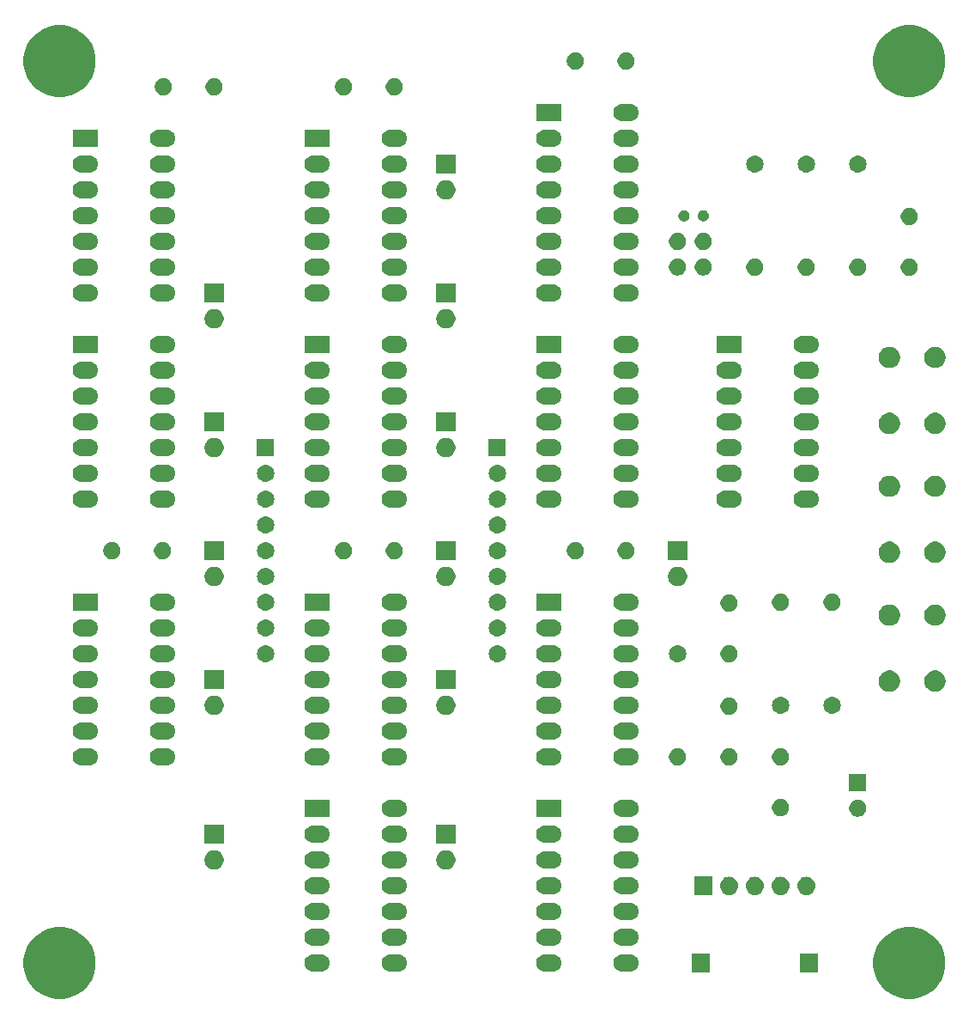
<source format=gbs>
%TF.GenerationSoftware,KiCad,Pcbnew,5.1.4-5.1.4*%
%TF.CreationDate,2019-08-18T00:14:31+10:00*%
%TF.ProjectId,ttlclock,74746c63-6c6f-4636-9b2e-6b696361645f,rev?*%
%TF.SameCoordinates,Original*%
%TF.FileFunction,Soldermask,Bot*%
%TF.FilePolarity,Negative*%
%FSLAX46Y46*%
G04 Gerber Fmt 4.6, Leading zero omitted, Abs format (unit mm)*
G04 Created by KiCad (PCBNEW 5.1.4-5.1.4) date 2019-08-18 00:14:31*
%MOMM*%
%LPD*%
G04 APERTURE LIST*
%ADD10C,0.100000*%
G04 APERTURE END LIST*
D10*
G36*
X168675787Y-133745462D02*
G01*
X168762339Y-133781313D01*
X169322029Y-134013144D01*
X169903631Y-134401758D01*
X170398242Y-134896369D01*
X170786856Y-135477971D01*
X170786856Y-135477972D01*
X171054538Y-136124213D01*
X171191000Y-136810256D01*
X171191000Y-137509744D01*
X171054538Y-138195787D01*
X171054537Y-138195789D01*
X170786856Y-138842029D01*
X170398242Y-139423631D01*
X169903631Y-139918242D01*
X169322029Y-140306856D01*
X168865068Y-140496135D01*
X168675787Y-140574538D01*
X167989744Y-140711000D01*
X167290256Y-140711000D01*
X166604213Y-140574538D01*
X166414932Y-140496135D01*
X165957971Y-140306856D01*
X165376369Y-139918242D01*
X164881758Y-139423631D01*
X164493144Y-138842029D01*
X164225463Y-138195789D01*
X164225462Y-138195787D01*
X164089000Y-137509744D01*
X164089000Y-136810256D01*
X164225462Y-136124213D01*
X164493144Y-135477972D01*
X164493144Y-135477971D01*
X164881758Y-134896369D01*
X165376369Y-134401758D01*
X165957971Y-134013144D01*
X166517661Y-133781313D01*
X166604213Y-133745462D01*
X167290256Y-133609000D01*
X167989744Y-133609000D01*
X168675787Y-133745462D01*
X168675787Y-133745462D01*
G37*
G36*
X84855787Y-133745462D02*
G01*
X84942339Y-133781313D01*
X85502029Y-134013144D01*
X86083631Y-134401758D01*
X86578242Y-134896369D01*
X86966856Y-135477971D01*
X86966856Y-135477972D01*
X87234538Y-136124213D01*
X87371000Y-136810256D01*
X87371000Y-137509744D01*
X87234538Y-138195787D01*
X87234537Y-138195789D01*
X86966856Y-138842029D01*
X86578242Y-139423631D01*
X86083631Y-139918242D01*
X85502029Y-140306856D01*
X85045068Y-140496135D01*
X84855787Y-140574538D01*
X84169744Y-140711000D01*
X83470256Y-140711000D01*
X82784213Y-140574538D01*
X82594932Y-140496135D01*
X82137971Y-140306856D01*
X81556369Y-139918242D01*
X81061758Y-139423631D01*
X80673144Y-138842029D01*
X80405463Y-138195789D01*
X80405462Y-138195787D01*
X80269000Y-137509744D01*
X80269000Y-136810256D01*
X80405462Y-136124213D01*
X80673144Y-135477972D01*
X80673144Y-135477971D01*
X81061758Y-134896369D01*
X81556369Y-134401758D01*
X82137971Y-134013144D01*
X82697661Y-133781313D01*
X82784213Y-133745462D01*
X83470256Y-133609000D01*
X84169744Y-133609000D01*
X84855787Y-133745462D01*
X84855787Y-133745462D01*
G37*
G36*
X147967000Y-138061000D02*
G01*
X146165000Y-138061000D01*
X146165000Y-136259000D01*
X147967000Y-136259000D01*
X147967000Y-138061000D01*
X147967000Y-138061000D01*
G37*
G36*
X158635000Y-138061000D02*
G01*
X156833000Y-138061000D01*
X156833000Y-136259000D01*
X158635000Y-136259000D01*
X158635000Y-138061000D01*
X158635000Y-138061000D01*
G37*
G36*
X132646823Y-136321313D02*
G01*
X132807242Y-136369976D01*
X132939906Y-136440886D01*
X132955078Y-136448996D01*
X133084659Y-136555341D01*
X133191004Y-136684922D01*
X133191005Y-136684924D01*
X133270024Y-136832758D01*
X133318687Y-136993177D01*
X133335117Y-137160000D01*
X133318687Y-137326823D01*
X133270024Y-137487242D01*
X133257996Y-137509744D01*
X133191004Y-137635078D01*
X133084659Y-137764659D01*
X132955078Y-137871004D01*
X132955076Y-137871005D01*
X132807242Y-137950024D01*
X132646823Y-137998687D01*
X132521804Y-138011000D01*
X131638196Y-138011000D01*
X131513177Y-137998687D01*
X131352758Y-137950024D01*
X131204924Y-137871005D01*
X131204922Y-137871004D01*
X131075341Y-137764659D01*
X130968996Y-137635078D01*
X130902004Y-137509744D01*
X130889976Y-137487242D01*
X130841313Y-137326823D01*
X130824883Y-137160000D01*
X130841313Y-136993177D01*
X130889976Y-136832758D01*
X130968995Y-136684924D01*
X130968996Y-136684922D01*
X131075341Y-136555341D01*
X131204922Y-136448996D01*
X131220094Y-136440886D01*
X131352758Y-136369976D01*
X131513177Y-136321313D01*
X131638196Y-136309000D01*
X132521804Y-136309000D01*
X132646823Y-136321313D01*
X132646823Y-136321313D01*
G37*
G36*
X117406823Y-136321313D02*
G01*
X117567242Y-136369976D01*
X117699906Y-136440886D01*
X117715078Y-136448996D01*
X117844659Y-136555341D01*
X117951004Y-136684922D01*
X117951005Y-136684924D01*
X118030024Y-136832758D01*
X118078687Y-136993177D01*
X118095117Y-137160000D01*
X118078687Y-137326823D01*
X118030024Y-137487242D01*
X118017996Y-137509744D01*
X117951004Y-137635078D01*
X117844659Y-137764659D01*
X117715078Y-137871004D01*
X117715076Y-137871005D01*
X117567242Y-137950024D01*
X117406823Y-137998687D01*
X117281804Y-138011000D01*
X116398196Y-138011000D01*
X116273177Y-137998687D01*
X116112758Y-137950024D01*
X115964924Y-137871005D01*
X115964922Y-137871004D01*
X115835341Y-137764659D01*
X115728996Y-137635078D01*
X115662004Y-137509744D01*
X115649976Y-137487242D01*
X115601313Y-137326823D01*
X115584883Y-137160000D01*
X115601313Y-136993177D01*
X115649976Y-136832758D01*
X115728995Y-136684924D01*
X115728996Y-136684922D01*
X115835341Y-136555341D01*
X115964922Y-136448996D01*
X115980094Y-136440886D01*
X116112758Y-136369976D01*
X116273177Y-136321313D01*
X116398196Y-136309000D01*
X117281804Y-136309000D01*
X117406823Y-136321313D01*
X117406823Y-136321313D01*
G37*
G36*
X109786823Y-136321313D02*
G01*
X109947242Y-136369976D01*
X110079906Y-136440886D01*
X110095078Y-136448996D01*
X110224659Y-136555341D01*
X110331004Y-136684922D01*
X110331005Y-136684924D01*
X110410024Y-136832758D01*
X110458687Y-136993177D01*
X110475117Y-137160000D01*
X110458687Y-137326823D01*
X110410024Y-137487242D01*
X110397996Y-137509744D01*
X110331004Y-137635078D01*
X110224659Y-137764659D01*
X110095078Y-137871004D01*
X110095076Y-137871005D01*
X109947242Y-137950024D01*
X109786823Y-137998687D01*
X109661804Y-138011000D01*
X108778196Y-138011000D01*
X108653177Y-137998687D01*
X108492758Y-137950024D01*
X108344924Y-137871005D01*
X108344922Y-137871004D01*
X108215341Y-137764659D01*
X108108996Y-137635078D01*
X108042004Y-137509744D01*
X108029976Y-137487242D01*
X107981313Y-137326823D01*
X107964883Y-137160000D01*
X107981313Y-136993177D01*
X108029976Y-136832758D01*
X108108995Y-136684924D01*
X108108996Y-136684922D01*
X108215341Y-136555341D01*
X108344922Y-136448996D01*
X108360094Y-136440886D01*
X108492758Y-136369976D01*
X108653177Y-136321313D01*
X108778196Y-136309000D01*
X109661804Y-136309000D01*
X109786823Y-136321313D01*
X109786823Y-136321313D01*
G37*
G36*
X140266823Y-136321313D02*
G01*
X140427242Y-136369976D01*
X140559906Y-136440886D01*
X140575078Y-136448996D01*
X140704659Y-136555341D01*
X140811004Y-136684922D01*
X140811005Y-136684924D01*
X140890024Y-136832758D01*
X140938687Y-136993177D01*
X140955117Y-137160000D01*
X140938687Y-137326823D01*
X140890024Y-137487242D01*
X140877996Y-137509744D01*
X140811004Y-137635078D01*
X140704659Y-137764659D01*
X140575078Y-137871004D01*
X140575076Y-137871005D01*
X140427242Y-137950024D01*
X140266823Y-137998687D01*
X140141804Y-138011000D01*
X139258196Y-138011000D01*
X139133177Y-137998687D01*
X138972758Y-137950024D01*
X138824924Y-137871005D01*
X138824922Y-137871004D01*
X138695341Y-137764659D01*
X138588996Y-137635078D01*
X138522004Y-137509744D01*
X138509976Y-137487242D01*
X138461313Y-137326823D01*
X138444883Y-137160000D01*
X138461313Y-136993177D01*
X138509976Y-136832758D01*
X138588995Y-136684924D01*
X138588996Y-136684922D01*
X138695341Y-136555341D01*
X138824922Y-136448996D01*
X138840094Y-136440886D01*
X138972758Y-136369976D01*
X139133177Y-136321313D01*
X139258196Y-136309000D01*
X140141804Y-136309000D01*
X140266823Y-136321313D01*
X140266823Y-136321313D01*
G37*
G36*
X132646823Y-133781313D02*
G01*
X132807242Y-133829976D01*
X132939906Y-133900886D01*
X132955078Y-133908996D01*
X133084659Y-134015341D01*
X133191004Y-134144922D01*
X133191005Y-134144924D01*
X133270024Y-134292758D01*
X133318687Y-134453177D01*
X133335117Y-134620000D01*
X133318687Y-134786823D01*
X133270024Y-134947242D01*
X133199114Y-135079906D01*
X133191004Y-135095078D01*
X133084659Y-135224659D01*
X132955078Y-135331004D01*
X132955076Y-135331005D01*
X132807242Y-135410024D01*
X132646823Y-135458687D01*
X132521804Y-135471000D01*
X131638196Y-135471000D01*
X131513177Y-135458687D01*
X131352758Y-135410024D01*
X131204924Y-135331005D01*
X131204922Y-135331004D01*
X131075341Y-135224659D01*
X130968996Y-135095078D01*
X130960886Y-135079906D01*
X130889976Y-134947242D01*
X130841313Y-134786823D01*
X130824883Y-134620000D01*
X130841313Y-134453177D01*
X130889976Y-134292758D01*
X130968995Y-134144924D01*
X130968996Y-134144922D01*
X131075341Y-134015341D01*
X131204922Y-133908996D01*
X131220094Y-133900886D01*
X131352758Y-133829976D01*
X131513177Y-133781313D01*
X131638196Y-133769000D01*
X132521804Y-133769000D01*
X132646823Y-133781313D01*
X132646823Y-133781313D01*
G37*
G36*
X109786823Y-133781313D02*
G01*
X109947242Y-133829976D01*
X110079906Y-133900886D01*
X110095078Y-133908996D01*
X110224659Y-134015341D01*
X110331004Y-134144922D01*
X110331005Y-134144924D01*
X110410024Y-134292758D01*
X110458687Y-134453177D01*
X110475117Y-134620000D01*
X110458687Y-134786823D01*
X110410024Y-134947242D01*
X110339114Y-135079906D01*
X110331004Y-135095078D01*
X110224659Y-135224659D01*
X110095078Y-135331004D01*
X110095076Y-135331005D01*
X109947242Y-135410024D01*
X109786823Y-135458687D01*
X109661804Y-135471000D01*
X108778196Y-135471000D01*
X108653177Y-135458687D01*
X108492758Y-135410024D01*
X108344924Y-135331005D01*
X108344922Y-135331004D01*
X108215341Y-135224659D01*
X108108996Y-135095078D01*
X108100886Y-135079906D01*
X108029976Y-134947242D01*
X107981313Y-134786823D01*
X107964883Y-134620000D01*
X107981313Y-134453177D01*
X108029976Y-134292758D01*
X108108995Y-134144924D01*
X108108996Y-134144922D01*
X108215341Y-134015341D01*
X108344922Y-133908996D01*
X108360094Y-133900886D01*
X108492758Y-133829976D01*
X108653177Y-133781313D01*
X108778196Y-133769000D01*
X109661804Y-133769000D01*
X109786823Y-133781313D01*
X109786823Y-133781313D01*
G37*
G36*
X140266823Y-133781313D02*
G01*
X140427242Y-133829976D01*
X140559906Y-133900886D01*
X140575078Y-133908996D01*
X140704659Y-134015341D01*
X140811004Y-134144922D01*
X140811005Y-134144924D01*
X140890024Y-134292758D01*
X140938687Y-134453177D01*
X140955117Y-134620000D01*
X140938687Y-134786823D01*
X140890024Y-134947242D01*
X140819114Y-135079906D01*
X140811004Y-135095078D01*
X140704659Y-135224659D01*
X140575078Y-135331004D01*
X140575076Y-135331005D01*
X140427242Y-135410024D01*
X140266823Y-135458687D01*
X140141804Y-135471000D01*
X139258196Y-135471000D01*
X139133177Y-135458687D01*
X138972758Y-135410024D01*
X138824924Y-135331005D01*
X138824922Y-135331004D01*
X138695341Y-135224659D01*
X138588996Y-135095078D01*
X138580886Y-135079906D01*
X138509976Y-134947242D01*
X138461313Y-134786823D01*
X138444883Y-134620000D01*
X138461313Y-134453177D01*
X138509976Y-134292758D01*
X138588995Y-134144924D01*
X138588996Y-134144922D01*
X138695341Y-134015341D01*
X138824922Y-133908996D01*
X138840094Y-133900886D01*
X138972758Y-133829976D01*
X139133177Y-133781313D01*
X139258196Y-133769000D01*
X140141804Y-133769000D01*
X140266823Y-133781313D01*
X140266823Y-133781313D01*
G37*
G36*
X117406823Y-133781313D02*
G01*
X117567242Y-133829976D01*
X117699906Y-133900886D01*
X117715078Y-133908996D01*
X117844659Y-134015341D01*
X117951004Y-134144922D01*
X117951005Y-134144924D01*
X118030024Y-134292758D01*
X118078687Y-134453177D01*
X118095117Y-134620000D01*
X118078687Y-134786823D01*
X118030024Y-134947242D01*
X117959114Y-135079906D01*
X117951004Y-135095078D01*
X117844659Y-135224659D01*
X117715078Y-135331004D01*
X117715076Y-135331005D01*
X117567242Y-135410024D01*
X117406823Y-135458687D01*
X117281804Y-135471000D01*
X116398196Y-135471000D01*
X116273177Y-135458687D01*
X116112758Y-135410024D01*
X115964924Y-135331005D01*
X115964922Y-135331004D01*
X115835341Y-135224659D01*
X115728996Y-135095078D01*
X115720886Y-135079906D01*
X115649976Y-134947242D01*
X115601313Y-134786823D01*
X115584883Y-134620000D01*
X115601313Y-134453177D01*
X115649976Y-134292758D01*
X115728995Y-134144924D01*
X115728996Y-134144922D01*
X115835341Y-134015341D01*
X115964922Y-133908996D01*
X115980094Y-133900886D01*
X116112758Y-133829976D01*
X116273177Y-133781313D01*
X116398196Y-133769000D01*
X117281804Y-133769000D01*
X117406823Y-133781313D01*
X117406823Y-133781313D01*
G37*
G36*
X132646823Y-131241313D02*
G01*
X132807242Y-131289976D01*
X132939906Y-131360886D01*
X132955078Y-131368996D01*
X133084659Y-131475341D01*
X133191004Y-131604922D01*
X133191005Y-131604924D01*
X133270024Y-131752758D01*
X133318687Y-131913177D01*
X133335117Y-132080000D01*
X133318687Y-132246823D01*
X133270024Y-132407242D01*
X133199114Y-132539906D01*
X133191004Y-132555078D01*
X133084659Y-132684659D01*
X132955078Y-132791004D01*
X132955076Y-132791005D01*
X132807242Y-132870024D01*
X132646823Y-132918687D01*
X132521804Y-132931000D01*
X131638196Y-132931000D01*
X131513177Y-132918687D01*
X131352758Y-132870024D01*
X131204924Y-132791005D01*
X131204922Y-132791004D01*
X131075341Y-132684659D01*
X130968996Y-132555078D01*
X130960886Y-132539906D01*
X130889976Y-132407242D01*
X130841313Y-132246823D01*
X130824883Y-132080000D01*
X130841313Y-131913177D01*
X130889976Y-131752758D01*
X130968995Y-131604924D01*
X130968996Y-131604922D01*
X131075341Y-131475341D01*
X131204922Y-131368996D01*
X131220094Y-131360886D01*
X131352758Y-131289976D01*
X131513177Y-131241313D01*
X131638196Y-131229000D01*
X132521804Y-131229000D01*
X132646823Y-131241313D01*
X132646823Y-131241313D01*
G37*
G36*
X117406823Y-131241313D02*
G01*
X117567242Y-131289976D01*
X117699906Y-131360886D01*
X117715078Y-131368996D01*
X117844659Y-131475341D01*
X117951004Y-131604922D01*
X117951005Y-131604924D01*
X118030024Y-131752758D01*
X118078687Y-131913177D01*
X118095117Y-132080000D01*
X118078687Y-132246823D01*
X118030024Y-132407242D01*
X117959114Y-132539906D01*
X117951004Y-132555078D01*
X117844659Y-132684659D01*
X117715078Y-132791004D01*
X117715076Y-132791005D01*
X117567242Y-132870024D01*
X117406823Y-132918687D01*
X117281804Y-132931000D01*
X116398196Y-132931000D01*
X116273177Y-132918687D01*
X116112758Y-132870024D01*
X115964924Y-132791005D01*
X115964922Y-132791004D01*
X115835341Y-132684659D01*
X115728996Y-132555078D01*
X115720886Y-132539906D01*
X115649976Y-132407242D01*
X115601313Y-132246823D01*
X115584883Y-132080000D01*
X115601313Y-131913177D01*
X115649976Y-131752758D01*
X115728995Y-131604924D01*
X115728996Y-131604922D01*
X115835341Y-131475341D01*
X115964922Y-131368996D01*
X115980094Y-131360886D01*
X116112758Y-131289976D01*
X116273177Y-131241313D01*
X116398196Y-131229000D01*
X117281804Y-131229000D01*
X117406823Y-131241313D01*
X117406823Y-131241313D01*
G37*
G36*
X140266823Y-131241313D02*
G01*
X140427242Y-131289976D01*
X140559906Y-131360886D01*
X140575078Y-131368996D01*
X140704659Y-131475341D01*
X140811004Y-131604922D01*
X140811005Y-131604924D01*
X140890024Y-131752758D01*
X140938687Y-131913177D01*
X140955117Y-132080000D01*
X140938687Y-132246823D01*
X140890024Y-132407242D01*
X140819114Y-132539906D01*
X140811004Y-132555078D01*
X140704659Y-132684659D01*
X140575078Y-132791004D01*
X140575076Y-132791005D01*
X140427242Y-132870024D01*
X140266823Y-132918687D01*
X140141804Y-132931000D01*
X139258196Y-132931000D01*
X139133177Y-132918687D01*
X138972758Y-132870024D01*
X138824924Y-132791005D01*
X138824922Y-132791004D01*
X138695341Y-132684659D01*
X138588996Y-132555078D01*
X138580886Y-132539906D01*
X138509976Y-132407242D01*
X138461313Y-132246823D01*
X138444883Y-132080000D01*
X138461313Y-131913177D01*
X138509976Y-131752758D01*
X138588995Y-131604924D01*
X138588996Y-131604922D01*
X138695341Y-131475341D01*
X138824922Y-131368996D01*
X138840094Y-131360886D01*
X138972758Y-131289976D01*
X139133177Y-131241313D01*
X139258196Y-131229000D01*
X140141804Y-131229000D01*
X140266823Y-131241313D01*
X140266823Y-131241313D01*
G37*
G36*
X109786823Y-131241313D02*
G01*
X109947242Y-131289976D01*
X110079906Y-131360886D01*
X110095078Y-131368996D01*
X110224659Y-131475341D01*
X110331004Y-131604922D01*
X110331005Y-131604924D01*
X110410024Y-131752758D01*
X110458687Y-131913177D01*
X110475117Y-132080000D01*
X110458687Y-132246823D01*
X110410024Y-132407242D01*
X110339114Y-132539906D01*
X110331004Y-132555078D01*
X110224659Y-132684659D01*
X110095078Y-132791004D01*
X110095076Y-132791005D01*
X109947242Y-132870024D01*
X109786823Y-132918687D01*
X109661804Y-132931000D01*
X108778196Y-132931000D01*
X108653177Y-132918687D01*
X108492758Y-132870024D01*
X108344924Y-132791005D01*
X108344922Y-132791004D01*
X108215341Y-132684659D01*
X108108996Y-132555078D01*
X108100886Y-132539906D01*
X108029976Y-132407242D01*
X107981313Y-132246823D01*
X107964883Y-132080000D01*
X107981313Y-131913177D01*
X108029976Y-131752758D01*
X108108995Y-131604924D01*
X108108996Y-131604922D01*
X108215341Y-131475341D01*
X108344922Y-131368996D01*
X108360094Y-131360886D01*
X108492758Y-131289976D01*
X108653177Y-131241313D01*
X108778196Y-131229000D01*
X109661804Y-131229000D01*
X109786823Y-131241313D01*
X109786823Y-131241313D01*
G37*
G36*
X157590443Y-128645519D02*
G01*
X157656627Y-128652037D01*
X157826466Y-128703557D01*
X157982991Y-128787222D01*
X158018729Y-128816552D01*
X158120186Y-128899814D01*
X158203448Y-129001271D01*
X158232778Y-129037009D01*
X158316443Y-129193534D01*
X158367963Y-129363373D01*
X158385359Y-129540000D01*
X158367963Y-129716627D01*
X158316443Y-129886466D01*
X158232778Y-130042991D01*
X158203448Y-130078729D01*
X158120186Y-130180186D01*
X158018729Y-130263448D01*
X157982991Y-130292778D01*
X157826466Y-130376443D01*
X157656627Y-130427963D01*
X157590443Y-130434481D01*
X157524260Y-130441000D01*
X157435740Y-130441000D01*
X157369557Y-130434481D01*
X157303373Y-130427963D01*
X157133534Y-130376443D01*
X156977009Y-130292778D01*
X156941271Y-130263448D01*
X156839814Y-130180186D01*
X156756552Y-130078729D01*
X156727222Y-130042991D01*
X156643557Y-129886466D01*
X156592037Y-129716627D01*
X156574641Y-129540000D01*
X156592037Y-129363373D01*
X156643557Y-129193534D01*
X156727222Y-129037009D01*
X156756552Y-129001271D01*
X156839814Y-128899814D01*
X156941271Y-128816552D01*
X156977009Y-128787222D01*
X157133534Y-128703557D01*
X157303373Y-128652037D01*
X157369557Y-128645519D01*
X157435740Y-128639000D01*
X157524260Y-128639000D01*
X157590443Y-128645519D01*
X157590443Y-128645519D01*
G37*
G36*
X152510443Y-128645519D02*
G01*
X152576627Y-128652037D01*
X152746466Y-128703557D01*
X152902991Y-128787222D01*
X152938729Y-128816552D01*
X153040186Y-128899814D01*
X153123448Y-129001271D01*
X153152778Y-129037009D01*
X153236443Y-129193534D01*
X153287963Y-129363373D01*
X153305359Y-129540000D01*
X153287963Y-129716627D01*
X153236443Y-129886466D01*
X153152778Y-130042991D01*
X153123448Y-130078729D01*
X153040186Y-130180186D01*
X152938729Y-130263448D01*
X152902991Y-130292778D01*
X152746466Y-130376443D01*
X152576627Y-130427963D01*
X152510443Y-130434481D01*
X152444260Y-130441000D01*
X152355740Y-130441000D01*
X152289557Y-130434481D01*
X152223373Y-130427963D01*
X152053534Y-130376443D01*
X151897009Y-130292778D01*
X151861271Y-130263448D01*
X151759814Y-130180186D01*
X151676552Y-130078729D01*
X151647222Y-130042991D01*
X151563557Y-129886466D01*
X151512037Y-129716627D01*
X151494641Y-129540000D01*
X151512037Y-129363373D01*
X151563557Y-129193534D01*
X151647222Y-129037009D01*
X151676552Y-129001271D01*
X151759814Y-128899814D01*
X151861271Y-128816552D01*
X151897009Y-128787222D01*
X152053534Y-128703557D01*
X152223373Y-128652037D01*
X152289557Y-128645519D01*
X152355740Y-128639000D01*
X152444260Y-128639000D01*
X152510443Y-128645519D01*
X152510443Y-128645519D01*
G37*
G36*
X149970443Y-128645519D02*
G01*
X150036627Y-128652037D01*
X150206466Y-128703557D01*
X150362991Y-128787222D01*
X150398729Y-128816552D01*
X150500186Y-128899814D01*
X150583448Y-129001271D01*
X150612778Y-129037009D01*
X150696443Y-129193534D01*
X150747963Y-129363373D01*
X150765359Y-129540000D01*
X150747963Y-129716627D01*
X150696443Y-129886466D01*
X150612778Y-130042991D01*
X150583448Y-130078729D01*
X150500186Y-130180186D01*
X150398729Y-130263448D01*
X150362991Y-130292778D01*
X150206466Y-130376443D01*
X150036627Y-130427963D01*
X149970443Y-130434481D01*
X149904260Y-130441000D01*
X149815740Y-130441000D01*
X149749557Y-130434481D01*
X149683373Y-130427963D01*
X149513534Y-130376443D01*
X149357009Y-130292778D01*
X149321271Y-130263448D01*
X149219814Y-130180186D01*
X149136552Y-130078729D01*
X149107222Y-130042991D01*
X149023557Y-129886466D01*
X148972037Y-129716627D01*
X148954641Y-129540000D01*
X148972037Y-129363373D01*
X149023557Y-129193534D01*
X149107222Y-129037009D01*
X149136552Y-129001271D01*
X149219814Y-128899814D01*
X149321271Y-128816552D01*
X149357009Y-128787222D01*
X149513534Y-128703557D01*
X149683373Y-128652037D01*
X149749557Y-128645519D01*
X149815740Y-128639000D01*
X149904260Y-128639000D01*
X149970443Y-128645519D01*
X149970443Y-128645519D01*
G37*
G36*
X148221000Y-130441000D02*
G01*
X146419000Y-130441000D01*
X146419000Y-128639000D01*
X148221000Y-128639000D01*
X148221000Y-130441000D01*
X148221000Y-130441000D01*
G37*
G36*
X155050443Y-128645519D02*
G01*
X155116627Y-128652037D01*
X155286466Y-128703557D01*
X155442991Y-128787222D01*
X155478729Y-128816552D01*
X155580186Y-128899814D01*
X155663448Y-129001271D01*
X155692778Y-129037009D01*
X155776443Y-129193534D01*
X155827963Y-129363373D01*
X155845359Y-129540000D01*
X155827963Y-129716627D01*
X155776443Y-129886466D01*
X155692778Y-130042991D01*
X155663448Y-130078729D01*
X155580186Y-130180186D01*
X155478729Y-130263448D01*
X155442991Y-130292778D01*
X155286466Y-130376443D01*
X155116627Y-130427963D01*
X155050443Y-130434481D01*
X154984260Y-130441000D01*
X154895740Y-130441000D01*
X154829557Y-130434481D01*
X154763373Y-130427963D01*
X154593534Y-130376443D01*
X154437009Y-130292778D01*
X154401271Y-130263448D01*
X154299814Y-130180186D01*
X154216552Y-130078729D01*
X154187222Y-130042991D01*
X154103557Y-129886466D01*
X154052037Y-129716627D01*
X154034641Y-129540000D01*
X154052037Y-129363373D01*
X154103557Y-129193534D01*
X154187222Y-129037009D01*
X154216552Y-129001271D01*
X154299814Y-128899814D01*
X154401271Y-128816552D01*
X154437009Y-128787222D01*
X154593534Y-128703557D01*
X154763373Y-128652037D01*
X154829557Y-128645519D01*
X154895740Y-128639000D01*
X154984260Y-128639000D01*
X155050443Y-128645519D01*
X155050443Y-128645519D01*
G37*
G36*
X140266823Y-128701313D02*
G01*
X140427242Y-128749976D01*
X140496922Y-128787221D01*
X140575078Y-128828996D01*
X140704659Y-128935341D01*
X140811004Y-129064922D01*
X140811005Y-129064924D01*
X140890024Y-129212758D01*
X140938687Y-129373177D01*
X140955117Y-129540000D01*
X140938687Y-129706823D01*
X140890024Y-129867242D01*
X140879747Y-129886468D01*
X140811004Y-130015078D01*
X140704659Y-130144659D01*
X140575078Y-130251004D01*
X140575076Y-130251005D01*
X140427242Y-130330024D01*
X140266823Y-130378687D01*
X140141804Y-130391000D01*
X139258196Y-130391000D01*
X139133177Y-130378687D01*
X138972758Y-130330024D01*
X138824924Y-130251005D01*
X138824922Y-130251004D01*
X138695341Y-130144659D01*
X138588996Y-130015078D01*
X138520253Y-129886468D01*
X138509976Y-129867242D01*
X138461313Y-129706823D01*
X138444883Y-129540000D01*
X138461313Y-129373177D01*
X138509976Y-129212758D01*
X138588995Y-129064924D01*
X138588996Y-129064922D01*
X138695341Y-128935341D01*
X138824922Y-128828996D01*
X138903078Y-128787221D01*
X138972758Y-128749976D01*
X139133177Y-128701313D01*
X139258196Y-128689000D01*
X140141804Y-128689000D01*
X140266823Y-128701313D01*
X140266823Y-128701313D01*
G37*
G36*
X117406823Y-128701313D02*
G01*
X117567242Y-128749976D01*
X117636922Y-128787221D01*
X117715078Y-128828996D01*
X117844659Y-128935341D01*
X117951004Y-129064922D01*
X117951005Y-129064924D01*
X118030024Y-129212758D01*
X118078687Y-129373177D01*
X118095117Y-129540000D01*
X118078687Y-129706823D01*
X118030024Y-129867242D01*
X118019747Y-129886468D01*
X117951004Y-130015078D01*
X117844659Y-130144659D01*
X117715078Y-130251004D01*
X117715076Y-130251005D01*
X117567242Y-130330024D01*
X117406823Y-130378687D01*
X117281804Y-130391000D01*
X116398196Y-130391000D01*
X116273177Y-130378687D01*
X116112758Y-130330024D01*
X115964924Y-130251005D01*
X115964922Y-130251004D01*
X115835341Y-130144659D01*
X115728996Y-130015078D01*
X115660253Y-129886468D01*
X115649976Y-129867242D01*
X115601313Y-129706823D01*
X115584883Y-129540000D01*
X115601313Y-129373177D01*
X115649976Y-129212758D01*
X115728995Y-129064924D01*
X115728996Y-129064922D01*
X115835341Y-128935341D01*
X115964922Y-128828996D01*
X116043078Y-128787221D01*
X116112758Y-128749976D01*
X116273177Y-128701313D01*
X116398196Y-128689000D01*
X117281804Y-128689000D01*
X117406823Y-128701313D01*
X117406823Y-128701313D01*
G37*
G36*
X109786823Y-128701313D02*
G01*
X109947242Y-128749976D01*
X110016922Y-128787221D01*
X110095078Y-128828996D01*
X110224659Y-128935341D01*
X110331004Y-129064922D01*
X110331005Y-129064924D01*
X110410024Y-129212758D01*
X110458687Y-129373177D01*
X110475117Y-129540000D01*
X110458687Y-129706823D01*
X110410024Y-129867242D01*
X110399747Y-129886468D01*
X110331004Y-130015078D01*
X110224659Y-130144659D01*
X110095078Y-130251004D01*
X110095076Y-130251005D01*
X109947242Y-130330024D01*
X109786823Y-130378687D01*
X109661804Y-130391000D01*
X108778196Y-130391000D01*
X108653177Y-130378687D01*
X108492758Y-130330024D01*
X108344924Y-130251005D01*
X108344922Y-130251004D01*
X108215341Y-130144659D01*
X108108996Y-130015078D01*
X108040253Y-129886468D01*
X108029976Y-129867242D01*
X107981313Y-129706823D01*
X107964883Y-129540000D01*
X107981313Y-129373177D01*
X108029976Y-129212758D01*
X108108995Y-129064924D01*
X108108996Y-129064922D01*
X108215341Y-128935341D01*
X108344922Y-128828996D01*
X108423078Y-128787221D01*
X108492758Y-128749976D01*
X108653177Y-128701313D01*
X108778196Y-128689000D01*
X109661804Y-128689000D01*
X109786823Y-128701313D01*
X109786823Y-128701313D01*
G37*
G36*
X132646823Y-128701313D02*
G01*
X132807242Y-128749976D01*
X132876922Y-128787221D01*
X132955078Y-128828996D01*
X133084659Y-128935341D01*
X133191004Y-129064922D01*
X133191005Y-129064924D01*
X133270024Y-129212758D01*
X133318687Y-129373177D01*
X133335117Y-129540000D01*
X133318687Y-129706823D01*
X133270024Y-129867242D01*
X133259747Y-129886468D01*
X133191004Y-130015078D01*
X133084659Y-130144659D01*
X132955078Y-130251004D01*
X132955076Y-130251005D01*
X132807242Y-130330024D01*
X132646823Y-130378687D01*
X132521804Y-130391000D01*
X131638196Y-130391000D01*
X131513177Y-130378687D01*
X131352758Y-130330024D01*
X131204924Y-130251005D01*
X131204922Y-130251004D01*
X131075341Y-130144659D01*
X130968996Y-130015078D01*
X130900253Y-129886468D01*
X130889976Y-129867242D01*
X130841313Y-129706823D01*
X130824883Y-129540000D01*
X130841313Y-129373177D01*
X130889976Y-129212758D01*
X130968995Y-129064924D01*
X130968996Y-129064922D01*
X131075341Y-128935341D01*
X131204922Y-128828996D01*
X131283078Y-128787221D01*
X131352758Y-128749976D01*
X131513177Y-128701313D01*
X131638196Y-128689000D01*
X132521804Y-128689000D01*
X132646823Y-128701313D01*
X132646823Y-128701313D01*
G37*
G36*
X122197395Y-126085546D02*
G01*
X122370466Y-126157234D01*
X122376572Y-126161314D01*
X122526227Y-126261310D01*
X122658690Y-126393773D01*
X122711081Y-126472182D01*
X122762766Y-126549534D01*
X122834454Y-126722605D01*
X122871000Y-126906333D01*
X122871000Y-127093667D01*
X122834454Y-127277395D01*
X122762766Y-127450466D01*
X122762765Y-127450467D01*
X122658690Y-127606227D01*
X122526227Y-127738690D01*
X122449400Y-127790024D01*
X122370466Y-127842766D01*
X122197395Y-127914454D01*
X122013667Y-127951000D01*
X121826333Y-127951000D01*
X121642605Y-127914454D01*
X121469534Y-127842766D01*
X121390600Y-127790024D01*
X121313773Y-127738690D01*
X121181310Y-127606227D01*
X121077235Y-127450467D01*
X121077234Y-127450466D01*
X121005546Y-127277395D01*
X120969000Y-127093667D01*
X120969000Y-126906333D01*
X121005546Y-126722605D01*
X121077234Y-126549534D01*
X121128919Y-126472182D01*
X121181310Y-126393773D01*
X121313773Y-126261310D01*
X121463428Y-126161314D01*
X121469534Y-126157234D01*
X121642605Y-126085546D01*
X121826333Y-126049000D01*
X122013667Y-126049000D01*
X122197395Y-126085546D01*
X122197395Y-126085546D01*
G37*
G36*
X99337395Y-126085546D02*
G01*
X99510466Y-126157234D01*
X99516572Y-126161314D01*
X99666227Y-126261310D01*
X99798690Y-126393773D01*
X99851081Y-126472182D01*
X99902766Y-126549534D01*
X99974454Y-126722605D01*
X100011000Y-126906333D01*
X100011000Y-127093667D01*
X99974454Y-127277395D01*
X99902766Y-127450466D01*
X99902765Y-127450467D01*
X99798690Y-127606227D01*
X99666227Y-127738690D01*
X99589400Y-127790024D01*
X99510466Y-127842766D01*
X99337395Y-127914454D01*
X99153667Y-127951000D01*
X98966333Y-127951000D01*
X98782605Y-127914454D01*
X98609534Y-127842766D01*
X98530600Y-127790024D01*
X98453773Y-127738690D01*
X98321310Y-127606227D01*
X98217235Y-127450467D01*
X98217234Y-127450466D01*
X98145546Y-127277395D01*
X98109000Y-127093667D01*
X98109000Y-126906333D01*
X98145546Y-126722605D01*
X98217234Y-126549534D01*
X98268919Y-126472182D01*
X98321310Y-126393773D01*
X98453773Y-126261310D01*
X98603428Y-126161314D01*
X98609534Y-126157234D01*
X98782605Y-126085546D01*
X98966333Y-126049000D01*
X99153667Y-126049000D01*
X99337395Y-126085546D01*
X99337395Y-126085546D01*
G37*
G36*
X117406823Y-126161313D02*
G01*
X117567242Y-126209976D01*
X117663279Y-126261309D01*
X117715078Y-126288996D01*
X117844659Y-126395341D01*
X117951004Y-126524922D01*
X117951005Y-126524924D01*
X118030024Y-126672758D01*
X118078687Y-126833177D01*
X118095117Y-127000000D01*
X118078687Y-127166823D01*
X118030024Y-127327242D01*
X117964159Y-127450466D01*
X117951004Y-127475078D01*
X117844659Y-127604659D01*
X117715078Y-127711004D01*
X117715076Y-127711005D01*
X117567242Y-127790024D01*
X117406823Y-127838687D01*
X117281804Y-127851000D01*
X116398196Y-127851000D01*
X116273177Y-127838687D01*
X116112758Y-127790024D01*
X115964924Y-127711005D01*
X115964922Y-127711004D01*
X115835341Y-127604659D01*
X115728996Y-127475078D01*
X115715841Y-127450466D01*
X115649976Y-127327242D01*
X115601313Y-127166823D01*
X115584883Y-127000000D01*
X115601313Y-126833177D01*
X115649976Y-126672758D01*
X115728995Y-126524924D01*
X115728996Y-126524922D01*
X115835341Y-126395341D01*
X115964922Y-126288996D01*
X116016721Y-126261309D01*
X116112758Y-126209976D01*
X116273177Y-126161313D01*
X116398196Y-126149000D01*
X117281804Y-126149000D01*
X117406823Y-126161313D01*
X117406823Y-126161313D01*
G37*
G36*
X109786823Y-126161313D02*
G01*
X109947242Y-126209976D01*
X110043279Y-126261309D01*
X110095078Y-126288996D01*
X110224659Y-126395341D01*
X110331004Y-126524922D01*
X110331005Y-126524924D01*
X110410024Y-126672758D01*
X110458687Y-126833177D01*
X110475117Y-127000000D01*
X110458687Y-127166823D01*
X110410024Y-127327242D01*
X110344159Y-127450466D01*
X110331004Y-127475078D01*
X110224659Y-127604659D01*
X110095078Y-127711004D01*
X110095076Y-127711005D01*
X109947242Y-127790024D01*
X109786823Y-127838687D01*
X109661804Y-127851000D01*
X108778196Y-127851000D01*
X108653177Y-127838687D01*
X108492758Y-127790024D01*
X108344924Y-127711005D01*
X108344922Y-127711004D01*
X108215341Y-127604659D01*
X108108996Y-127475078D01*
X108095841Y-127450466D01*
X108029976Y-127327242D01*
X107981313Y-127166823D01*
X107964883Y-127000000D01*
X107981313Y-126833177D01*
X108029976Y-126672758D01*
X108108995Y-126524924D01*
X108108996Y-126524922D01*
X108215341Y-126395341D01*
X108344922Y-126288996D01*
X108396721Y-126261309D01*
X108492758Y-126209976D01*
X108653177Y-126161313D01*
X108778196Y-126149000D01*
X109661804Y-126149000D01*
X109786823Y-126161313D01*
X109786823Y-126161313D01*
G37*
G36*
X132646823Y-126161313D02*
G01*
X132807242Y-126209976D01*
X132903279Y-126261309D01*
X132955078Y-126288996D01*
X133084659Y-126395341D01*
X133191004Y-126524922D01*
X133191005Y-126524924D01*
X133270024Y-126672758D01*
X133318687Y-126833177D01*
X133335117Y-127000000D01*
X133318687Y-127166823D01*
X133270024Y-127327242D01*
X133204159Y-127450466D01*
X133191004Y-127475078D01*
X133084659Y-127604659D01*
X132955078Y-127711004D01*
X132955076Y-127711005D01*
X132807242Y-127790024D01*
X132646823Y-127838687D01*
X132521804Y-127851000D01*
X131638196Y-127851000D01*
X131513177Y-127838687D01*
X131352758Y-127790024D01*
X131204924Y-127711005D01*
X131204922Y-127711004D01*
X131075341Y-127604659D01*
X130968996Y-127475078D01*
X130955841Y-127450466D01*
X130889976Y-127327242D01*
X130841313Y-127166823D01*
X130824883Y-127000000D01*
X130841313Y-126833177D01*
X130889976Y-126672758D01*
X130968995Y-126524924D01*
X130968996Y-126524922D01*
X131075341Y-126395341D01*
X131204922Y-126288996D01*
X131256721Y-126261309D01*
X131352758Y-126209976D01*
X131513177Y-126161313D01*
X131638196Y-126149000D01*
X132521804Y-126149000D01*
X132646823Y-126161313D01*
X132646823Y-126161313D01*
G37*
G36*
X140266823Y-126161313D02*
G01*
X140427242Y-126209976D01*
X140523279Y-126261309D01*
X140575078Y-126288996D01*
X140704659Y-126395341D01*
X140811004Y-126524922D01*
X140811005Y-126524924D01*
X140890024Y-126672758D01*
X140938687Y-126833177D01*
X140955117Y-127000000D01*
X140938687Y-127166823D01*
X140890024Y-127327242D01*
X140824159Y-127450466D01*
X140811004Y-127475078D01*
X140704659Y-127604659D01*
X140575078Y-127711004D01*
X140575076Y-127711005D01*
X140427242Y-127790024D01*
X140266823Y-127838687D01*
X140141804Y-127851000D01*
X139258196Y-127851000D01*
X139133177Y-127838687D01*
X138972758Y-127790024D01*
X138824924Y-127711005D01*
X138824922Y-127711004D01*
X138695341Y-127604659D01*
X138588996Y-127475078D01*
X138575841Y-127450466D01*
X138509976Y-127327242D01*
X138461313Y-127166823D01*
X138444883Y-127000000D01*
X138461313Y-126833177D01*
X138509976Y-126672758D01*
X138588995Y-126524924D01*
X138588996Y-126524922D01*
X138695341Y-126395341D01*
X138824922Y-126288996D01*
X138876721Y-126261309D01*
X138972758Y-126209976D01*
X139133177Y-126161313D01*
X139258196Y-126149000D01*
X140141804Y-126149000D01*
X140266823Y-126161313D01*
X140266823Y-126161313D01*
G37*
G36*
X100011000Y-125411000D02*
G01*
X98109000Y-125411000D01*
X98109000Y-123509000D01*
X100011000Y-123509000D01*
X100011000Y-125411000D01*
X100011000Y-125411000D01*
G37*
G36*
X122871000Y-125411000D02*
G01*
X120969000Y-125411000D01*
X120969000Y-123509000D01*
X122871000Y-123509000D01*
X122871000Y-125411000D01*
X122871000Y-125411000D01*
G37*
G36*
X140266823Y-123621313D02*
G01*
X140427242Y-123669976D01*
X140559906Y-123740886D01*
X140575078Y-123748996D01*
X140704659Y-123855341D01*
X140811004Y-123984922D01*
X140811005Y-123984924D01*
X140890024Y-124132758D01*
X140938687Y-124293177D01*
X140955117Y-124460000D01*
X140938687Y-124626823D01*
X140890024Y-124787242D01*
X140819114Y-124919906D01*
X140811004Y-124935078D01*
X140704659Y-125064659D01*
X140575078Y-125171004D01*
X140575076Y-125171005D01*
X140427242Y-125250024D01*
X140266823Y-125298687D01*
X140141804Y-125311000D01*
X139258196Y-125311000D01*
X139133177Y-125298687D01*
X138972758Y-125250024D01*
X138824924Y-125171005D01*
X138824922Y-125171004D01*
X138695341Y-125064659D01*
X138588996Y-124935078D01*
X138580886Y-124919906D01*
X138509976Y-124787242D01*
X138461313Y-124626823D01*
X138444883Y-124460000D01*
X138461313Y-124293177D01*
X138509976Y-124132758D01*
X138588995Y-123984924D01*
X138588996Y-123984922D01*
X138695341Y-123855341D01*
X138824922Y-123748996D01*
X138840094Y-123740886D01*
X138972758Y-123669976D01*
X139133177Y-123621313D01*
X139258196Y-123609000D01*
X140141804Y-123609000D01*
X140266823Y-123621313D01*
X140266823Y-123621313D01*
G37*
G36*
X109786823Y-123621313D02*
G01*
X109947242Y-123669976D01*
X110079906Y-123740886D01*
X110095078Y-123748996D01*
X110224659Y-123855341D01*
X110331004Y-123984922D01*
X110331005Y-123984924D01*
X110410024Y-124132758D01*
X110458687Y-124293177D01*
X110475117Y-124460000D01*
X110458687Y-124626823D01*
X110410024Y-124787242D01*
X110339114Y-124919906D01*
X110331004Y-124935078D01*
X110224659Y-125064659D01*
X110095078Y-125171004D01*
X110095076Y-125171005D01*
X109947242Y-125250024D01*
X109786823Y-125298687D01*
X109661804Y-125311000D01*
X108778196Y-125311000D01*
X108653177Y-125298687D01*
X108492758Y-125250024D01*
X108344924Y-125171005D01*
X108344922Y-125171004D01*
X108215341Y-125064659D01*
X108108996Y-124935078D01*
X108100886Y-124919906D01*
X108029976Y-124787242D01*
X107981313Y-124626823D01*
X107964883Y-124460000D01*
X107981313Y-124293177D01*
X108029976Y-124132758D01*
X108108995Y-123984924D01*
X108108996Y-123984922D01*
X108215341Y-123855341D01*
X108344922Y-123748996D01*
X108360094Y-123740886D01*
X108492758Y-123669976D01*
X108653177Y-123621313D01*
X108778196Y-123609000D01*
X109661804Y-123609000D01*
X109786823Y-123621313D01*
X109786823Y-123621313D01*
G37*
G36*
X132646823Y-123621313D02*
G01*
X132807242Y-123669976D01*
X132939906Y-123740886D01*
X132955078Y-123748996D01*
X133084659Y-123855341D01*
X133191004Y-123984922D01*
X133191005Y-123984924D01*
X133270024Y-124132758D01*
X133318687Y-124293177D01*
X133335117Y-124460000D01*
X133318687Y-124626823D01*
X133270024Y-124787242D01*
X133199114Y-124919906D01*
X133191004Y-124935078D01*
X133084659Y-125064659D01*
X132955078Y-125171004D01*
X132955076Y-125171005D01*
X132807242Y-125250024D01*
X132646823Y-125298687D01*
X132521804Y-125311000D01*
X131638196Y-125311000D01*
X131513177Y-125298687D01*
X131352758Y-125250024D01*
X131204924Y-125171005D01*
X131204922Y-125171004D01*
X131075341Y-125064659D01*
X130968996Y-124935078D01*
X130960886Y-124919906D01*
X130889976Y-124787242D01*
X130841313Y-124626823D01*
X130824883Y-124460000D01*
X130841313Y-124293177D01*
X130889976Y-124132758D01*
X130968995Y-123984924D01*
X130968996Y-123984922D01*
X131075341Y-123855341D01*
X131204922Y-123748996D01*
X131220094Y-123740886D01*
X131352758Y-123669976D01*
X131513177Y-123621313D01*
X131638196Y-123609000D01*
X132521804Y-123609000D01*
X132646823Y-123621313D01*
X132646823Y-123621313D01*
G37*
G36*
X117406823Y-123621313D02*
G01*
X117567242Y-123669976D01*
X117699906Y-123740886D01*
X117715078Y-123748996D01*
X117844659Y-123855341D01*
X117951004Y-123984922D01*
X117951005Y-123984924D01*
X118030024Y-124132758D01*
X118078687Y-124293177D01*
X118095117Y-124460000D01*
X118078687Y-124626823D01*
X118030024Y-124787242D01*
X117959114Y-124919906D01*
X117951004Y-124935078D01*
X117844659Y-125064659D01*
X117715078Y-125171004D01*
X117715076Y-125171005D01*
X117567242Y-125250024D01*
X117406823Y-125298687D01*
X117281804Y-125311000D01*
X116398196Y-125311000D01*
X116273177Y-125298687D01*
X116112758Y-125250024D01*
X115964924Y-125171005D01*
X115964922Y-125171004D01*
X115835341Y-125064659D01*
X115728996Y-124935078D01*
X115720886Y-124919906D01*
X115649976Y-124787242D01*
X115601313Y-124626823D01*
X115584883Y-124460000D01*
X115601313Y-124293177D01*
X115649976Y-124132758D01*
X115728995Y-123984924D01*
X115728996Y-123984922D01*
X115835341Y-123855341D01*
X115964922Y-123748996D01*
X115980094Y-123740886D01*
X116112758Y-123669976D01*
X116273177Y-123621313D01*
X116398196Y-123609000D01*
X117281804Y-123609000D01*
X117406823Y-123621313D01*
X117406823Y-123621313D01*
G37*
G36*
X133331000Y-122771000D02*
G01*
X130829000Y-122771000D01*
X130829000Y-121069000D01*
X133331000Y-121069000D01*
X133331000Y-122771000D01*
X133331000Y-122771000D01*
G37*
G36*
X117406823Y-121081313D02*
G01*
X117537380Y-121120917D01*
X117553651Y-121125853D01*
X117567242Y-121129976D01*
X117658931Y-121178985D01*
X117715078Y-121208996D01*
X117844659Y-121315341D01*
X117951004Y-121444922D01*
X117951005Y-121444924D01*
X118030024Y-121592758D01*
X118078687Y-121753177D01*
X118095117Y-121920000D01*
X118078687Y-122086823D01*
X118039083Y-122217380D01*
X118031281Y-122243100D01*
X118030024Y-122247242D01*
X118010859Y-122283097D01*
X117951004Y-122395078D01*
X117844659Y-122524659D01*
X117715078Y-122631004D01*
X117715076Y-122631005D01*
X117567242Y-122710024D01*
X117406823Y-122758687D01*
X117281804Y-122771000D01*
X116398196Y-122771000D01*
X116273177Y-122758687D01*
X116112758Y-122710024D01*
X115964924Y-122631005D01*
X115964922Y-122631004D01*
X115835341Y-122524659D01*
X115728996Y-122395078D01*
X115669141Y-122283097D01*
X115649976Y-122247242D01*
X115648720Y-122243100D01*
X115640917Y-122217380D01*
X115601313Y-122086823D01*
X115584883Y-121920000D01*
X115601313Y-121753177D01*
X115649976Y-121592758D01*
X115728995Y-121444924D01*
X115728996Y-121444922D01*
X115835341Y-121315341D01*
X115964922Y-121208996D01*
X116021069Y-121178985D01*
X116112758Y-121129976D01*
X116126350Y-121125853D01*
X116142620Y-121120917D01*
X116273177Y-121081313D01*
X116398196Y-121069000D01*
X117281804Y-121069000D01*
X117406823Y-121081313D01*
X117406823Y-121081313D01*
G37*
G36*
X140266823Y-121081313D02*
G01*
X140397380Y-121120917D01*
X140413651Y-121125853D01*
X140427242Y-121129976D01*
X140518931Y-121178985D01*
X140575078Y-121208996D01*
X140704659Y-121315341D01*
X140811004Y-121444922D01*
X140811005Y-121444924D01*
X140890024Y-121592758D01*
X140938687Y-121753177D01*
X140955117Y-121920000D01*
X140938687Y-122086823D01*
X140899083Y-122217380D01*
X140891281Y-122243100D01*
X140890024Y-122247242D01*
X140870859Y-122283097D01*
X140811004Y-122395078D01*
X140704659Y-122524659D01*
X140575078Y-122631004D01*
X140575076Y-122631005D01*
X140427242Y-122710024D01*
X140266823Y-122758687D01*
X140141804Y-122771000D01*
X139258196Y-122771000D01*
X139133177Y-122758687D01*
X138972758Y-122710024D01*
X138824924Y-122631005D01*
X138824922Y-122631004D01*
X138695341Y-122524659D01*
X138588996Y-122395078D01*
X138529141Y-122283097D01*
X138509976Y-122247242D01*
X138508720Y-122243100D01*
X138500917Y-122217380D01*
X138461313Y-122086823D01*
X138444883Y-121920000D01*
X138461313Y-121753177D01*
X138509976Y-121592758D01*
X138588995Y-121444924D01*
X138588996Y-121444922D01*
X138695341Y-121315341D01*
X138824922Y-121208996D01*
X138881069Y-121178985D01*
X138972758Y-121129976D01*
X138986350Y-121125853D01*
X139002620Y-121120917D01*
X139133177Y-121081313D01*
X139258196Y-121069000D01*
X140141804Y-121069000D01*
X140266823Y-121081313D01*
X140266823Y-121081313D01*
G37*
G36*
X110471000Y-122771000D02*
G01*
X107969000Y-122771000D01*
X107969000Y-121069000D01*
X110471000Y-121069000D01*
X110471000Y-122771000D01*
X110471000Y-122771000D01*
G37*
G36*
X162808228Y-121061703D02*
G01*
X162963100Y-121125853D01*
X163102481Y-121218985D01*
X163221015Y-121337519D01*
X163314147Y-121476900D01*
X163378297Y-121631772D01*
X163411000Y-121796184D01*
X163411000Y-121963816D01*
X163378297Y-122128228D01*
X163314147Y-122283100D01*
X163221015Y-122422481D01*
X163102481Y-122541015D01*
X162963100Y-122634147D01*
X162808228Y-122698297D01*
X162643816Y-122731000D01*
X162476184Y-122731000D01*
X162311772Y-122698297D01*
X162156900Y-122634147D01*
X162017519Y-122541015D01*
X161898985Y-122422481D01*
X161805853Y-122283100D01*
X161741703Y-122128228D01*
X161709000Y-121963816D01*
X161709000Y-121796184D01*
X161741703Y-121631772D01*
X161805853Y-121476900D01*
X161898985Y-121337519D01*
X162017519Y-121218985D01*
X162156900Y-121125853D01*
X162311772Y-121061703D01*
X162476184Y-121029000D01*
X162643816Y-121029000D01*
X162808228Y-121061703D01*
X162808228Y-121061703D01*
G37*
G36*
X155188228Y-121021703D02*
G01*
X155343100Y-121085853D01*
X155482481Y-121178985D01*
X155601015Y-121297519D01*
X155694147Y-121436900D01*
X155758297Y-121591772D01*
X155791000Y-121756184D01*
X155791000Y-121923816D01*
X155758297Y-122088228D01*
X155694147Y-122243100D01*
X155601015Y-122382481D01*
X155482481Y-122501015D01*
X155343100Y-122594147D01*
X155188228Y-122658297D01*
X155023816Y-122691000D01*
X154856184Y-122691000D01*
X154691772Y-122658297D01*
X154536900Y-122594147D01*
X154397519Y-122501015D01*
X154278985Y-122382481D01*
X154185853Y-122243100D01*
X154121703Y-122088228D01*
X154089000Y-121923816D01*
X154089000Y-121756184D01*
X154121703Y-121591772D01*
X154185853Y-121436900D01*
X154278985Y-121297519D01*
X154397519Y-121178985D01*
X154536900Y-121085853D01*
X154691772Y-121021703D01*
X154856184Y-120989000D01*
X155023816Y-120989000D01*
X155188228Y-121021703D01*
X155188228Y-121021703D01*
G37*
G36*
X163411000Y-120231000D02*
G01*
X161709000Y-120231000D01*
X161709000Y-118529000D01*
X163411000Y-118529000D01*
X163411000Y-120231000D01*
X163411000Y-120231000D01*
G37*
G36*
X94546823Y-116001313D02*
G01*
X94707242Y-116049976D01*
X94774361Y-116085852D01*
X94855078Y-116128996D01*
X94984659Y-116235341D01*
X95091004Y-116364922D01*
X95091005Y-116364924D01*
X95170024Y-116512758D01*
X95218687Y-116673177D01*
X95235117Y-116840000D01*
X95218687Y-117006823D01*
X95170024Y-117167242D01*
X95129477Y-117243100D01*
X95091004Y-117315078D01*
X94984659Y-117444659D01*
X94855078Y-117551004D01*
X94855076Y-117551005D01*
X94707242Y-117630024D01*
X94546823Y-117678687D01*
X94421804Y-117691000D01*
X93538196Y-117691000D01*
X93413177Y-117678687D01*
X93252758Y-117630024D01*
X93104924Y-117551005D01*
X93104922Y-117551004D01*
X92975341Y-117444659D01*
X92868996Y-117315078D01*
X92830523Y-117243100D01*
X92789976Y-117167242D01*
X92741313Y-117006823D01*
X92724883Y-116840000D01*
X92741313Y-116673177D01*
X92789976Y-116512758D01*
X92868995Y-116364924D01*
X92868996Y-116364922D01*
X92975341Y-116235341D01*
X93104922Y-116128996D01*
X93185639Y-116085852D01*
X93252758Y-116049976D01*
X93413177Y-116001313D01*
X93538196Y-115989000D01*
X94421804Y-115989000D01*
X94546823Y-116001313D01*
X94546823Y-116001313D01*
G37*
G36*
X150108228Y-116021703D02*
G01*
X150263100Y-116085853D01*
X150402481Y-116178985D01*
X150521015Y-116297519D01*
X150614147Y-116436900D01*
X150678297Y-116591772D01*
X150711000Y-116756184D01*
X150711000Y-116923816D01*
X150678297Y-117088228D01*
X150614147Y-117243100D01*
X150521015Y-117382481D01*
X150402481Y-117501015D01*
X150263100Y-117594147D01*
X150108228Y-117658297D01*
X149943816Y-117691000D01*
X149776184Y-117691000D01*
X149611772Y-117658297D01*
X149456900Y-117594147D01*
X149317519Y-117501015D01*
X149198985Y-117382481D01*
X149105853Y-117243100D01*
X149041703Y-117088228D01*
X149009000Y-116923816D01*
X149009000Y-116756184D01*
X149041703Y-116591772D01*
X149105853Y-116436900D01*
X149198985Y-116297519D01*
X149317519Y-116178985D01*
X149456900Y-116085853D01*
X149611772Y-116021703D01*
X149776184Y-115989000D01*
X149943816Y-115989000D01*
X150108228Y-116021703D01*
X150108228Y-116021703D01*
G37*
G36*
X132646823Y-116001313D02*
G01*
X132807242Y-116049976D01*
X132874361Y-116085852D01*
X132955078Y-116128996D01*
X133084659Y-116235341D01*
X133191004Y-116364922D01*
X133191005Y-116364924D01*
X133270024Y-116512758D01*
X133318687Y-116673177D01*
X133335117Y-116840000D01*
X133318687Y-117006823D01*
X133270024Y-117167242D01*
X133229477Y-117243100D01*
X133191004Y-117315078D01*
X133084659Y-117444659D01*
X132955078Y-117551004D01*
X132955076Y-117551005D01*
X132807242Y-117630024D01*
X132646823Y-117678687D01*
X132521804Y-117691000D01*
X131638196Y-117691000D01*
X131513177Y-117678687D01*
X131352758Y-117630024D01*
X131204924Y-117551005D01*
X131204922Y-117551004D01*
X131075341Y-117444659D01*
X130968996Y-117315078D01*
X130930523Y-117243100D01*
X130889976Y-117167242D01*
X130841313Y-117006823D01*
X130824883Y-116840000D01*
X130841313Y-116673177D01*
X130889976Y-116512758D01*
X130968995Y-116364924D01*
X130968996Y-116364922D01*
X131075341Y-116235341D01*
X131204922Y-116128996D01*
X131285639Y-116085852D01*
X131352758Y-116049976D01*
X131513177Y-116001313D01*
X131638196Y-115989000D01*
X132521804Y-115989000D01*
X132646823Y-116001313D01*
X132646823Y-116001313D01*
G37*
G36*
X86926823Y-116001313D02*
G01*
X87087242Y-116049976D01*
X87154361Y-116085852D01*
X87235078Y-116128996D01*
X87364659Y-116235341D01*
X87471004Y-116364922D01*
X87471005Y-116364924D01*
X87550024Y-116512758D01*
X87598687Y-116673177D01*
X87615117Y-116840000D01*
X87598687Y-117006823D01*
X87550024Y-117167242D01*
X87509477Y-117243100D01*
X87471004Y-117315078D01*
X87364659Y-117444659D01*
X87235078Y-117551004D01*
X87235076Y-117551005D01*
X87087242Y-117630024D01*
X86926823Y-117678687D01*
X86801804Y-117691000D01*
X85918196Y-117691000D01*
X85793177Y-117678687D01*
X85632758Y-117630024D01*
X85484924Y-117551005D01*
X85484922Y-117551004D01*
X85355341Y-117444659D01*
X85248996Y-117315078D01*
X85210523Y-117243100D01*
X85169976Y-117167242D01*
X85121313Y-117006823D01*
X85104883Y-116840000D01*
X85121313Y-116673177D01*
X85169976Y-116512758D01*
X85248995Y-116364924D01*
X85248996Y-116364922D01*
X85355341Y-116235341D01*
X85484922Y-116128996D01*
X85565639Y-116085852D01*
X85632758Y-116049976D01*
X85793177Y-116001313D01*
X85918196Y-115989000D01*
X86801804Y-115989000D01*
X86926823Y-116001313D01*
X86926823Y-116001313D01*
G37*
G36*
X145028228Y-116021703D02*
G01*
X145183100Y-116085853D01*
X145322481Y-116178985D01*
X145441015Y-116297519D01*
X145534147Y-116436900D01*
X145598297Y-116591772D01*
X145631000Y-116756184D01*
X145631000Y-116923816D01*
X145598297Y-117088228D01*
X145534147Y-117243100D01*
X145441015Y-117382481D01*
X145322481Y-117501015D01*
X145183100Y-117594147D01*
X145028228Y-117658297D01*
X144863816Y-117691000D01*
X144696184Y-117691000D01*
X144531772Y-117658297D01*
X144376900Y-117594147D01*
X144237519Y-117501015D01*
X144118985Y-117382481D01*
X144025853Y-117243100D01*
X143961703Y-117088228D01*
X143929000Y-116923816D01*
X143929000Y-116756184D01*
X143961703Y-116591772D01*
X144025853Y-116436900D01*
X144118985Y-116297519D01*
X144237519Y-116178985D01*
X144376900Y-116085853D01*
X144531772Y-116021703D01*
X144696184Y-115989000D01*
X144863816Y-115989000D01*
X145028228Y-116021703D01*
X145028228Y-116021703D01*
G37*
G36*
X109786823Y-116001313D02*
G01*
X109947242Y-116049976D01*
X110014361Y-116085852D01*
X110095078Y-116128996D01*
X110224659Y-116235341D01*
X110331004Y-116364922D01*
X110331005Y-116364924D01*
X110410024Y-116512758D01*
X110458687Y-116673177D01*
X110475117Y-116840000D01*
X110458687Y-117006823D01*
X110410024Y-117167242D01*
X110369477Y-117243100D01*
X110331004Y-117315078D01*
X110224659Y-117444659D01*
X110095078Y-117551004D01*
X110095076Y-117551005D01*
X109947242Y-117630024D01*
X109786823Y-117678687D01*
X109661804Y-117691000D01*
X108778196Y-117691000D01*
X108653177Y-117678687D01*
X108492758Y-117630024D01*
X108344924Y-117551005D01*
X108344922Y-117551004D01*
X108215341Y-117444659D01*
X108108996Y-117315078D01*
X108070523Y-117243100D01*
X108029976Y-117167242D01*
X107981313Y-117006823D01*
X107964883Y-116840000D01*
X107981313Y-116673177D01*
X108029976Y-116512758D01*
X108108995Y-116364924D01*
X108108996Y-116364922D01*
X108215341Y-116235341D01*
X108344922Y-116128996D01*
X108425639Y-116085852D01*
X108492758Y-116049976D01*
X108653177Y-116001313D01*
X108778196Y-115989000D01*
X109661804Y-115989000D01*
X109786823Y-116001313D01*
X109786823Y-116001313D01*
G37*
G36*
X117406823Y-116001313D02*
G01*
X117567242Y-116049976D01*
X117634361Y-116085852D01*
X117715078Y-116128996D01*
X117844659Y-116235341D01*
X117951004Y-116364922D01*
X117951005Y-116364924D01*
X118030024Y-116512758D01*
X118078687Y-116673177D01*
X118095117Y-116840000D01*
X118078687Y-117006823D01*
X118030024Y-117167242D01*
X117989477Y-117243100D01*
X117951004Y-117315078D01*
X117844659Y-117444659D01*
X117715078Y-117551004D01*
X117715076Y-117551005D01*
X117567242Y-117630024D01*
X117406823Y-117678687D01*
X117281804Y-117691000D01*
X116398196Y-117691000D01*
X116273177Y-117678687D01*
X116112758Y-117630024D01*
X115964924Y-117551005D01*
X115964922Y-117551004D01*
X115835341Y-117444659D01*
X115728996Y-117315078D01*
X115690523Y-117243100D01*
X115649976Y-117167242D01*
X115601313Y-117006823D01*
X115584883Y-116840000D01*
X115601313Y-116673177D01*
X115649976Y-116512758D01*
X115728995Y-116364924D01*
X115728996Y-116364922D01*
X115835341Y-116235341D01*
X115964922Y-116128996D01*
X116045639Y-116085852D01*
X116112758Y-116049976D01*
X116273177Y-116001313D01*
X116398196Y-115989000D01*
X117281804Y-115989000D01*
X117406823Y-116001313D01*
X117406823Y-116001313D01*
G37*
G36*
X155188228Y-116021703D02*
G01*
X155343100Y-116085853D01*
X155482481Y-116178985D01*
X155601015Y-116297519D01*
X155694147Y-116436900D01*
X155758297Y-116591772D01*
X155791000Y-116756184D01*
X155791000Y-116923816D01*
X155758297Y-117088228D01*
X155694147Y-117243100D01*
X155601015Y-117382481D01*
X155482481Y-117501015D01*
X155343100Y-117594147D01*
X155188228Y-117658297D01*
X155023816Y-117691000D01*
X154856184Y-117691000D01*
X154691772Y-117658297D01*
X154536900Y-117594147D01*
X154397519Y-117501015D01*
X154278985Y-117382481D01*
X154185853Y-117243100D01*
X154121703Y-117088228D01*
X154089000Y-116923816D01*
X154089000Y-116756184D01*
X154121703Y-116591772D01*
X154185853Y-116436900D01*
X154278985Y-116297519D01*
X154397519Y-116178985D01*
X154536900Y-116085853D01*
X154691772Y-116021703D01*
X154856184Y-115989000D01*
X155023816Y-115989000D01*
X155188228Y-116021703D01*
X155188228Y-116021703D01*
G37*
G36*
X140266823Y-116001313D02*
G01*
X140427242Y-116049976D01*
X140494361Y-116085852D01*
X140575078Y-116128996D01*
X140704659Y-116235341D01*
X140811004Y-116364922D01*
X140811005Y-116364924D01*
X140890024Y-116512758D01*
X140938687Y-116673177D01*
X140955117Y-116840000D01*
X140938687Y-117006823D01*
X140890024Y-117167242D01*
X140849477Y-117243100D01*
X140811004Y-117315078D01*
X140704659Y-117444659D01*
X140575078Y-117551004D01*
X140575076Y-117551005D01*
X140427242Y-117630024D01*
X140266823Y-117678687D01*
X140141804Y-117691000D01*
X139258196Y-117691000D01*
X139133177Y-117678687D01*
X138972758Y-117630024D01*
X138824924Y-117551005D01*
X138824922Y-117551004D01*
X138695341Y-117444659D01*
X138588996Y-117315078D01*
X138550523Y-117243100D01*
X138509976Y-117167242D01*
X138461313Y-117006823D01*
X138444883Y-116840000D01*
X138461313Y-116673177D01*
X138509976Y-116512758D01*
X138588995Y-116364924D01*
X138588996Y-116364922D01*
X138695341Y-116235341D01*
X138824922Y-116128996D01*
X138905639Y-116085852D01*
X138972758Y-116049976D01*
X139133177Y-116001313D01*
X139258196Y-115989000D01*
X140141804Y-115989000D01*
X140266823Y-116001313D01*
X140266823Y-116001313D01*
G37*
G36*
X140266823Y-113461313D02*
G01*
X140427242Y-113509976D01*
X140559906Y-113580886D01*
X140575078Y-113588996D01*
X140704659Y-113695341D01*
X140811004Y-113824922D01*
X140811005Y-113824924D01*
X140890024Y-113972758D01*
X140938687Y-114133177D01*
X140955117Y-114300000D01*
X140938687Y-114466823D01*
X140890024Y-114627242D01*
X140819114Y-114759906D01*
X140811004Y-114775078D01*
X140704659Y-114904659D01*
X140575078Y-115011004D01*
X140575076Y-115011005D01*
X140427242Y-115090024D01*
X140266823Y-115138687D01*
X140141804Y-115151000D01*
X139258196Y-115151000D01*
X139133177Y-115138687D01*
X138972758Y-115090024D01*
X138824924Y-115011005D01*
X138824922Y-115011004D01*
X138695341Y-114904659D01*
X138588996Y-114775078D01*
X138580886Y-114759906D01*
X138509976Y-114627242D01*
X138461313Y-114466823D01*
X138444883Y-114300000D01*
X138461313Y-114133177D01*
X138509976Y-113972758D01*
X138588995Y-113824924D01*
X138588996Y-113824922D01*
X138695341Y-113695341D01*
X138824922Y-113588996D01*
X138840094Y-113580886D01*
X138972758Y-113509976D01*
X139133177Y-113461313D01*
X139258196Y-113449000D01*
X140141804Y-113449000D01*
X140266823Y-113461313D01*
X140266823Y-113461313D01*
G37*
G36*
X132646823Y-113461313D02*
G01*
X132807242Y-113509976D01*
X132939906Y-113580886D01*
X132955078Y-113588996D01*
X133084659Y-113695341D01*
X133191004Y-113824922D01*
X133191005Y-113824924D01*
X133270024Y-113972758D01*
X133318687Y-114133177D01*
X133335117Y-114300000D01*
X133318687Y-114466823D01*
X133270024Y-114627242D01*
X133199114Y-114759906D01*
X133191004Y-114775078D01*
X133084659Y-114904659D01*
X132955078Y-115011004D01*
X132955076Y-115011005D01*
X132807242Y-115090024D01*
X132646823Y-115138687D01*
X132521804Y-115151000D01*
X131638196Y-115151000D01*
X131513177Y-115138687D01*
X131352758Y-115090024D01*
X131204924Y-115011005D01*
X131204922Y-115011004D01*
X131075341Y-114904659D01*
X130968996Y-114775078D01*
X130960886Y-114759906D01*
X130889976Y-114627242D01*
X130841313Y-114466823D01*
X130824883Y-114300000D01*
X130841313Y-114133177D01*
X130889976Y-113972758D01*
X130968995Y-113824924D01*
X130968996Y-113824922D01*
X131075341Y-113695341D01*
X131204922Y-113588996D01*
X131220094Y-113580886D01*
X131352758Y-113509976D01*
X131513177Y-113461313D01*
X131638196Y-113449000D01*
X132521804Y-113449000D01*
X132646823Y-113461313D01*
X132646823Y-113461313D01*
G37*
G36*
X94546823Y-113461313D02*
G01*
X94707242Y-113509976D01*
X94839906Y-113580886D01*
X94855078Y-113588996D01*
X94984659Y-113695341D01*
X95091004Y-113824922D01*
X95091005Y-113824924D01*
X95170024Y-113972758D01*
X95218687Y-114133177D01*
X95235117Y-114300000D01*
X95218687Y-114466823D01*
X95170024Y-114627242D01*
X95099114Y-114759906D01*
X95091004Y-114775078D01*
X94984659Y-114904659D01*
X94855078Y-115011004D01*
X94855076Y-115011005D01*
X94707242Y-115090024D01*
X94546823Y-115138687D01*
X94421804Y-115151000D01*
X93538196Y-115151000D01*
X93413177Y-115138687D01*
X93252758Y-115090024D01*
X93104924Y-115011005D01*
X93104922Y-115011004D01*
X92975341Y-114904659D01*
X92868996Y-114775078D01*
X92860886Y-114759906D01*
X92789976Y-114627242D01*
X92741313Y-114466823D01*
X92724883Y-114300000D01*
X92741313Y-114133177D01*
X92789976Y-113972758D01*
X92868995Y-113824924D01*
X92868996Y-113824922D01*
X92975341Y-113695341D01*
X93104922Y-113588996D01*
X93120094Y-113580886D01*
X93252758Y-113509976D01*
X93413177Y-113461313D01*
X93538196Y-113449000D01*
X94421804Y-113449000D01*
X94546823Y-113461313D01*
X94546823Y-113461313D01*
G37*
G36*
X86926823Y-113461313D02*
G01*
X87087242Y-113509976D01*
X87219906Y-113580886D01*
X87235078Y-113588996D01*
X87364659Y-113695341D01*
X87471004Y-113824922D01*
X87471005Y-113824924D01*
X87550024Y-113972758D01*
X87598687Y-114133177D01*
X87615117Y-114300000D01*
X87598687Y-114466823D01*
X87550024Y-114627242D01*
X87479114Y-114759906D01*
X87471004Y-114775078D01*
X87364659Y-114904659D01*
X87235078Y-115011004D01*
X87235076Y-115011005D01*
X87087242Y-115090024D01*
X86926823Y-115138687D01*
X86801804Y-115151000D01*
X85918196Y-115151000D01*
X85793177Y-115138687D01*
X85632758Y-115090024D01*
X85484924Y-115011005D01*
X85484922Y-115011004D01*
X85355341Y-114904659D01*
X85248996Y-114775078D01*
X85240886Y-114759906D01*
X85169976Y-114627242D01*
X85121313Y-114466823D01*
X85104883Y-114300000D01*
X85121313Y-114133177D01*
X85169976Y-113972758D01*
X85248995Y-113824924D01*
X85248996Y-113824922D01*
X85355341Y-113695341D01*
X85484922Y-113588996D01*
X85500094Y-113580886D01*
X85632758Y-113509976D01*
X85793177Y-113461313D01*
X85918196Y-113449000D01*
X86801804Y-113449000D01*
X86926823Y-113461313D01*
X86926823Y-113461313D01*
G37*
G36*
X109786823Y-113461313D02*
G01*
X109947242Y-113509976D01*
X110079906Y-113580886D01*
X110095078Y-113588996D01*
X110224659Y-113695341D01*
X110331004Y-113824922D01*
X110331005Y-113824924D01*
X110410024Y-113972758D01*
X110458687Y-114133177D01*
X110475117Y-114300000D01*
X110458687Y-114466823D01*
X110410024Y-114627242D01*
X110339114Y-114759906D01*
X110331004Y-114775078D01*
X110224659Y-114904659D01*
X110095078Y-115011004D01*
X110095076Y-115011005D01*
X109947242Y-115090024D01*
X109786823Y-115138687D01*
X109661804Y-115151000D01*
X108778196Y-115151000D01*
X108653177Y-115138687D01*
X108492758Y-115090024D01*
X108344924Y-115011005D01*
X108344922Y-115011004D01*
X108215341Y-114904659D01*
X108108996Y-114775078D01*
X108100886Y-114759906D01*
X108029976Y-114627242D01*
X107981313Y-114466823D01*
X107964883Y-114300000D01*
X107981313Y-114133177D01*
X108029976Y-113972758D01*
X108108995Y-113824924D01*
X108108996Y-113824922D01*
X108215341Y-113695341D01*
X108344922Y-113588996D01*
X108360094Y-113580886D01*
X108492758Y-113509976D01*
X108653177Y-113461313D01*
X108778196Y-113449000D01*
X109661804Y-113449000D01*
X109786823Y-113461313D01*
X109786823Y-113461313D01*
G37*
G36*
X117406823Y-113461313D02*
G01*
X117567242Y-113509976D01*
X117699906Y-113580886D01*
X117715078Y-113588996D01*
X117844659Y-113695341D01*
X117951004Y-113824922D01*
X117951005Y-113824924D01*
X118030024Y-113972758D01*
X118078687Y-114133177D01*
X118095117Y-114300000D01*
X118078687Y-114466823D01*
X118030024Y-114627242D01*
X117959114Y-114759906D01*
X117951004Y-114775078D01*
X117844659Y-114904659D01*
X117715078Y-115011004D01*
X117715076Y-115011005D01*
X117567242Y-115090024D01*
X117406823Y-115138687D01*
X117281804Y-115151000D01*
X116398196Y-115151000D01*
X116273177Y-115138687D01*
X116112758Y-115090024D01*
X115964924Y-115011005D01*
X115964922Y-115011004D01*
X115835341Y-114904659D01*
X115728996Y-114775078D01*
X115720886Y-114759906D01*
X115649976Y-114627242D01*
X115601313Y-114466823D01*
X115584883Y-114300000D01*
X115601313Y-114133177D01*
X115649976Y-113972758D01*
X115728995Y-113824924D01*
X115728996Y-113824922D01*
X115835341Y-113695341D01*
X115964922Y-113588996D01*
X115980094Y-113580886D01*
X116112758Y-113509976D01*
X116273177Y-113461313D01*
X116398196Y-113449000D01*
X117281804Y-113449000D01*
X117406823Y-113461313D01*
X117406823Y-113461313D01*
G37*
G36*
X99337395Y-110845546D02*
G01*
X99510466Y-110917234D01*
X99516572Y-110921314D01*
X99666227Y-111021310D01*
X99798690Y-111153773D01*
X99815536Y-111178985D01*
X99902766Y-111309534D01*
X99974454Y-111482605D01*
X100011000Y-111666333D01*
X100011000Y-111853667D01*
X99974454Y-112037395D01*
X99902766Y-112210466D01*
X99851081Y-112287818D01*
X99798690Y-112366227D01*
X99666227Y-112498690D01*
X99662747Y-112501015D01*
X99510466Y-112602766D01*
X99337395Y-112674454D01*
X99153667Y-112711000D01*
X98966333Y-112711000D01*
X98782605Y-112674454D01*
X98609534Y-112602766D01*
X98457253Y-112501015D01*
X98453773Y-112498690D01*
X98321310Y-112366227D01*
X98268919Y-112287818D01*
X98217234Y-112210466D01*
X98145546Y-112037395D01*
X98109000Y-111853667D01*
X98109000Y-111666333D01*
X98145546Y-111482605D01*
X98217234Y-111309534D01*
X98304464Y-111178985D01*
X98321310Y-111153773D01*
X98453773Y-111021310D01*
X98603428Y-110921314D01*
X98609534Y-110917234D01*
X98782605Y-110845546D01*
X98966333Y-110809000D01*
X99153667Y-110809000D01*
X99337395Y-110845546D01*
X99337395Y-110845546D01*
G37*
G36*
X122197395Y-110845546D02*
G01*
X122370466Y-110917234D01*
X122376572Y-110921314D01*
X122526227Y-111021310D01*
X122658690Y-111153773D01*
X122675536Y-111178985D01*
X122762766Y-111309534D01*
X122834454Y-111482605D01*
X122871000Y-111666333D01*
X122871000Y-111853667D01*
X122834454Y-112037395D01*
X122762766Y-112210466D01*
X122711081Y-112287818D01*
X122658690Y-112366227D01*
X122526227Y-112498690D01*
X122522747Y-112501015D01*
X122370466Y-112602766D01*
X122197395Y-112674454D01*
X122013667Y-112711000D01*
X121826333Y-112711000D01*
X121642605Y-112674454D01*
X121469534Y-112602766D01*
X121317253Y-112501015D01*
X121313773Y-112498690D01*
X121181310Y-112366227D01*
X121128919Y-112287818D01*
X121077234Y-112210466D01*
X121005546Y-112037395D01*
X120969000Y-111853667D01*
X120969000Y-111666333D01*
X121005546Y-111482605D01*
X121077234Y-111309534D01*
X121164464Y-111178985D01*
X121181310Y-111153773D01*
X121313773Y-111021310D01*
X121463428Y-110921314D01*
X121469534Y-110917234D01*
X121642605Y-110845546D01*
X121826333Y-110809000D01*
X122013667Y-110809000D01*
X122197395Y-110845546D01*
X122197395Y-110845546D01*
G37*
G36*
X150108228Y-111021703D02*
G01*
X150263100Y-111085853D01*
X150402481Y-111178985D01*
X150521015Y-111297519D01*
X150614147Y-111436900D01*
X150678297Y-111591772D01*
X150711000Y-111756184D01*
X150711000Y-111923816D01*
X150678297Y-112088228D01*
X150614147Y-112243100D01*
X150521015Y-112382481D01*
X150402481Y-112501015D01*
X150263100Y-112594147D01*
X150108228Y-112658297D01*
X149943816Y-112691000D01*
X149776184Y-112691000D01*
X149611772Y-112658297D01*
X149456900Y-112594147D01*
X149317519Y-112501015D01*
X149198985Y-112382481D01*
X149105853Y-112243100D01*
X149041703Y-112088228D01*
X149009000Y-111923816D01*
X149009000Y-111756184D01*
X149041703Y-111591772D01*
X149105853Y-111436900D01*
X149198985Y-111297519D01*
X149317519Y-111178985D01*
X149456900Y-111085853D01*
X149611772Y-111021703D01*
X149776184Y-110989000D01*
X149943816Y-110989000D01*
X150108228Y-111021703D01*
X150108228Y-111021703D01*
G37*
G36*
X94546823Y-110921313D02*
G01*
X94707242Y-110969976D01*
X94742833Y-110989000D01*
X94855078Y-111048996D01*
X94984659Y-111155341D01*
X95091004Y-111284922D01*
X95091005Y-111284924D01*
X95170024Y-111432758D01*
X95170025Y-111432761D01*
X95171281Y-111436903D01*
X95218687Y-111593177D01*
X95235117Y-111760000D01*
X95218687Y-111926823D01*
X95170024Y-112087242D01*
X95169496Y-112088229D01*
X95091004Y-112235078D01*
X94984659Y-112364659D01*
X94855078Y-112471004D01*
X94855076Y-112471005D01*
X94707242Y-112550024D01*
X94546823Y-112598687D01*
X94421804Y-112611000D01*
X93538196Y-112611000D01*
X93413177Y-112598687D01*
X93252758Y-112550024D01*
X93104924Y-112471005D01*
X93104922Y-112471004D01*
X92975341Y-112364659D01*
X92868996Y-112235078D01*
X92790504Y-112088229D01*
X92789976Y-112087242D01*
X92741313Y-111926823D01*
X92724883Y-111760000D01*
X92741313Y-111593177D01*
X92788719Y-111436903D01*
X92789975Y-111432761D01*
X92789976Y-111432758D01*
X92868995Y-111284924D01*
X92868996Y-111284922D01*
X92975341Y-111155341D01*
X93104922Y-111048996D01*
X93217167Y-110989000D01*
X93252758Y-110969976D01*
X93413177Y-110921313D01*
X93538196Y-110909000D01*
X94421804Y-110909000D01*
X94546823Y-110921313D01*
X94546823Y-110921313D01*
G37*
G36*
X86926823Y-110921313D02*
G01*
X87087242Y-110969976D01*
X87122833Y-110989000D01*
X87235078Y-111048996D01*
X87364659Y-111155341D01*
X87471004Y-111284922D01*
X87471005Y-111284924D01*
X87550024Y-111432758D01*
X87550025Y-111432761D01*
X87551281Y-111436903D01*
X87598687Y-111593177D01*
X87615117Y-111760000D01*
X87598687Y-111926823D01*
X87550024Y-112087242D01*
X87549496Y-112088229D01*
X87471004Y-112235078D01*
X87364659Y-112364659D01*
X87235078Y-112471004D01*
X87235076Y-112471005D01*
X87087242Y-112550024D01*
X86926823Y-112598687D01*
X86801804Y-112611000D01*
X85918196Y-112611000D01*
X85793177Y-112598687D01*
X85632758Y-112550024D01*
X85484924Y-112471005D01*
X85484922Y-112471004D01*
X85355341Y-112364659D01*
X85248996Y-112235078D01*
X85170504Y-112088229D01*
X85169976Y-112087242D01*
X85121313Y-111926823D01*
X85104883Y-111760000D01*
X85121313Y-111593177D01*
X85168719Y-111436903D01*
X85169975Y-111432761D01*
X85169976Y-111432758D01*
X85248995Y-111284924D01*
X85248996Y-111284922D01*
X85355341Y-111155341D01*
X85484922Y-111048996D01*
X85597167Y-110989000D01*
X85632758Y-110969976D01*
X85793177Y-110921313D01*
X85918196Y-110909000D01*
X86801804Y-110909000D01*
X86926823Y-110921313D01*
X86926823Y-110921313D01*
G37*
G36*
X155106823Y-110921313D02*
G01*
X155267242Y-110969976D01*
X155302833Y-110989000D01*
X155415078Y-111048996D01*
X155544659Y-111155341D01*
X155651004Y-111284922D01*
X155651005Y-111284924D01*
X155730024Y-111432758D01*
X155730025Y-111432761D01*
X155731281Y-111436903D01*
X155778687Y-111593177D01*
X155795117Y-111760000D01*
X155778687Y-111926823D01*
X155730024Y-112087242D01*
X155729496Y-112088229D01*
X155651004Y-112235078D01*
X155544659Y-112364659D01*
X155415078Y-112471004D01*
X155415076Y-112471005D01*
X155267242Y-112550024D01*
X155106823Y-112598687D01*
X154981804Y-112611000D01*
X154898196Y-112611000D01*
X154773177Y-112598687D01*
X154612758Y-112550024D01*
X154464924Y-112471005D01*
X154464922Y-112471004D01*
X154335341Y-112364659D01*
X154228996Y-112235078D01*
X154150504Y-112088229D01*
X154149976Y-112087242D01*
X154101313Y-111926823D01*
X154084883Y-111760000D01*
X154101313Y-111593177D01*
X154148719Y-111436903D01*
X154149975Y-111432761D01*
X154149976Y-111432758D01*
X154228995Y-111284924D01*
X154228996Y-111284922D01*
X154335341Y-111155341D01*
X154464922Y-111048996D01*
X154577167Y-110989000D01*
X154612758Y-110969976D01*
X154773177Y-110921313D01*
X154898196Y-110909000D01*
X154981804Y-110909000D01*
X155106823Y-110921313D01*
X155106823Y-110921313D01*
G37*
G36*
X160186823Y-110921313D02*
G01*
X160347242Y-110969976D01*
X160382833Y-110989000D01*
X160495078Y-111048996D01*
X160624659Y-111155341D01*
X160731004Y-111284922D01*
X160731005Y-111284924D01*
X160810024Y-111432758D01*
X160810025Y-111432761D01*
X160811281Y-111436903D01*
X160858687Y-111593177D01*
X160875117Y-111760000D01*
X160858687Y-111926823D01*
X160810024Y-112087242D01*
X160809496Y-112088229D01*
X160731004Y-112235078D01*
X160624659Y-112364659D01*
X160495078Y-112471004D01*
X160495076Y-112471005D01*
X160347242Y-112550024D01*
X160186823Y-112598687D01*
X160061804Y-112611000D01*
X159978196Y-112611000D01*
X159853177Y-112598687D01*
X159692758Y-112550024D01*
X159544924Y-112471005D01*
X159544922Y-112471004D01*
X159415341Y-112364659D01*
X159308996Y-112235078D01*
X159230504Y-112088229D01*
X159229976Y-112087242D01*
X159181313Y-111926823D01*
X159164883Y-111760000D01*
X159181313Y-111593177D01*
X159228719Y-111436903D01*
X159229975Y-111432761D01*
X159229976Y-111432758D01*
X159308995Y-111284924D01*
X159308996Y-111284922D01*
X159415341Y-111155341D01*
X159544922Y-111048996D01*
X159657167Y-110989000D01*
X159692758Y-110969976D01*
X159853177Y-110921313D01*
X159978196Y-110909000D01*
X160061804Y-110909000D01*
X160186823Y-110921313D01*
X160186823Y-110921313D01*
G37*
G36*
X109786823Y-110921313D02*
G01*
X109947242Y-110969976D01*
X109982833Y-110989000D01*
X110095078Y-111048996D01*
X110224659Y-111155341D01*
X110331004Y-111284922D01*
X110331005Y-111284924D01*
X110410024Y-111432758D01*
X110410025Y-111432761D01*
X110411281Y-111436903D01*
X110458687Y-111593177D01*
X110475117Y-111760000D01*
X110458687Y-111926823D01*
X110410024Y-112087242D01*
X110409496Y-112088229D01*
X110331004Y-112235078D01*
X110224659Y-112364659D01*
X110095078Y-112471004D01*
X110095076Y-112471005D01*
X109947242Y-112550024D01*
X109786823Y-112598687D01*
X109661804Y-112611000D01*
X108778196Y-112611000D01*
X108653177Y-112598687D01*
X108492758Y-112550024D01*
X108344924Y-112471005D01*
X108344922Y-112471004D01*
X108215341Y-112364659D01*
X108108996Y-112235078D01*
X108030504Y-112088229D01*
X108029976Y-112087242D01*
X107981313Y-111926823D01*
X107964883Y-111760000D01*
X107981313Y-111593177D01*
X108028719Y-111436903D01*
X108029975Y-111432761D01*
X108029976Y-111432758D01*
X108108995Y-111284924D01*
X108108996Y-111284922D01*
X108215341Y-111155341D01*
X108344922Y-111048996D01*
X108457167Y-110989000D01*
X108492758Y-110969976D01*
X108653177Y-110921313D01*
X108778196Y-110909000D01*
X109661804Y-110909000D01*
X109786823Y-110921313D01*
X109786823Y-110921313D01*
G37*
G36*
X140266823Y-110921313D02*
G01*
X140427242Y-110969976D01*
X140462833Y-110989000D01*
X140575078Y-111048996D01*
X140704659Y-111155341D01*
X140811004Y-111284922D01*
X140811005Y-111284924D01*
X140890024Y-111432758D01*
X140890025Y-111432761D01*
X140891281Y-111436903D01*
X140938687Y-111593177D01*
X140955117Y-111760000D01*
X140938687Y-111926823D01*
X140890024Y-112087242D01*
X140889496Y-112088229D01*
X140811004Y-112235078D01*
X140704659Y-112364659D01*
X140575078Y-112471004D01*
X140575076Y-112471005D01*
X140427242Y-112550024D01*
X140266823Y-112598687D01*
X140141804Y-112611000D01*
X139258196Y-112611000D01*
X139133177Y-112598687D01*
X138972758Y-112550024D01*
X138824924Y-112471005D01*
X138824922Y-112471004D01*
X138695341Y-112364659D01*
X138588996Y-112235078D01*
X138510504Y-112088229D01*
X138509976Y-112087242D01*
X138461313Y-111926823D01*
X138444883Y-111760000D01*
X138461313Y-111593177D01*
X138508719Y-111436903D01*
X138509975Y-111432761D01*
X138509976Y-111432758D01*
X138588995Y-111284924D01*
X138588996Y-111284922D01*
X138695341Y-111155341D01*
X138824922Y-111048996D01*
X138937167Y-110989000D01*
X138972758Y-110969976D01*
X139133177Y-110921313D01*
X139258196Y-110909000D01*
X140141804Y-110909000D01*
X140266823Y-110921313D01*
X140266823Y-110921313D01*
G37*
G36*
X117406823Y-110921313D02*
G01*
X117567242Y-110969976D01*
X117602833Y-110989000D01*
X117715078Y-111048996D01*
X117844659Y-111155341D01*
X117951004Y-111284922D01*
X117951005Y-111284924D01*
X118030024Y-111432758D01*
X118030025Y-111432761D01*
X118031281Y-111436903D01*
X118078687Y-111593177D01*
X118095117Y-111760000D01*
X118078687Y-111926823D01*
X118030024Y-112087242D01*
X118029496Y-112088229D01*
X117951004Y-112235078D01*
X117844659Y-112364659D01*
X117715078Y-112471004D01*
X117715076Y-112471005D01*
X117567242Y-112550024D01*
X117406823Y-112598687D01*
X117281804Y-112611000D01*
X116398196Y-112611000D01*
X116273177Y-112598687D01*
X116112758Y-112550024D01*
X115964924Y-112471005D01*
X115964922Y-112471004D01*
X115835341Y-112364659D01*
X115728996Y-112235078D01*
X115650504Y-112088229D01*
X115649976Y-112087242D01*
X115601313Y-111926823D01*
X115584883Y-111760000D01*
X115601313Y-111593177D01*
X115648719Y-111436903D01*
X115649975Y-111432761D01*
X115649976Y-111432758D01*
X115728995Y-111284924D01*
X115728996Y-111284922D01*
X115835341Y-111155341D01*
X115964922Y-111048996D01*
X116077167Y-110989000D01*
X116112758Y-110969976D01*
X116273177Y-110921313D01*
X116398196Y-110909000D01*
X117281804Y-110909000D01*
X117406823Y-110921313D01*
X117406823Y-110921313D01*
G37*
G36*
X132646823Y-110921313D02*
G01*
X132807242Y-110969976D01*
X132842833Y-110989000D01*
X132955078Y-111048996D01*
X133084659Y-111155341D01*
X133191004Y-111284922D01*
X133191005Y-111284924D01*
X133270024Y-111432758D01*
X133270025Y-111432761D01*
X133271281Y-111436903D01*
X133318687Y-111593177D01*
X133335117Y-111760000D01*
X133318687Y-111926823D01*
X133270024Y-112087242D01*
X133269496Y-112088229D01*
X133191004Y-112235078D01*
X133084659Y-112364659D01*
X132955078Y-112471004D01*
X132955076Y-112471005D01*
X132807242Y-112550024D01*
X132646823Y-112598687D01*
X132521804Y-112611000D01*
X131638196Y-112611000D01*
X131513177Y-112598687D01*
X131352758Y-112550024D01*
X131204924Y-112471005D01*
X131204922Y-112471004D01*
X131075341Y-112364659D01*
X130968996Y-112235078D01*
X130890504Y-112088229D01*
X130889976Y-112087242D01*
X130841313Y-111926823D01*
X130824883Y-111760000D01*
X130841313Y-111593177D01*
X130888719Y-111436903D01*
X130889975Y-111432761D01*
X130889976Y-111432758D01*
X130968995Y-111284924D01*
X130968996Y-111284922D01*
X131075341Y-111155341D01*
X131204922Y-111048996D01*
X131317167Y-110989000D01*
X131352758Y-110969976D01*
X131513177Y-110921313D01*
X131638196Y-110909000D01*
X132521804Y-110909000D01*
X132646823Y-110921313D01*
X132646823Y-110921313D01*
G37*
G36*
X165986564Y-108359389D02*
G01*
X166177833Y-108438615D01*
X166177835Y-108438616D01*
X166283166Y-108508996D01*
X166349973Y-108553635D01*
X166496365Y-108700027D01*
X166611385Y-108872167D01*
X166690611Y-109063436D01*
X166731000Y-109266484D01*
X166731000Y-109473516D01*
X166690611Y-109676564D01*
X166682943Y-109695076D01*
X166611384Y-109867835D01*
X166496365Y-110039973D01*
X166349973Y-110186365D01*
X166177835Y-110301384D01*
X166177834Y-110301385D01*
X166177833Y-110301385D01*
X165986564Y-110380611D01*
X165783516Y-110421000D01*
X165576484Y-110421000D01*
X165373436Y-110380611D01*
X165182167Y-110301385D01*
X165182166Y-110301385D01*
X165182165Y-110301384D01*
X165010027Y-110186365D01*
X164863635Y-110039973D01*
X164748616Y-109867835D01*
X164677057Y-109695076D01*
X164669389Y-109676564D01*
X164629000Y-109473516D01*
X164629000Y-109266484D01*
X164669389Y-109063436D01*
X164748615Y-108872167D01*
X164863635Y-108700027D01*
X165010027Y-108553635D01*
X165076834Y-108508996D01*
X165182165Y-108438616D01*
X165182167Y-108438615D01*
X165373436Y-108359389D01*
X165576484Y-108319000D01*
X165783516Y-108319000D01*
X165986564Y-108359389D01*
X165986564Y-108359389D01*
G37*
G36*
X170486564Y-108359389D02*
G01*
X170677833Y-108438615D01*
X170677835Y-108438616D01*
X170783166Y-108508996D01*
X170849973Y-108553635D01*
X170996365Y-108700027D01*
X171111385Y-108872167D01*
X171190611Y-109063436D01*
X171231000Y-109266484D01*
X171231000Y-109473516D01*
X171190611Y-109676564D01*
X171182943Y-109695076D01*
X171111384Y-109867835D01*
X170996365Y-110039973D01*
X170849973Y-110186365D01*
X170677835Y-110301384D01*
X170677834Y-110301385D01*
X170677833Y-110301385D01*
X170486564Y-110380611D01*
X170283516Y-110421000D01*
X170076484Y-110421000D01*
X169873436Y-110380611D01*
X169682167Y-110301385D01*
X169682166Y-110301385D01*
X169682165Y-110301384D01*
X169510027Y-110186365D01*
X169363635Y-110039973D01*
X169248616Y-109867835D01*
X169177057Y-109695076D01*
X169169389Y-109676564D01*
X169129000Y-109473516D01*
X169129000Y-109266484D01*
X169169389Y-109063436D01*
X169248615Y-108872167D01*
X169363635Y-108700027D01*
X169510027Y-108553635D01*
X169576834Y-108508996D01*
X169682165Y-108438616D01*
X169682167Y-108438615D01*
X169873436Y-108359389D01*
X170076484Y-108319000D01*
X170283516Y-108319000D01*
X170486564Y-108359389D01*
X170486564Y-108359389D01*
G37*
G36*
X122871000Y-110171000D02*
G01*
X120969000Y-110171000D01*
X120969000Y-108269000D01*
X122871000Y-108269000D01*
X122871000Y-110171000D01*
X122871000Y-110171000D01*
G37*
G36*
X100011000Y-110171000D02*
G01*
X98109000Y-110171000D01*
X98109000Y-108269000D01*
X100011000Y-108269000D01*
X100011000Y-110171000D01*
X100011000Y-110171000D01*
G37*
G36*
X86926823Y-108381313D02*
G01*
X87087242Y-108429976D01*
X87219906Y-108500886D01*
X87235078Y-108508996D01*
X87364659Y-108615341D01*
X87471004Y-108744922D01*
X87471005Y-108744924D01*
X87550024Y-108892758D01*
X87598687Y-109053177D01*
X87615117Y-109220000D01*
X87598687Y-109386823D01*
X87550024Y-109547242D01*
X87480900Y-109676564D01*
X87471004Y-109695078D01*
X87364659Y-109824659D01*
X87235078Y-109931004D01*
X87235076Y-109931005D01*
X87087242Y-110010024D01*
X86926823Y-110058687D01*
X86801804Y-110071000D01*
X85918196Y-110071000D01*
X85793177Y-110058687D01*
X85632758Y-110010024D01*
X85484924Y-109931005D01*
X85484922Y-109931004D01*
X85355341Y-109824659D01*
X85248996Y-109695078D01*
X85239100Y-109676564D01*
X85169976Y-109547242D01*
X85121313Y-109386823D01*
X85104883Y-109220000D01*
X85121313Y-109053177D01*
X85169976Y-108892758D01*
X85248995Y-108744924D01*
X85248996Y-108744922D01*
X85355341Y-108615341D01*
X85484922Y-108508996D01*
X85500094Y-108500886D01*
X85632758Y-108429976D01*
X85793177Y-108381313D01*
X85918196Y-108369000D01*
X86801804Y-108369000D01*
X86926823Y-108381313D01*
X86926823Y-108381313D01*
G37*
G36*
X117406823Y-108381313D02*
G01*
X117567242Y-108429976D01*
X117699906Y-108500886D01*
X117715078Y-108508996D01*
X117844659Y-108615341D01*
X117951004Y-108744922D01*
X117951005Y-108744924D01*
X118030024Y-108892758D01*
X118078687Y-109053177D01*
X118095117Y-109220000D01*
X118078687Y-109386823D01*
X118030024Y-109547242D01*
X117960900Y-109676564D01*
X117951004Y-109695078D01*
X117844659Y-109824659D01*
X117715078Y-109931004D01*
X117715076Y-109931005D01*
X117567242Y-110010024D01*
X117406823Y-110058687D01*
X117281804Y-110071000D01*
X116398196Y-110071000D01*
X116273177Y-110058687D01*
X116112758Y-110010024D01*
X115964924Y-109931005D01*
X115964922Y-109931004D01*
X115835341Y-109824659D01*
X115728996Y-109695078D01*
X115719100Y-109676564D01*
X115649976Y-109547242D01*
X115601313Y-109386823D01*
X115584883Y-109220000D01*
X115601313Y-109053177D01*
X115649976Y-108892758D01*
X115728995Y-108744924D01*
X115728996Y-108744922D01*
X115835341Y-108615341D01*
X115964922Y-108508996D01*
X115980094Y-108500886D01*
X116112758Y-108429976D01*
X116273177Y-108381313D01*
X116398196Y-108369000D01*
X117281804Y-108369000D01*
X117406823Y-108381313D01*
X117406823Y-108381313D01*
G37*
G36*
X109786823Y-108381313D02*
G01*
X109947242Y-108429976D01*
X110079906Y-108500886D01*
X110095078Y-108508996D01*
X110224659Y-108615341D01*
X110331004Y-108744922D01*
X110331005Y-108744924D01*
X110410024Y-108892758D01*
X110458687Y-109053177D01*
X110475117Y-109220000D01*
X110458687Y-109386823D01*
X110410024Y-109547242D01*
X110340900Y-109676564D01*
X110331004Y-109695078D01*
X110224659Y-109824659D01*
X110095078Y-109931004D01*
X110095076Y-109931005D01*
X109947242Y-110010024D01*
X109786823Y-110058687D01*
X109661804Y-110071000D01*
X108778196Y-110071000D01*
X108653177Y-110058687D01*
X108492758Y-110010024D01*
X108344924Y-109931005D01*
X108344922Y-109931004D01*
X108215341Y-109824659D01*
X108108996Y-109695078D01*
X108099100Y-109676564D01*
X108029976Y-109547242D01*
X107981313Y-109386823D01*
X107964883Y-109220000D01*
X107981313Y-109053177D01*
X108029976Y-108892758D01*
X108108995Y-108744924D01*
X108108996Y-108744922D01*
X108215341Y-108615341D01*
X108344922Y-108508996D01*
X108360094Y-108500886D01*
X108492758Y-108429976D01*
X108653177Y-108381313D01*
X108778196Y-108369000D01*
X109661804Y-108369000D01*
X109786823Y-108381313D01*
X109786823Y-108381313D01*
G37*
G36*
X94546823Y-108381313D02*
G01*
X94707242Y-108429976D01*
X94839906Y-108500886D01*
X94855078Y-108508996D01*
X94984659Y-108615341D01*
X95091004Y-108744922D01*
X95091005Y-108744924D01*
X95170024Y-108892758D01*
X95218687Y-109053177D01*
X95235117Y-109220000D01*
X95218687Y-109386823D01*
X95170024Y-109547242D01*
X95100900Y-109676564D01*
X95091004Y-109695078D01*
X94984659Y-109824659D01*
X94855078Y-109931004D01*
X94855076Y-109931005D01*
X94707242Y-110010024D01*
X94546823Y-110058687D01*
X94421804Y-110071000D01*
X93538196Y-110071000D01*
X93413177Y-110058687D01*
X93252758Y-110010024D01*
X93104924Y-109931005D01*
X93104922Y-109931004D01*
X92975341Y-109824659D01*
X92868996Y-109695078D01*
X92859100Y-109676564D01*
X92789976Y-109547242D01*
X92741313Y-109386823D01*
X92724883Y-109220000D01*
X92741313Y-109053177D01*
X92789976Y-108892758D01*
X92868995Y-108744924D01*
X92868996Y-108744922D01*
X92975341Y-108615341D01*
X93104922Y-108508996D01*
X93120094Y-108500886D01*
X93252758Y-108429976D01*
X93413177Y-108381313D01*
X93538196Y-108369000D01*
X94421804Y-108369000D01*
X94546823Y-108381313D01*
X94546823Y-108381313D01*
G37*
G36*
X132646823Y-108381313D02*
G01*
X132807242Y-108429976D01*
X132939906Y-108500886D01*
X132955078Y-108508996D01*
X133084659Y-108615341D01*
X133191004Y-108744922D01*
X133191005Y-108744924D01*
X133270024Y-108892758D01*
X133318687Y-109053177D01*
X133335117Y-109220000D01*
X133318687Y-109386823D01*
X133270024Y-109547242D01*
X133200900Y-109676564D01*
X133191004Y-109695078D01*
X133084659Y-109824659D01*
X132955078Y-109931004D01*
X132955076Y-109931005D01*
X132807242Y-110010024D01*
X132646823Y-110058687D01*
X132521804Y-110071000D01*
X131638196Y-110071000D01*
X131513177Y-110058687D01*
X131352758Y-110010024D01*
X131204924Y-109931005D01*
X131204922Y-109931004D01*
X131075341Y-109824659D01*
X130968996Y-109695078D01*
X130959100Y-109676564D01*
X130889976Y-109547242D01*
X130841313Y-109386823D01*
X130824883Y-109220000D01*
X130841313Y-109053177D01*
X130889976Y-108892758D01*
X130968995Y-108744924D01*
X130968996Y-108744922D01*
X131075341Y-108615341D01*
X131204922Y-108508996D01*
X131220094Y-108500886D01*
X131352758Y-108429976D01*
X131513177Y-108381313D01*
X131638196Y-108369000D01*
X132521804Y-108369000D01*
X132646823Y-108381313D01*
X132646823Y-108381313D01*
G37*
G36*
X140266823Y-108381313D02*
G01*
X140427242Y-108429976D01*
X140559906Y-108500886D01*
X140575078Y-108508996D01*
X140704659Y-108615341D01*
X140811004Y-108744922D01*
X140811005Y-108744924D01*
X140890024Y-108892758D01*
X140938687Y-109053177D01*
X140955117Y-109220000D01*
X140938687Y-109386823D01*
X140890024Y-109547242D01*
X140820900Y-109676564D01*
X140811004Y-109695078D01*
X140704659Y-109824659D01*
X140575078Y-109931004D01*
X140575076Y-109931005D01*
X140427242Y-110010024D01*
X140266823Y-110058687D01*
X140141804Y-110071000D01*
X139258196Y-110071000D01*
X139133177Y-110058687D01*
X138972758Y-110010024D01*
X138824924Y-109931005D01*
X138824922Y-109931004D01*
X138695341Y-109824659D01*
X138588996Y-109695078D01*
X138579100Y-109676564D01*
X138509976Y-109547242D01*
X138461313Y-109386823D01*
X138444883Y-109220000D01*
X138461313Y-109053177D01*
X138509976Y-108892758D01*
X138588995Y-108744924D01*
X138588996Y-108744922D01*
X138695341Y-108615341D01*
X138824922Y-108508996D01*
X138840094Y-108500886D01*
X138972758Y-108429976D01*
X139133177Y-108381313D01*
X139258196Y-108369000D01*
X140141804Y-108369000D01*
X140266823Y-108381313D01*
X140266823Y-108381313D01*
G37*
G36*
X109786823Y-105841313D02*
G01*
X109947242Y-105889976D01*
X110014361Y-105925852D01*
X110095078Y-105968996D01*
X110224659Y-106075341D01*
X110331004Y-106204922D01*
X110331005Y-106204924D01*
X110410024Y-106352758D01*
X110458687Y-106513177D01*
X110475117Y-106680000D01*
X110458687Y-106846823D01*
X110410024Y-107007242D01*
X110369477Y-107083100D01*
X110331004Y-107155078D01*
X110224659Y-107284659D01*
X110095078Y-107391004D01*
X110095076Y-107391005D01*
X109947242Y-107470024D01*
X109786823Y-107518687D01*
X109661804Y-107531000D01*
X108778196Y-107531000D01*
X108653177Y-107518687D01*
X108492758Y-107470024D01*
X108344924Y-107391005D01*
X108344922Y-107391004D01*
X108215341Y-107284659D01*
X108108996Y-107155078D01*
X108070523Y-107083100D01*
X108029976Y-107007242D01*
X107981313Y-106846823D01*
X107964883Y-106680000D01*
X107981313Y-106513177D01*
X108029976Y-106352758D01*
X108108995Y-106204924D01*
X108108996Y-106204922D01*
X108215341Y-106075341D01*
X108344922Y-105968996D01*
X108425639Y-105925852D01*
X108492758Y-105889976D01*
X108653177Y-105841313D01*
X108778196Y-105829000D01*
X109661804Y-105829000D01*
X109786823Y-105841313D01*
X109786823Y-105841313D01*
G37*
G36*
X150108228Y-105861703D02*
G01*
X150263100Y-105925853D01*
X150402481Y-106018985D01*
X150521015Y-106137519D01*
X150614147Y-106276900D01*
X150678297Y-106431772D01*
X150711000Y-106596184D01*
X150711000Y-106763816D01*
X150678297Y-106928228D01*
X150614147Y-107083100D01*
X150521015Y-107222481D01*
X150402481Y-107341015D01*
X150263100Y-107434147D01*
X150108228Y-107498297D01*
X149943816Y-107531000D01*
X149776184Y-107531000D01*
X149611772Y-107498297D01*
X149456900Y-107434147D01*
X149317519Y-107341015D01*
X149198985Y-107222481D01*
X149105853Y-107083100D01*
X149041703Y-106928228D01*
X149009000Y-106763816D01*
X149009000Y-106596184D01*
X149041703Y-106431772D01*
X149105853Y-106276900D01*
X149198985Y-106137519D01*
X149317519Y-106018985D01*
X149456900Y-105925853D01*
X149611772Y-105861703D01*
X149776184Y-105829000D01*
X149943816Y-105829000D01*
X150108228Y-105861703D01*
X150108228Y-105861703D01*
G37*
G36*
X86926823Y-105841313D02*
G01*
X87087242Y-105889976D01*
X87154361Y-105925852D01*
X87235078Y-105968996D01*
X87364659Y-106075341D01*
X87471004Y-106204922D01*
X87471005Y-106204924D01*
X87550024Y-106352758D01*
X87598687Y-106513177D01*
X87615117Y-106680000D01*
X87598687Y-106846823D01*
X87550024Y-107007242D01*
X87509477Y-107083100D01*
X87471004Y-107155078D01*
X87364659Y-107284659D01*
X87235078Y-107391004D01*
X87235076Y-107391005D01*
X87087242Y-107470024D01*
X86926823Y-107518687D01*
X86801804Y-107531000D01*
X85918196Y-107531000D01*
X85793177Y-107518687D01*
X85632758Y-107470024D01*
X85484924Y-107391005D01*
X85484922Y-107391004D01*
X85355341Y-107284659D01*
X85248996Y-107155078D01*
X85210523Y-107083100D01*
X85169976Y-107007242D01*
X85121313Y-106846823D01*
X85104883Y-106680000D01*
X85121313Y-106513177D01*
X85169976Y-106352758D01*
X85248995Y-106204924D01*
X85248996Y-106204922D01*
X85355341Y-106075341D01*
X85484922Y-105968996D01*
X85565639Y-105925852D01*
X85632758Y-105889976D01*
X85793177Y-105841313D01*
X85918196Y-105829000D01*
X86801804Y-105829000D01*
X86926823Y-105841313D01*
X86926823Y-105841313D01*
G37*
G36*
X94546823Y-105841313D02*
G01*
X94707242Y-105889976D01*
X94774361Y-105925852D01*
X94855078Y-105968996D01*
X94984659Y-106075341D01*
X95091004Y-106204922D01*
X95091005Y-106204924D01*
X95170024Y-106352758D01*
X95218687Y-106513177D01*
X95235117Y-106680000D01*
X95218687Y-106846823D01*
X95170024Y-107007242D01*
X95129477Y-107083100D01*
X95091004Y-107155078D01*
X94984659Y-107284659D01*
X94855078Y-107391004D01*
X94855076Y-107391005D01*
X94707242Y-107470024D01*
X94546823Y-107518687D01*
X94421804Y-107531000D01*
X93538196Y-107531000D01*
X93413177Y-107518687D01*
X93252758Y-107470024D01*
X93104924Y-107391005D01*
X93104922Y-107391004D01*
X92975341Y-107284659D01*
X92868996Y-107155078D01*
X92830523Y-107083100D01*
X92789976Y-107007242D01*
X92741313Y-106846823D01*
X92724883Y-106680000D01*
X92741313Y-106513177D01*
X92789976Y-106352758D01*
X92868995Y-106204924D01*
X92868996Y-106204922D01*
X92975341Y-106075341D01*
X93104922Y-105968996D01*
X93185639Y-105925852D01*
X93252758Y-105889976D01*
X93413177Y-105841313D01*
X93538196Y-105829000D01*
X94421804Y-105829000D01*
X94546823Y-105841313D01*
X94546823Y-105841313D01*
G37*
G36*
X117406823Y-105841313D02*
G01*
X117567242Y-105889976D01*
X117634361Y-105925852D01*
X117715078Y-105968996D01*
X117844659Y-106075341D01*
X117951004Y-106204922D01*
X117951005Y-106204924D01*
X118030024Y-106352758D01*
X118078687Y-106513177D01*
X118095117Y-106680000D01*
X118078687Y-106846823D01*
X118030024Y-107007242D01*
X117989477Y-107083100D01*
X117951004Y-107155078D01*
X117844659Y-107284659D01*
X117715078Y-107391004D01*
X117715076Y-107391005D01*
X117567242Y-107470024D01*
X117406823Y-107518687D01*
X117281804Y-107531000D01*
X116398196Y-107531000D01*
X116273177Y-107518687D01*
X116112758Y-107470024D01*
X115964924Y-107391005D01*
X115964922Y-107391004D01*
X115835341Y-107284659D01*
X115728996Y-107155078D01*
X115690523Y-107083100D01*
X115649976Y-107007242D01*
X115601313Y-106846823D01*
X115584883Y-106680000D01*
X115601313Y-106513177D01*
X115649976Y-106352758D01*
X115728995Y-106204924D01*
X115728996Y-106204922D01*
X115835341Y-106075341D01*
X115964922Y-105968996D01*
X116045639Y-105925852D01*
X116112758Y-105889976D01*
X116273177Y-105841313D01*
X116398196Y-105829000D01*
X117281804Y-105829000D01*
X117406823Y-105841313D01*
X117406823Y-105841313D01*
G37*
G36*
X144946823Y-105841313D02*
G01*
X145107242Y-105889976D01*
X145174361Y-105925852D01*
X145255078Y-105968996D01*
X145384659Y-106075341D01*
X145491004Y-106204922D01*
X145491005Y-106204924D01*
X145570024Y-106352758D01*
X145618687Y-106513177D01*
X145635117Y-106680000D01*
X145618687Y-106846823D01*
X145570024Y-107007242D01*
X145529477Y-107083100D01*
X145491004Y-107155078D01*
X145384659Y-107284659D01*
X145255078Y-107391004D01*
X145255076Y-107391005D01*
X145107242Y-107470024D01*
X144946823Y-107518687D01*
X144821804Y-107531000D01*
X144738196Y-107531000D01*
X144613177Y-107518687D01*
X144452758Y-107470024D01*
X144304924Y-107391005D01*
X144304922Y-107391004D01*
X144175341Y-107284659D01*
X144068996Y-107155078D01*
X144030523Y-107083100D01*
X143989976Y-107007242D01*
X143941313Y-106846823D01*
X143924883Y-106680000D01*
X143941313Y-106513177D01*
X143989976Y-106352758D01*
X144068995Y-106204924D01*
X144068996Y-106204922D01*
X144175341Y-106075341D01*
X144304922Y-105968996D01*
X144385639Y-105925852D01*
X144452758Y-105889976D01*
X144613177Y-105841313D01*
X144738196Y-105829000D01*
X144821804Y-105829000D01*
X144946823Y-105841313D01*
X144946823Y-105841313D01*
G37*
G36*
X140266823Y-105841313D02*
G01*
X140427242Y-105889976D01*
X140494361Y-105925852D01*
X140575078Y-105968996D01*
X140704659Y-106075341D01*
X140811004Y-106204922D01*
X140811005Y-106204924D01*
X140890024Y-106352758D01*
X140938687Y-106513177D01*
X140955117Y-106680000D01*
X140938687Y-106846823D01*
X140890024Y-107007242D01*
X140849477Y-107083100D01*
X140811004Y-107155078D01*
X140704659Y-107284659D01*
X140575078Y-107391004D01*
X140575076Y-107391005D01*
X140427242Y-107470024D01*
X140266823Y-107518687D01*
X140141804Y-107531000D01*
X139258196Y-107531000D01*
X139133177Y-107518687D01*
X138972758Y-107470024D01*
X138824924Y-107391005D01*
X138824922Y-107391004D01*
X138695341Y-107284659D01*
X138588996Y-107155078D01*
X138550523Y-107083100D01*
X138509976Y-107007242D01*
X138461313Y-106846823D01*
X138444883Y-106680000D01*
X138461313Y-106513177D01*
X138509976Y-106352758D01*
X138588995Y-106204924D01*
X138588996Y-106204922D01*
X138695341Y-106075341D01*
X138824922Y-105968996D01*
X138905639Y-105925852D01*
X138972758Y-105889976D01*
X139133177Y-105841313D01*
X139258196Y-105829000D01*
X140141804Y-105829000D01*
X140266823Y-105841313D01*
X140266823Y-105841313D01*
G37*
G36*
X104306823Y-105841313D02*
G01*
X104467242Y-105889976D01*
X104534361Y-105925852D01*
X104615078Y-105968996D01*
X104744659Y-106075341D01*
X104851004Y-106204922D01*
X104851005Y-106204924D01*
X104930024Y-106352758D01*
X104978687Y-106513177D01*
X104995117Y-106680000D01*
X104978687Y-106846823D01*
X104930024Y-107007242D01*
X104889477Y-107083100D01*
X104851004Y-107155078D01*
X104744659Y-107284659D01*
X104615078Y-107391004D01*
X104615076Y-107391005D01*
X104467242Y-107470024D01*
X104306823Y-107518687D01*
X104181804Y-107531000D01*
X104098196Y-107531000D01*
X103973177Y-107518687D01*
X103812758Y-107470024D01*
X103664924Y-107391005D01*
X103664922Y-107391004D01*
X103535341Y-107284659D01*
X103428996Y-107155078D01*
X103390523Y-107083100D01*
X103349976Y-107007242D01*
X103301313Y-106846823D01*
X103284883Y-106680000D01*
X103301313Y-106513177D01*
X103349976Y-106352758D01*
X103428995Y-106204924D01*
X103428996Y-106204922D01*
X103535341Y-106075341D01*
X103664922Y-105968996D01*
X103745639Y-105925852D01*
X103812758Y-105889976D01*
X103973177Y-105841313D01*
X104098196Y-105829000D01*
X104181804Y-105829000D01*
X104306823Y-105841313D01*
X104306823Y-105841313D01*
G37*
G36*
X132646823Y-105841313D02*
G01*
X132807242Y-105889976D01*
X132874361Y-105925852D01*
X132955078Y-105968996D01*
X133084659Y-106075341D01*
X133191004Y-106204922D01*
X133191005Y-106204924D01*
X133270024Y-106352758D01*
X133318687Y-106513177D01*
X133335117Y-106680000D01*
X133318687Y-106846823D01*
X133270024Y-107007242D01*
X133229477Y-107083100D01*
X133191004Y-107155078D01*
X133084659Y-107284659D01*
X132955078Y-107391004D01*
X132955076Y-107391005D01*
X132807242Y-107470024D01*
X132646823Y-107518687D01*
X132521804Y-107531000D01*
X131638196Y-107531000D01*
X131513177Y-107518687D01*
X131352758Y-107470024D01*
X131204924Y-107391005D01*
X131204922Y-107391004D01*
X131075341Y-107284659D01*
X130968996Y-107155078D01*
X130930523Y-107083100D01*
X130889976Y-107007242D01*
X130841313Y-106846823D01*
X130824883Y-106680000D01*
X130841313Y-106513177D01*
X130889976Y-106352758D01*
X130968995Y-106204924D01*
X130968996Y-106204922D01*
X131075341Y-106075341D01*
X131204922Y-105968996D01*
X131285639Y-105925852D01*
X131352758Y-105889976D01*
X131513177Y-105841313D01*
X131638196Y-105829000D01*
X132521804Y-105829000D01*
X132646823Y-105841313D01*
X132646823Y-105841313D01*
G37*
G36*
X127166823Y-105841313D02*
G01*
X127327242Y-105889976D01*
X127394361Y-105925852D01*
X127475078Y-105968996D01*
X127604659Y-106075341D01*
X127711004Y-106204922D01*
X127711005Y-106204924D01*
X127790024Y-106352758D01*
X127838687Y-106513177D01*
X127855117Y-106680000D01*
X127838687Y-106846823D01*
X127790024Y-107007242D01*
X127749477Y-107083100D01*
X127711004Y-107155078D01*
X127604659Y-107284659D01*
X127475078Y-107391004D01*
X127475076Y-107391005D01*
X127327242Y-107470024D01*
X127166823Y-107518687D01*
X127041804Y-107531000D01*
X126958196Y-107531000D01*
X126833177Y-107518687D01*
X126672758Y-107470024D01*
X126524924Y-107391005D01*
X126524922Y-107391004D01*
X126395341Y-107284659D01*
X126288996Y-107155078D01*
X126250523Y-107083100D01*
X126209976Y-107007242D01*
X126161313Y-106846823D01*
X126144883Y-106680000D01*
X126161313Y-106513177D01*
X126209976Y-106352758D01*
X126288995Y-106204924D01*
X126288996Y-106204922D01*
X126395341Y-106075341D01*
X126524922Y-105968996D01*
X126605639Y-105925852D01*
X126672758Y-105889976D01*
X126833177Y-105841313D01*
X126958196Y-105829000D01*
X127041804Y-105829000D01*
X127166823Y-105841313D01*
X127166823Y-105841313D01*
G37*
G36*
X132646823Y-103301313D02*
G01*
X132807242Y-103349976D01*
X132939906Y-103420886D01*
X132955078Y-103428996D01*
X133084659Y-103535341D01*
X133191004Y-103664922D01*
X133191005Y-103664924D01*
X133270024Y-103812758D01*
X133318687Y-103973177D01*
X133335117Y-104140000D01*
X133318687Y-104306823D01*
X133270024Y-104467242D01*
X133199114Y-104599906D01*
X133191004Y-104615078D01*
X133084659Y-104744659D01*
X132955078Y-104851004D01*
X132955076Y-104851005D01*
X132807242Y-104930024D01*
X132646823Y-104978687D01*
X132521804Y-104991000D01*
X131638196Y-104991000D01*
X131513177Y-104978687D01*
X131352758Y-104930024D01*
X131204924Y-104851005D01*
X131204922Y-104851004D01*
X131075341Y-104744659D01*
X130968996Y-104615078D01*
X130960886Y-104599906D01*
X130889976Y-104467242D01*
X130841313Y-104306823D01*
X130824883Y-104140000D01*
X130841313Y-103973177D01*
X130889976Y-103812758D01*
X130968995Y-103664924D01*
X130968996Y-103664922D01*
X131075341Y-103535341D01*
X131204922Y-103428996D01*
X131220094Y-103420886D01*
X131352758Y-103349976D01*
X131513177Y-103301313D01*
X131638196Y-103289000D01*
X132521804Y-103289000D01*
X132646823Y-103301313D01*
X132646823Y-103301313D01*
G37*
G36*
X127166823Y-103301313D02*
G01*
X127327242Y-103349976D01*
X127459906Y-103420886D01*
X127475078Y-103428996D01*
X127604659Y-103535341D01*
X127711004Y-103664922D01*
X127711005Y-103664924D01*
X127790024Y-103812758D01*
X127838687Y-103973177D01*
X127855117Y-104140000D01*
X127838687Y-104306823D01*
X127790024Y-104467242D01*
X127719114Y-104599906D01*
X127711004Y-104615078D01*
X127604659Y-104744659D01*
X127475078Y-104851004D01*
X127475076Y-104851005D01*
X127327242Y-104930024D01*
X127166823Y-104978687D01*
X127041804Y-104991000D01*
X126958196Y-104991000D01*
X126833177Y-104978687D01*
X126672758Y-104930024D01*
X126524924Y-104851005D01*
X126524922Y-104851004D01*
X126395341Y-104744659D01*
X126288996Y-104615078D01*
X126280886Y-104599906D01*
X126209976Y-104467242D01*
X126161313Y-104306823D01*
X126144883Y-104140000D01*
X126161313Y-103973177D01*
X126209976Y-103812758D01*
X126288995Y-103664924D01*
X126288996Y-103664922D01*
X126395341Y-103535341D01*
X126524922Y-103428996D01*
X126540094Y-103420886D01*
X126672758Y-103349976D01*
X126833177Y-103301313D01*
X126958196Y-103289000D01*
X127041804Y-103289000D01*
X127166823Y-103301313D01*
X127166823Y-103301313D01*
G37*
G36*
X109786823Y-103301313D02*
G01*
X109947242Y-103349976D01*
X110079906Y-103420886D01*
X110095078Y-103428996D01*
X110224659Y-103535341D01*
X110331004Y-103664922D01*
X110331005Y-103664924D01*
X110410024Y-103812758D01*
X110458687Y-103973177D01*
X110475117Y-104140000D01*
X110458687Y-104306823D01*
X110410024Y-104467242D01*
X110339114Y-104599906D01*
X110331004Y-104615078D01*
X110224659Y-104744659D01*
X110095078Y-104851004D01*
X110095076Y-104851005D01*
X109947242Y-104930024D01*
X109786823Y-104978687D01*
X109661804Y-104991000D01*
X108778196Y-104991000D01*
X108653177Y-104978687D01*
X108492758Y-104930024D01*
X108344924Y-104851005D01*
X108344922Y-104851004D01*
X108215341Y-104744659D01*
X108108996Y-104615078D01*
X108100886Y-104599906D01*
X108029976Y-104467242D01*
X107981313Y-104306823D01*
X107964883Y-104140000D01*
X107981313Y-103973177D01*
X108029976Y-103812758D01*
X108108995Y-103664924D01*
X108108996Y-103664922D01*
X108215341Y-103535341D01*
X108344922Y-103428996D01*
X108360094Y-103420886D01*
X108492758Y-103349976D01*
X108653177Y-103301313D01*
X108778196Y-103289000D01*
X109661804Y-103289000D01*
X109786823Y-103301313D01*
X109786823Y-103301313D01*
G37*
G36*
X117406823Y-103301313D02*
G01*
X117567242Y-103349976D01*
X117699906Y-103420886D01*
X117715078Y-103428996D01*
X117844659Y-103535341D01*
X117951004Y-103664922D01*
X117951005Y-103664924D01*
X118030024Y-103812758D01*
X118078687Y-103973177D01*
X118095117Y-104140000D01*
X118078687Y-104306823D01*
X118030024Y-104467242D01*
X117959114Y-104599906D01*
X117951004Y-104615078D01*
X117844659Y-104744659D01*
X117715078Y-104851004D01*
X117715076Y-104851005D01*
X117567242Y-104930024D01*
X117406823Y-104978687D01*
X117281804Y-104991000D01*
X116398196Y-104991000D01*
X116273177Y-104978687D01*
X116112758Y-104930024D01*
X115964924Y-104851005D01*
X115964922Y-104851004D01*
X115835341Y-104744659D01*
X115728996Y-104615078D01*
X115720886Y-104599906D01*
X115649976Y-104467242D01*
X115601313Y-104306823D01*
X115584883Y-104140000D01*
X115601313Y-103973177D01*
X115649976Y-103812758D01*
X115728995Y-103664924D01*
X115728996Y-103664922D01*
X115835341Y-103535341D01*
X115964922Y-103428996D01*
X115980094Y-103420886D01*
X116112758Y-103349976D01*
X116273177Y-103301313D01*
X116398196Y-103289000D01*
X117281804Y-103289000D01*
X117406823Y-103301313D01*
X117406823Y-103301313D01*
G37*
G36*
X140266823Y-103301313D02*
G01*
X140427242Y-103349976D01*
X140559906Y-103420886D01*
X140575078Y-103428996D01*
X140704659Y-103535341D01*
X140811004Y-103664922D01*
X140811005Y-103664924D01*
X140890024Y-103812758D01*
X140938687Y-103973177D01*
X140955117Y-104140000D01*
X140938687Y-104306823D01*
X140890024Y-104467242D01*
X140819114Y-104599906D01*
X140811004Y-104615078D01*
X140704659Y-104744659D01*
X140575078Y-104851004D01*
X140575076Y-104851005D01*
X140427242Y-104930024D01*
X140266823Y-104978687D01*
X140141804Y-104991000D01*
X139258196Y-104991000D01*
X139133177Y-104978687D01*
X138972758Y-104930024D01*
X138824924Y-104851005D01*
X138824922Y-104851004D01*
X138695341Y-104744659D01*
X138588996Y-104615078D01*
X138580886Y-104599906D01*
X138509976Y-104467242D01*
X138461313Y-104306823D01*
X138444883Y-104140000D01*
X138461313Y-103973177D01*
X138509976Y-103812758D01*
X138588995Y-103664924D01*
X138588996Y-103664922D01*
X138695341Y-103535341D01*
X138824922Y-103428996D01*
X138840094Y-103420886D01*
X138972758Y-103349976D01*
X139133177Y-103301313D01*
X139258196Y-103289000D01*
X140141804Y-103289000D01*
X140266823Y-103301313D01*
X140266823Y-103301313D01*
G37*
G36*
X94546823Y-103301313D02*
G01*
X94707242Y-103349976D01*
X94839906Y-103420886D01*
X94855078Y-103428996D01*
X94984659Y-103535341D01*
X95091004Y-103664922D01*
X95091005Y-103664924D01*
X95170024Y-103812758D01*
X95218687Y-103973177D01*
X95235117Y-104140000D01*
X95218687Y-104306823D01*
X95170024Y-104467242D01*
X95099114Y-104599906D01*
X95091004Y-104615078D01*
X94984659Y-104744659D01*
X94855078Y-104851004D01*
X94855076Y-104851005D01*
X94707242Y-104930024D01*
X94546823Y-104978687D01*
X94421804Y-104991000D01*
X93538196Y-104991000D01*
X93413177Y-104978687D01*
X93252758Y-104930024D01*
X93104924Y-104851005D01*
X93104922Y-104851004D01*
X92975341Y-104744659D01*
X92868996Y-104615078D01*
X92860886Y-104599906D01*
X92789976Y-104467242D01*
X92741313Y-104306823D01*
X92724883Y-104140000D01*
X92741313Y-103973177D01*
X92789976Y-103812758D01*
X92868995Y-103664924D01*
X92868996Y-103664922D01*
X92975341Y-103535341D01*
X93104922Y-103428996D01*
X93120094Y-103420886D01*
X93252758Y-103349976D01*
X93413177Y-103301313D01*
X93538196Y-103289000D01*
X94421804Y-103289000D01*
X94546823Y-103301313D01*
X94546823Y-103301313D01*
G37*
G36*
X86926823Y-103301313D02*
G01*
X87087242Y-103349976D01*
X87219906Y-103420886D01*
X87235078Y-103428996D01*
X87364659Y-103535341D01*
X87471004Y-103664922D01*
X87471005Y-103664924D01*
X87550024Y-103812758D01*
X87598687Y-103973177D01*
X87615117Y-104140000D01*
X87598687Y-104306823D01*
X87550024Y-104467242D01*
X87479114Y-104599906D01*
X87471004Y-104615078D01*
X87364659Y-104744659D01*
X87235078Y-104851004D01*
X87235076Y-104851005D01*
X87087242Y-104930024D01*
X86926823Y-104978687D01*
X86801804Y-104991000D01*
X85918196Y-104991000D01*
X85793177Y-104978687D01*
X85632758Y-104930024D01*
X85484924Y-104851005D01*
X85484922Y-104851004D01*
X85355341Y-104744659D01*
X85248996Y-104615078D01*
X85240886Y-104599906D01*
X85169976Y-104467242D01*
X85121313Y-104306823D01*
X85104883Y-104140000D01*
X85121313Y-103973177D01*
X85169976Y-103812758D01*
X85248995Y-103664924D01*
X85248996Y-103664922D01*
X85355341Y-103535341D01*
X85484922Y-103428996D01*
X85500094Y-103420886D01*
X85632758Y-103349976D01*
X85793177Y-103301313D01*
X85918196Y-103289000D01*
X86801804Y-103289000D01*
X86926823Y-103301313D01*
X86926823Y-103301313D01*
G37*
G36*
X104306823Y-103301313D02*
G01*
X104467242Y-103349976D01*
X104599906Y-103420886D01*
X104615078Y-103428996D01*
X104744659Y-103535341D01*
X104851004Y-103664922D01*
X104851005Y-103664924D01*
X104930024Y-103812758D01*
X104978687Y-103973177D01*
X104995117Y-104140000D01*
X104978687Y-104306823D01*
X104930024Y-104467242D01*
X104859114Y-104599906D01*
X104851004Y-104615078D01*
X104744659Y-104744659D01*
X104615078Y-104851004D01*
X104615076Y-104851005D01*
X104467242Y-104930024D01*
X104306823Y-104978687D01*
X104181804Y-104991000D01*
X104098196Y-104991000D01*
X103973177Y-104978687D01*
X103812758Y-104930024D01*
X103664924Y-104851005D01*
X103664922Y-104851004D01*
X103535341Y-104744659D01*
X103428996Y-104615078D01*
X103420886Y-104599906D01*
X103349976Y-104467242D01*
X103301313Y-104306823D01*
X103284883Y-104140000D01*
X103301313Y-103973177D01*
X103349976Y-103812758D01*
X103428995Y-103664924D01*
X103428996Y-103664922D01*
X103535341Y-103535341D01*
X103664922Y-103428996D01*
X103680094Y-103420886D01*
X103812758Y-103349976D01*
X103973177Y-103301313D01*
X104098196Y-103289000D01*
X104181804Y-103289000D01*
X104306823Y-103301313D01*
X104306823Y-103301313D01*
G37*
G36*
X165986564Y-101859389D02*
G01*
X166177833Y-101938615D01*
X166177835Y-101938616D01*
X166349973Y-102053635D01*
X166496365Y-102200027D01*
X166599345Y-102354147D01*
X166611385Y-102372167D01*
X166690611Y-102563436D01*
X166731000Y-102766484D01*
X166731000Y-102973516D01*
X166690611Y-103176564D01*
X166611385Y-103367833D01*
X166611384Y-103367835D01*
X166496365Y-103539973D01*
X166349973Y-103686365D01*
X166177835Y-103801384D01*
X166177834Y-103801385D01*
X166177833Y-103801385D01*
X165986564Y-103880611D01*
X165783516Y-103921000D01*
X165576484Y-103921000D01*
X165373436Y-103880611D01*
X165182167Y-103801385D01*
X165182166Y-103801385D01*
X165182165Y-103801384D01*
X165010027Y-103686365D01*
X164863635Y-103539973D01*
X164748616Y-103367835D01*
X164748615Y-103367833D01*
X164669389Y-103176564D01*
X164629000Y-102973516D01*
X164629000Y-102766484D01*
X164669389Y-102563436D01*
X164748615Y-102372167D01*
X164760656Y-102354147D01*
X164863635Y-102200027D01*
X165010027Y-102053635D01*
X165182165Y-101938616D01*
X165182167Y-101938615D01*
X165373436Y-101859389D01*
X165576484Y-101819000D01*
X165783516Y-101819000D01*
X165986564Y-101859389D01*
X165986564Y-101859389D01*
G37*
G36*
X170486564Y-101859389D02*
G01*
X170677833Y-101938615D01*
X170677835Y-101938616D01*
X170849973Y-102053635D01*
X170996365Y-102200027D01*
X171099345Y-102354147D01*
X171111385Y-102372167D01*
X171190611Y-102563436D01*
X171231000Y-102766484D01*
X171231000Y-102973516D01*
X171190611Y-103176564D01*
X171111385Y-103367833D01*
X171111384Y-103367835D01*
X170996365Y-103539973D01*
X170849973Y-103686365D01*
X170677835Y-103801384D01*
X170677834Y-103801385D01*
X170677833Y-103801385D01*
X170486564Y-103880611D01*
X170283516Y-103921000D01*
X170076484Y-103921000D01*
X169873436Y-103880611D01*
X169682167Y-103801385D01*
X169682166Y-103801385D01*
X169682165Y-103801384D01*
X169510027Y-103686365D01*
X169363635Y-103539973D01*
X169248616Y-103367835D01*
X169248615Y-103367833D01*
X169169389Y-103176564D01*
X169129000Y-102973516D01*
X169129000Y-102766484D01*
X169169389Y-102563436D01*
X169248615Y-102372167D01*
X169260656Y-102354147D01*
X169363635Y-102200027D01*
X169510027Y-102053635D01*
X169682165Y-101938616D01*
X169682167Y-101938615D01*
X169873436Y-101859389D01*
X170076484Y-101819000D01*
X170283516Y-101819000D01*
X170486564Y-101859389D01*
X170486564Y-101859389D01*
G37*
G36*
X150108228Y-100861703D02*
G01*
X150263100Y-100925853D01*
X150402481Y-101018985D01*
X150521015Y-101137519D01*
X150614147Y-101276900D01*
X150678297Y-101431772D01*
X150711000Y-101596184D01*
X150711000Y-101763816D01*
X150678297Y-101928228D01*
X150614147Y-102083100D01*
X150521015Y-102222481D01*
X150402481Y-102341015D01*
X150263100Y-102434147D01*
X150108228Y-102498297D01*
X149943816Y-102531000D01*
X149776184Y-102531000D01*
X149611772Y-102498297D01*
X149456900Y-102434147D01*
X149317519Y-102341015D01*
X149198985Y-102222481D01*
X149105853Y-102083100D01*
X149041703Y-101928228D01*
X149009000Y-101763816D01*
X149009000Y-101596184D01*
X149041703Y-101431772D01*
X149105853Y-101276900D01*
X149198985Y-101137519D01*
X149317519Y-101018985D01*
X149456900Y-100925853D01*
X149611772Y-100861703D01*
X149776184Y-100829000D01*
X149943816Y-100829000D01*
X150108228Y-100861703D01*
X150108228Y-100861703D01*
G37*
G36*
X117406823Y-100761313D02*
G01*
X117567242Y-100809976D01*
X117602833Y-100829000D01*
X117715078Y-100888996D01*
X117844659Y-100995341D01*
X117951004Y-101124922D01*
X117951005Y-101124924D01*
X118030024Y-101272758D01*
X118030025Y-101272761D01*
X118031281Y-101276903D01*
X118078687Y-101433177D01*
X118095117Y-101600000D01*
X118078687Y-101766823D01*
X118030024Y-101927242D01*
X117989477Y-102003100D01*
X117951004Y-102075078D01*
X117844659Y-102204659D01*
X117715078Y-102311004D01*
X117715076Y-102311005D01*
X117567242Y-102390024D01*
X117406823Y-102438687D01*
X117281804Y-102451000D01*
X116398196Y-102451000D01*
X116273177Y-102438687D01*
X116112758Y-102390024D01*
X115964924Y-102311005D01*
X115964922Y-102311004D01*
X115835341Y-102204659D01*
X115728996Y-102075078D01*
X115690523Y-102003100D01*
X115649976Y-101927242D01*
X115601313Y-101766823D01*
X115584883Y-101600000D01*
X115601313Y-101433177D01*
X115648719Y-101276903D01*
X115649975Y-101272761D01*
X115649976Y-101272758D01*
X115728995Y-101124924D01*
X115728996Y-101124922D01*
X115835341Y-100995341D01*
X115964922Y-100888996D01*
X116077167Y-100829000D01*
X116112758Y-100809976D01*
X116273177Y-100761313D01*
X116398196Y-100749000D01*
X117281804Y-100749000D01*
X117406823Y-100761313D01*
X117406823Y-100761313D01*
G37*
G36*
X127166823Y-100761313D02*
G01*
X127327242Y-100809976D01*
X127362833Y-100829000D01*
X127475078Y-100888996D01*
X127604659Y-100995341D01*
X127711004Y-101124922D01*
X127711005Y-101124924D01*
X127790024Y-101272758D01*
X127790025Y-101272761D01*
X127791281Y-101276903D01*
X127838687Y-101433177D01*
X127855117Y-101600000D01*
X127838687Y-101766823D01*
X127790024Y-101927242D01*
X127749477Y-102003100D01*
X127711004Y-102075078D01*
X127604659Y-102204659D01*
X127475078Y-102311004D01*
X127475076Y-102311005D01*
X127327242Y-102390024D01*
X127166823Y-102438687D01*
X127041804Y-102451000D01*
X126958196Y-102451000D01*
X126833177Y-102438687D01*
X126672758Y-102390024D01*
X126524924Y-102311005D01*
X126524922Y-102311004D01*
X126395341Y-102204659D01*
X126288996Y-102075078D01*
X126250523Y-102003100D01*
X126209976Y-101927242D01*
X126161313Y-101766823D01*
X126144883Y-101600000D01*
X126161313Y-101433177D01*
X126208719Y-101276903D01*
X126209975Y-101272761D01*
X126209976Y-101272758D01*
X126288995Y-101124924D01*
X126288996Y-101124922D01*
X126395341Y-100995341D01*
X126524922Y-100888996D01*
X126637167Y-100829000D01*
X126672758Y-100809976D01*
X126833177Y-100761313D01*
X126958196Y-100749000D01*
X127041804Y-100749000D01*
X127166823Y-100761313D01*
X127166823Y-100761313D01*
G37*
G36*
X155188228Y-100781703D02*
G01*
X155343100Y-100845853D01*
X155482481Y-100938985D01*
X155601015Y-101057519D01*
X155694147Y-101196900D01*
X155758297Y-101351772D01*
X155791000Y-101516184D01*
X155791000Y-101683816D01*
X155758297Y-101848228D01*
X155694147Y-102003100D01*
X155601015Y-102142481D01*
X155482481Y-102261015D01*
X155343100Y-102354147D01*
X155188228Y-102418297D01*
X155023816Y-102451000D01*
X154856184Y-102451000D01*
X154691772Y-102418297D01*
X154536900Y-102354147D01*
X154397519Y-102261015D01*
X154278985Y-102142481D01*
X154185853Y-102003100D01*
X154121703Y-101848228D01*
X154089000Y-101683816D01*
X154089000Y-101516184D01*
X154121703Y-101351772D01*
X154185853Y-101196900D01*
X154278985Y-101057519D01*
X154397519Y-100938985D01*
X154536900Y-100845853D01*
X154691772Y-100781703D01*
X154856184Y-100749000D01*
X155023816Y-100749000D01*
X155188228Y-100781703D01*
X155188228Y-100781703D01*
G37*
G36*
X160268228Y-100781703D02*
G01*
X160423100Y-100845853D01*
X160562481Y-100938985D01*
X160681015Y-101057519D01*
X160774147Y-101196900D01*
X160838297Y-101351772D01*
X160871000Y-101516184D01*
X160871000Y-101683816D01*
X160838297Y-101848228D01*
X160774147Y-102003100D01*
X160681015Y-102142481D01*
X160562481Y-102261015D01*
X160423100Y-102354147D01*
X160268228Y-102418297D01*
X160103816Y-102451000D01*
X159936184Y-102451000D01*
X159771772Y-102418297D01*
X159616900Y-102354147D01*
X159477519Y-102261015D01*
X159358985Y-102142481D01*
X159265853Y-102003100D01*
X159201703Y-101848228D01*
X159169000Y-101683816D01*
X159169000Y-101516184D01*
X159201703Y-101351772D01*
X159265853Y-101196900D01*
X159358985Y-101057519D01*
X159477519Y-100938985D01*
X159616900Y-100845853D01*
X159771772Y-100781703D01*
X159936184Y-100749000D01*
X160103816Y-100749000D01*
X160268228Y-100781703D01*
X160268228Y-100781703D01*
G37*
G36*
X140266823Y-100761313D02*
G01*
X140427242Y-100809976D01*
X140462833Y-100829000D01*
X140575078Y-100888996D01*
X140704659Y-100995341D01*
X140811004Y-101124922D01*
X140811005Y-101124924D01*
X140890024Y-101272758D01*
X140890025Y-101272761D01*
X140891281Y-101276903D01*
X140938687Y-101433177D01*
X140955117Y-101600000D01*
X140938687Y-101766823D01*
X140890024Y-101927242D01*
X140849477Y-102003100D01*
X140811004Y-102075078D01*
X140704659Y-102204659D01*
X140575078Y-102311004D01*
X140575076Y-102311005D01*
X140427242Y-102390024D01*
X140266823Y-102438687D01*
X140141804Y-102451000D01*
X139258196Y-102451000D01*
X139133177Y-102438687D01*
X138972758Y-102390024D01*
X138824924Y-102311005D01*
X138824922Y-102311004D01*
X138695341Y-102204659D01*
X138588996Y-102075078D01*
X138550523Y-102003100D01*
X138509976Y-101927242D01*
X138461313Y-101766823D01*
X138444883Y-101600000D01*
X138461313Y-101433177D01*
X138508719Y-101276903D01*
X138509975Y-101272761D01*
X138509976Y-101272758D01*
X138588995Y-101124924D01*
X138588996Y-101124922D01*
X138695341Y-100995341D01*
X138824922Y-100888996D01*
X138937167Y-100829000D01*
X138972758Y-100809976D01*
X139133177Y-100761313D01*
X139258196Y-100749000D01*
X140141804Y-100749000D01*
X140266823Y-100761313D01*
X140266823Y-100761313D01*
G37*
G36*
X133331000Y-102451000D02*
G01*
X130829000Y-102451000D01*
X130829000Y-100749000D01*
X133331000Y-100749000D01*
X133331000Y-102451000D01*
X133331000Y-102451000D01*
G37*
G36*
X110471000Y-102451000D02*
G01*
X107969000Y-102451000D01*
X107969000Y-100749000D01*
X110471000Y-100749000D01*
X110471000Y-102451000D01*
X110471000Y-102451000D01*
G37*
G36*
X87611000Y-102451000D02*
G01*
X85109000Y-102451000D01*
X85109000Y-100749000D01*
X87611000Y-100749000D01*
X87611000Y-102451000D01*
X87611000Y-102451000D01*
G37*
G36*
X94546823Y-100761313D02*
G01*
X94707242Y-100809976D01*
X94742833Y-100829000D01*
X94855078Y-100888996D01*
X94984659Y-100995341D01*
X95091004Y-101124922D01*
X95091005Y-101124924D01*
X95170024Y-101272758D01*
X95170025Y-101272761D01*
X95171281Y-101276903D01*
X95218687Y-101433177D01*
X95235117Y-101600000D01*
X95218687Y-101766823D01*
X95170024Y-101927242D01*
X95129477Y-102003100D01*
X95091004Y-102075078D01*
X94984659Y-102204659D01*
X94855078Y-102311004D01*
X94855076Y-102311005D01*
X94707242Y-102390024D01*
X94546823Y-102438687D01*
X94421804Y-102451000D01*
X93538196Y-102451000D01*
X93413177Y-102438687D01*
X93252758Y-102390024D01*
X93104924Y-102311005D01*
X93104922Y-102311004D01*
X92975341Y-102204659D01*
X92868996Y-102075078D01*
X92830523Y-102003100D01*
X92789976Y-101927242D01*
X92741313Y-101766823D01*
X92724883Y-101600000D01*
X92741313Y-101433177D01*
X92788719Y-101276903D01*
X92789975Y-101272761D01*
X92789976Y-101272758D01*
X92868995Y-101124924D01*
X92868996Y-101124922D01*
X92975341Y-100995341D01*
X93104922Y-100888996D01*
X93217167Y-100829000D01*
X93252758Y-100809976D01*
X93413177Y-100761313D01*
X93538196Y-100749000D01*
X94421804Y-100749000D01*
X94546823Y-100761313D01*
X94546823Y-100761313D01*
G37*
G36*
X104306823Y-100761313D02*
G01*
X104467242Y-100809976D01*
X104502833Y-100829000D01*
X104615078Y-100888996D01*
X104744659Y-100995341D01*
X104851004Y-101124922D01*
X104851005Y-101124924D01*
X104930024Y-101272758D01*
X104930025Y-101272761D01*
X104931281Y-101276903D01*
X104978687Y-101433177D01*
X104995117Y-101600000D01*
X104978687Y-101766823D01*
X104930024Y-101927242D01*
X104889477Y-102003100D01*
X104851004Y-102075078D01*
X104744659Y-102204659D01*
X104615078Y-102311004D01*
X104615076Y-102311005D01*
X104467242Y-102390024D01*
X104306823Y-102438687D01*
X104181804Y-102451000D01*
X104098196Y-102451000D01*
X103973177Y-102438687D01*
X103812758Y-102390024D01*
X103664924Y-102311005D01*
X103664922Y-102311004D01*
X103535341Y-102204659D01*
X103428996Y-102075078D01*
X103390523Y-102003100D01*
X103349976Y-101927242D01*
X103301313Y-101766823D01*
X103284883Y-101600000D01*
X103301313Y-101433177D01*
X103348719Y-101276903D01*
X103349975Y-101272761D01*
X103349976Y-101272758D01*
X103428995Y-101124924D01*
X103428996Y-101124922D01*
X103535341Y-100995341D01*
X103664922Y-100888996D01*
X103777167Y-100829000D01*
X103812758Y-100809976D01*
X103973177Y-100761313D01*
X104098196Y-100749000D01*
X104181804Y-100749000D01*
X104306823Y-100761313D01*
X104306823Y-100761313D01*
G37*
G36*
X99337395Y-98145546D02*
G01*
X99510466Y-98217234D01*
X99516572Y-98221314D01*
X99666227Y-98321310D01*
X99798690Y-98453773D01*
X99851081Y-98532182D01*
X99902766Y-98609534D01*
X99974454Y-98782605D01*
X100011000Y-98966333D01*
X100011000Y-99153667D01*
X99974454Y-99337395D01*
X99902766Y-99510466D01*
X99902765Y-99510467D01*
X99798690Y-99666227D01*
X99666227Y-99798690D01*
X99589400Y-99850024D01*
X99510466Y-99902766D01*
X99337395Y-99974454D01*
X99153667Y-100011000D01*
X98966333Y-100011000D01*
X98782605Y-99974454D01*
X98609534Y-99902766D01*
X98530600Y-99850024D01*
X98453773Y-99798690D01*
X98321310Y-99666227D01*
X98217235Y-99510467D01*
X98217234Y-99510466D01*
X98145546Y-99337395D01*
X98109000Y-99153667D01*
X98109000Y-98966333D01*
X98145546Y-98782605D01*
X98217234Y-98609534D01*
X98268919Y-98532182D01*
X98321310Y-98453773D01*
X98453773Y-98321310D01*
X98603428Y-98221314D01*
X98609534Y-98217234D01*
X98782605Y-98145546D01*
X98966333Y-98109000D01*
X99153667Y-98109000D01*
X99337395Y-98145546D01*
X99337395Y-98145546D01*
G37*
G36*
X145057395Y-98145546D02*
G01*
X145230466Y-98217234D01*
X145236572Y-98221314D01*
X145386227Y-98321310D01*
X145518690Y-98453773D01*
X145571081Y-98532182D01*
X145622766Y-98609534D01*
X145694454Y-98782605D01*
X145731000Y-98966333D01*
X145731000Y-99153667D01*
X145694454Y-99337395D01*
X145622766Y-99510466D01*
X145622765Y-99510467D01*
X145518690Y-99666227D01*
X145386227Y-99798690D01*
X145309400Y-99850024D01*
X145230466Y-99902766D01*
X145057395Y-99974454D01*
X144873667Y-100011000D01*
X144686333Y-100011000D01*
X144502605Y-99974454D01*
X144329534Y-99902766D01*
X144250600Y-99850024D01*
X144173773Y-99798690D01*
X144041310Y-99666227D01*
X143937235Y-99510467D01*
X143937234Y-99510466D01*
X143865546Y-99337395D01*
X143829000Y-99153667D01*
X143829000Y-98966333D01*
X143865546Y-98782605D01*
X143937234Y-98609534D01*
X143988919Y-98532182D01*
X144041310Y-98453773D01*
X144173773Y-98321310D01*
X144323428Y-98221314D01*
X144329534Y-98217234D01*
X144502605Y-98145546D01*
X144686333Y-98109000D01*
X144873667Y-98109000D01*
X145057395Y-98145546D01*
X145057395Y-98145546D01*
G37*
G36*
X122197395Y-98145546D02*
G01*
X122370466Y-98217234D01*
X122376572Y-98221314D01*
X122526227Y-98321310D01*
X122658690Y-98453773D01*
X122711081Y-98532182D01*
X122762766Y-98609534D01*
X122834454Y-98782605D01*
X122871000Y-98966333D01*
X122871000Y-99153667D01*
X122834454Y-99337395D01*
X122762766Y-99510466D01*
X122762765Y-99510467D01*
X122658690Y-99666227D01*
X122526227Y-99798690D01*
X122449400Y-99850024D01*
X122370466Y-99902766D01*
X122197395Y-99974454D01*
X122013667Y-100011000D01*
X121826333Y-100011000D01*
X121642605Y-99974454D01*
X121469534Y-99902766D01*
X121390600Y-99850024D01*
X121313773Y-99798690D01*
X121181310Y-99666227D01*
X121077235Y-99510467D01*
X121077234Y-99510466D01*
X121005546Y-99337395D01*
X120969000Y-99153667D01*
X120969000Y-98966333D01*
X121005546Y-98782605D01*
X121077234Y-98609534D01*
X121128919Y-98532182D01*
X121181310Y-98453773D01*
X121313773Y-98321310D01*
X121463428Y-98221314D01*
X121469534Y-98217234D01*
X121642605Y-98145546D01*
X121826333Y-98109000D01*
X122013667Y-98109000D01*
X122197395Y-98145546D01*
X122197395Y-98145546D01*
G37*
G36*
X104306823Y-98221313D02*
G01*
X104467242Y-98269976D01*
X104563279Y-98321309D01*
X104615078Y-98348996D01*
X104744659Y-98455341D01*
X104851004Y-98584922D01*
X104851005Y-98584924D01*
X104930024Y-98732758D01*
X104978687Y-98893177D01*
X104995117Y-99060000D01*
X104978687Y-99226823D01*
X104930024Y-99387242D01*
X104864159Y-99510466D01*
X104851004Y-99535078D01*
X104744659Y-99664659D01*
X104615078Y-99771004D01*
X104615076Y-99771005D01*
X104467242Y-99850024D01*
X104306823Y-99898687D01*
X104181804Y-99911000D01*
X104098196Y-99911000D01*
X103973177Y-99898687D01*
X103812758Y-99850024D01*
X103664924Y-99771005D01*
X103664922Y-99771004D01*
X103535341Y-99664659D01*
X103428996Y-99535078D01*
X103415841Y-99510466D01*
X103349976Y-99387242D01*
X103301313Y-99226823D01*
X103284883Y-99060000D01*
X103301313Y-98893177D01*
X103349976Y-98732758D01*
X103428995Y-98584924D01*
X103428996Y-98584922D01*
X103535341Y-98455341D01*
X103664922Y-98348996D01*
X103716721Y-98321309D01*
X103812758Y-98269976D01*
X103973177Y-98221313D01*
X104098196Y-98209000D01*
X104181804Y-98209000D01*
X104306823Y-98221313D01*
X104306823Y-98221313D01*
G37*
G36*
X127166823Y-98221313D02*
G01*
X127327242Y-98269976D01*
X127423279Y-98321309D01*
X127475078Y-98348996D01*
X127604659Y-98455341D01*
X127711004Y-98584922D01*
X127711005Y-98584924D01*
X127790024Y-98732758D01*
X127838687Y-98893177D01*
X127855117Y-99060000D01*
X127838687Y-99226823D01*
X127790024Y-99387242D01*
X127724159Y-99510466D01*
X127711004Y-99535078D01*
X127604659Y-99664659D01*
X127475078Y-99771004D01*
X127475076Y-99771005D01*
X127327242Y-99850024D01*
X127166823Y-99898687D01*
X127041804Y-99911000D01*
X126958196Y-99911000D01*
X126833177Y-99898687D01*
X126672758Y-99850024D01*
X126524924Y-99771005D01*
X126524922Y-99771004D01*
X126395341Y-99664659D01*
X126288996Y-99535078D01*
X126275841Y-99510466D01*
X126209976Y-99387242D01*
X126161313Y-99226823D01*
X126144883Y-99060000D01*
X126161313Y-98893177D01*
X126209976Y-98732758D01*
X126288995Y-98584924D01*
X126288996Y-98584922D01*
X126395341Y-98455341D01*
X126524922Y-98348996D01*
X126576721Y-98321309D01*
X126672758Y-98269976D01*
X126833177Y-98221313D01*
X126958196Y-98209000D01*
X127041804Y-98209000D01*
X127166823Y-98221313D01*
X127166823Y-98221313D01*
G37*
G36*
X165986564Y-95659389D02*
G01*
X166177833Y-95738615D01*
X166177835Y-95738616D01*
X166283166Y-95808996D01*
X166349973Y-95853635D01*
X166496365Y-96000027D01*
X166611385Y-96172167D01*
X166690611Y-96363436D01*
X166731000Y-96566484D01*
X166731000Y-96773516D01*
X166690611Y-96976564D01*
X166655023Y-97062481D01*
X166611384Y-97167835D01*
X166496365Y-97339973D01*
X166349973Y-97486365D01*
X166177835Y-97601384D01*
X166177834Y-97601385D01*
X166177833Y-97601385D01*
X165986564Y-97680611D01*
X165783516Y-97721000D01*
X165576484Y-97721000D01*
X165373436Y-97680611D01*
X165182167Y-97601385D01*
X165182166Y-97601385D01*
X165182165Y-97601384D01*
X165010027Y-97486365D01*
X164863635Y-97339973D01*
X164748616Y-97167835D01*
X164704977Y-97062481D01*
X164669389Y-96976564D01*
X164629000Y-96773516D01*
X164629000Y-96566484D01*
X164669389Y-96363436D01*
X164748615Y-96172167D01*
X164863635Y-96000027D01*
X165010027Y-95853635D01*
X165076834Y-95808996D01*
X165182165Y-95738616D01*
X165182167Y-95738615D01*
X165373436Y-95659389D01*
X165576484Y-95619000D01*
X165783516Y-95619000D01*
X165986564Y-95659389D01*
X165986564Y-95659389D01*
G37*
G36*
X170486564Y-95659389D02*
G01*
X170677833Y-95738615D01*
X170677835Y-95738616D01*
X170783166Y-95808996D01*
X170849973Y-95853635D01*
X170996365Y-96000027D01*
X171111385Y-96172167D01*
X171190611Y-96363436D01*
X171231000Y-96566484D01*
X171231000Y-96773516D01*
X171190611Y-96976564D01*
X171155023Y-97062481D01*
X171111384Y-97167835D01*
X170996365Y-97339973D01*
X170849973Y-97486365D01*
X170677835Y-97601384D01*
X170677834Y-97601385D01*
X170677833Y-97601385D01*
X170486564Y-97680611D01*
X170283516Y-97721000D01*
X170076484Y-97721000D01*
X169873436Y-97680611D01*
X169682167Y-97601385D01*
X169682166Y-97601385D01*
X169682165Y-97601384D01*
X169510027Y-97486365D01*
X169363635Y-97339973D01*
X169248616Y-97167835D01*
X169204977Y-97062481D01*
X169169389Y-96976564D01*
X169129000Y-96773516D01*
X169129000Y-96566484D01*
X169169389Y-96363436D01*
X169248615Y-96172167D01*
X169363635Y-96000027D01*
X169510027Y-95853635D01*
X169576834Y-95808996D01*
X169682165Y-95738616D01*
X169682167Y-95738615D01*
X169873436Y-95659389D01*
X170076484Y-95619000D01*
X170283516Y-95619000D01*
X170486564Y-95659389D01*
X170486564Y-95659389D01*
G37*
G36*
X122871000Y-97471000D02*
G01*
X120969000Y-97471000D01*
X120969000Y-95569000D01*
X122871000Y-95569000D01*
X122871000Y-97471000D01*
X122871000Y-97471000D01*
G37*
G36*
X145731000Y-97471000D02*
G01*
X143829000Y-97471000D01*
X143829000Y-95569000D01*
X145731000Y-95569000D01*
X145731000Y-97471000D01*
X145731000Y-97471000D01*
G37*
G36*
X100011000Y-97471000D02*
G01*
X98109000Y-97471000D01*
X98109000Y-95569000D01*
X100011000Y-95569000D01*
X100011000Y-97471000D01*
X100011000Y-97471000D01*
G37*
G36*
X94228228Y-95701703D02*
G01*
X94383100Y-95765853D01*
X94522481Y-95858985D01*
X94641015Y-95977519D01*
X94734147Y-96116900D01*
X94798297Y-96271772D01*
X94831000Y-96436184D01*
X94831000Y-96603816D01*
X94798297Y-96768228D01*
X94734147Y-96923100D01*
X94641015Y-97062481D01*
X94522481Y-97181015D01*
X94383100Y-97274147D01*
X94228228Y-97338297D01*
X94063816Y-97371000D01*
X93896184Y-97371000D01*
X93731772Y-97338297D01*
X93576900Y-97274147D01*
X93437519Y-97181015D01*
X93318985Y-97062481D01*
X93225853Y-96923100D01*
X93161703Y-96768228D01*
X93129000Y-96603816D01*
X93129000Y-96436184D01*
X93161703Y-96271772D01*
X93225853Y-96116900D01*
X93318985Y-95977519D01*
X93437519Y-95858985D01*
X93576900Y-95765853D01*
X93731772Y-95701703D01*
X93896184Y-95669000D01*
X94063816Y-95669000D01*
X94228228Y-95701703D01*
X94228228Y-95701703D01*
G37*
G36*
X139948228Y-95701703D02*
G01*
X140103100Y-95765853D01*
X140242481Y-95858985D01*
X140361015Y-95977519D01*
X140454147Y-96116900D01*
X140518297Y-96271772D01*
X140551000Y-96436184D01*
X140551000Y-96603816D01*
X140518297Y-96768228D01*
X140454147Y-96923100D01*
X140361015Y-97062481D01*
X140242481Y-97181015D01*
X140103100Y-97274147D01*
X139948228Y-97338297D01*
X139783816Y-97371000D01*
X139616184Y-97371000D01*
X139451772Y-97338297D01*
X139296900Y-97274147D01*
X139157519Y-97181015D01*
X139038985Y-97062481D01*
X138945853Y-96923100D01*
X138881703Y-96768228D01*
X138849000Y-96603816D01*
X138849000Y-96436184D01*
X138881703Y-96271772D01*
X138945853Y-96116900D01*
X139038985Y-95977519D01*
X139157519Y-95858985D01*
X139296900Y-95765853D01*
X139451772Y-95701703D01*
X139616184Y-95669000D01*
X139783816Y-95669000D01*
X139948228Y-95701703D01*
X139948228Y-95701703D01*
G37*
G36*
X127166823Y-95681313D02*
G01*
X127327242Y-95729976D01*
X127394361Y-95765852D01*
X127475078Y-95808996D01*
X127604659Y-95915341D01*
X127711004Y-96044922D01*
X127711005Y-96044924D01*
X127790024Y-96192758D01*
X127838687Y-96353177D01*
X127855117Y-96520000D01*
X127838687Y-96686823D01*
X127790024Y-96847242D01*
X127749477Y-96923100D01*
X127711004Y-96995078D01*
X127604659Y-97124659D01*
X127475078Y-97231004D01*
X127475076Y-97231005D01*
X127327242Y-97310024D01*
X127166823Y-97358687D01*
X127041804Y-97371000D01*
X126958196Y-97371000D01*
X126833177Y-97358687D01*
X126672758Y-97310024D01*
X126524924Y-97231005D01*
X126524922Y-97231004D01*
X126395341Y-97124659D01*
X126288996Y-96995078D01*
X126250523Y-96923100D01*
X126209976Y-96847242D01*
X126161313Y-96686823D01*
X126144883Y-96520000D01*
X126161313Y-96353177D01*
X126209976Y-96192758D01*
X126288995Y-96044924D01*
X126288996Y-96044922D01*
X126395341Y-95915341D01*
X126524922Y-95808996D01*
X126605639Y-95765852D01*
X126672758Y-95729976D01*
X126833177Y-95681313D01*
X126958196Y-95669000D01*
X127041804Y-95669000D01*
X127166823Y-95681313D01*
X127166823Y-95681313D01*
G37*
G36*
X104306823Y-95681313D02*
G01*
X104467242Y-95729976D01*
X104534361Y-95765852D01*
X104615078Y-95808996D01*
X104744659Y-95915341D01*
X104851004Y-96044922D01*
X104851005Y-96044924D01*
X104930024Y-96192758D01*
X104978687Y-96353177D01*
X104995117Y-96520000D01*
X104978687Y-96686823D01*
X104930024Y-96847242D01*
X104889477Y-96923100D01*
X104851004Y-96995078D01*
X104744659Y-97124659D01*
X104615078Y-97231004D01*
X104615076Y-97231005D01*
X104467242Y-97310024D01*
X104306823Y-97358687D01*
X104181804Y-97371000D01*
X104098196Y-97371000D01*
X103973177Y-97358687D01*
X103812758Y-97310024D01*
X103664924Y-97231005D01*
X103664922Y-97231004D01*
X103535341Y-97124659D01*
X103428996Y-96995078D01*
X103390523Y-96923100D01*
X103349976Y-96847242D01*
X103301313Y-96686823D01*
X103284883Y-96520000D01*
X103301313Y-96353177D01*
X103349976Y-96192758D01*
X103428995Y-96044924D01*
X103428996Y-96044922D01*
X103535341Y-95915341D01*
X103664922Y-95808996D01*
X103745639Y-95765852D01*
X103812758Y-95729976D01*
X103973177Y-95681313D01*
X104098196Y-95669000D01*
X104181804Y-95669000D01*
X104306823Y-95681313D01*
X104306823Y-95681313D01*
G37*
G36*
X134948228Y-95701703D02*
G01*
X135103100Y-95765853D01*
X135242481Y-95858985D01*
X135361015Y-95977519D01*
X135454147Y-96116900D01*
X135518297Y-96271772D01*
X135551000Y-96436184D01*
X135551000Y-96603816D01*
X135518297Y-96768228D01*
X135454147Y-96923100D01*
X135361015Y-97062481D01*
X135242481Y-97181015D01*
X135103100Y-97274147D01*
X134948228Y-97338297D01*
X134783816Y-97371000D01*
X134616184Y-97371000D01*
X134451772Y-97338297D01*
X134296900Y-97274147D01*
X134157519Y-97181015D01*
X134038985Y-97062481D01*
X133945853Y-96923100D01*
X133881703Y-96768228D01*
X133849000Y-96603816D01*
X133849000Y-96436184D01*
X133881703Y-96271772D01*
X133945853Y-96116900D01*
X134038985Y-95977519D01*
X134157519Y-95858985D01*
X134296900Y-95765853D01*
X134451772Y-95701703D01*
X134616184Y-95669000D01*
X134783816Y-95669000D01*
X134948228Y-95701703D01*
X134948228Y-95701703D01*
G37*
G36*
X89228228Y-95701703D02*
G01*
X89383100Y-95765853D01*
X89522481Y-95858985D01*
X89641015Y-95977519D01*
X89734147Y-96116900D01*
X89798297Y-96271772D01*
X89831000Y-96436184D01*
X89831000Y-96603816D01*
X89798297Y-96768228D01*
X89734147Y-96923100D01*
X89641015Y-97062481D01*
X89522481Y-97181015D01*
X89383100Y-97274147D01*
X89228228Y-97338297D01*
X89063816Y-97371000D01*
X88896184Y-97371000D01*
X88731772Y-97338297D01*
X88576900Y-97274147D01*
X88437519Y-97181015D01*
X88318985Y-97062481D01*
X88225853Y-96923100D01*
X88161703Y-96768228D01*
X88129000Y-96603816D01*
X88129000Y-96436184D01*
X88161703Y-96271772D01*
X88225853Y-96116900D01*
X88318985Y-95977519D01*
X88437519Y-95858985D01*
X88576900Y-95765853D01*
X88731772Y-95701703D01*
X88896184Y-95669000D01*
X89063816Y-95669000D01*
X89228228Y-95701703D01*
X89228228Y-95701703D01*
G37*
G36*
X117088228Y-95701703D02*
G01*
X117243100Y-95765853D01*
X117382481Y-95858985D01*
X117501015Y-95977519D01*
X117594147Y-96116900D01*
X117658297Y-96271772D01*
X117691000Y-96436184D01*
X117691000Y-96603816D01*
X117658297Y-96768228D01*
X117594147Y-96923100D01*
X117501015Y-97062481D01*
X117382481Y-97181015D01*
X117243100Y-97274147D01*
X117088228Y-97338297D01*
X116923816Y-97371000D01*
X116756184Y-97371000D01*
X116591772Y-97338297D01*
X116436900Y-97274147D01*
X116297519Y-97181015D01*
X116178985Y-97062481D01*
X116085853Y-96923100D01*
X116021703Y-96768228D01*
X115989000Y-96603816D01*
X115989000Y-96436184D01*
X116021703Y-96271772D01*
X116085853Y-96116900D01*
X116178985Y-95977519D01*
X116297519Y-95858985D01*
X116436900Y-95765853D01*
X116591772Y-95701703D01*
X116756184Y-95669000D01*
X116923816Y-95669000D01*
X117088228Y-95701703D01*
X117088228Y-95701703D01*
G37*
G36*
X112088228Y-95701703D02*
G01*
X112243100Y-95765853D01*
X112382481Y-95858985D01*
X112501015Y-95977519D01*
X112594147Y-96116900D01*
X112658297Y-96271772D01*
X112691000Y-96436184D01*
X112691000Y-96603816D01*
X112658297Y-96768228D01*
X112594147Y-96923100D01*
X112501015Y-97062481D01*
X112382481Y-97181015D01*
X112243100Y-97274147D01*
X112088228Y-97338297D01*
X111923816Y-97371000D01*
X111756184Y-97371000D01*
X111591772Y-97338297D01*
X111436900Y-97274147D01*
X111297519Y-97181015D01*
X111178985Y-97062481D01*
X111085853Y-96923100D01*
X111021703Y-96768228D01*
X110989000Y-96603816D01*
X110989000Y-96436184D01*
X111021703Y-96271772D01*
X111085853Y-96116900D01*
X111178985Y-95977519D01*
X111297519Y-95858985D01*
X111436900Y-95765853D01*
X111591772Y-95701703D01*
X111756184Y-95669000D01*
X111923816Y-95669000D01*
X112088228Y-95701703D01*
X112088228Y-95701703D01*
G37*
G36*
X104306823Y-93141313D02*
G01*
X104467242Y-93189976D01*
X104599906Y-93260886D01*
X104615078Y-93268996D01*
X104744659Y-93375341D01*
X104851004Y-93504922D01*
X104851005Y-93504924D01*
X104930024Y-93652758D01*
X104978687Y-93813177D01*
X104995117Y-93980000D01*
X104978687Y-94146823D01*
X104930024Y-94307242D01*
X104859114Y-94439906D01*
X104851004Y-94455078D01*
X104744659Y-94584659D01*
X104615078Y-94691004D01*
X104615076Y-94691005D01*
X104467242Y-94770024D01*
X104306823Y-94818687D01*
X104181804Y-94831000D01*
X104098196Y-94831000D01*
X103973177Y-94818687D01*
X103812758Y-94770024D01*
X103664924Y-94691005D01*
X103664922Y-94691004D01*
X103535341Y-94584659D01*
X103428996Y-94455078D01*
X103420886Y-94439906D01*
X103349976Y-94307242D01*
X103301313Y-94146823D01*
X103284883Y-93980000D01*
X103301313Y-93813177D01*
X103349976Y-93652758D01*
X103428995Y-93504924D01*
X103428996Y-93504922D01*
X103535341Y-93375341D01*
X103664922Y-93268996D01*
X103680094Y-93260886D01*
X103812758Y-93189976D01*
X103973177Y-93141313D01*
X104098196Y-93129000D01*
X104181804Y-93129000D01*
X104306823Y-93141313D01*
X104306823Y-93141313D01*
G37*
G36*
X127166823Y-93141313D02*
G01*
X127327242Y-93189976D01*
X127459906Y-93260886D01*
X127475078Y-93268996D01*
X127604659Y-93375341D01*
X127711004Y-93504922D01*
X127711005Y-93504924D01*
X127790024Y-93652758D01*
X127838687Y-93813177D01*
X127855117Y-93980000D01*
X127838687Y-94146823D01*
X127790024Y-94307242D01*
X127719114Y-94439906D01*
X127711004Y-94455078D01*
X127604659Y-94584659D01*
X127475078Y-94691004D01*
X127475076Y-94691005D01*
X127327242Y-94770024D01*
X127166823Y-94818687D01*
X127041804Y-94831000D01*
X126958196Y-94831000D01*
X126833177Y-94818687D01*
X126672758Y-94770024D01*
X126524924Y-94691005D01*
X126524922Y-94691004D01*
X126395341Y-94584659D01*
X126288996Y-94455078D01*
X126280886Y-94439906D01*
X126209976Y-94307242D01*
X126161313Y-94146823D01*
X126144883Y-93980000D01*
X126161313Y-93813177D01*
X126209976Y-93652758D01*
X126288995Y-93504924D01*
X126288996Y-93504922D01*
X126395341Y-93375341D01*
X126524922Y-93268996D01*
X126540094Y-93260886D01*
X126672758Y-93189976D01*
X126833177Y-93141313D01*
X126958196Y-93129000D01*
X127041804Y-93129000D01*
X127166823Y-93141313D01*
X127166823Y-93141313D01*
G37*
G36*
X127166823Y-90601313D02*
G01*
X127327242Y-90649976D01*
X127459906Y-90720886D01*
X127475078Y-90728996D01*
X127604659Y-90835341D01*
X127711004Y-90964922D01*
X127711005Y-90964924D01*
X127790024Y-91112758D01*
X127838687Y-91273177D01*
X127855117Y-91440000D01*
X127838687Y-91606823D01*
X127790024Y-91767242D01*
X127719114Y-91899906D01*
X127711004Y-91915078D01*
X127604659Y-92044659D01*
X127475078Y-92151004D01*
X127475076Y-92151005D01*
X127327242Y-92230024D01*
X127166823Y-92278687D01*
X127041804Y-92291000D01*
X126958196Y-92291000D01*
X126833177Y-92278687D01*
X126672758Y-92230024D01*
X126524924Y-92151005D01*
X126524922Y-92151004D01*
X126395341Y-92044659D01*
X126288996Y-91915078D01*
X126280886Y-91899906D01*
X126209976Y-91767242D01*
X126161313Y-91606823D01*
X126144883Y-91440000D01*
X126161313Y-91273177D01*
X126209976Y-91112758D01*
X126288995Y-90964924D01*
X126288996Y-90964922D01*
X126395341Y-90835341D01*
X126524922Y-90728996D01*
X126540094Y-90720886D01*
X126672758Y-90649976D01*
X126833177Y-90601313D01*
X126958196Y-90589000D01*
X127041804Y-90589000D01*
X127166823Y-90601313D01*
X127166823Y-90601313D01*
G37*
G36*
X117406823Y-90601313D02*
G01*
X117567242Y-90649976D01*
X117699906Y-90720886D01*
X117715078Y-90728996D01*
X117844659Y-90835341D01*
X117951004Y-90964922D01*
X117951005Y-90964924D01*
X118030024Y-91112758D01*
X118078687Y-91273177D01*
X118095117Y-91440000D01*
X118078687Y-91606823D01*
X118030024Y-91767242D01*
X117959114Y-91899906D01*
X117951004Y-91915078D01*
X117844659Y-92044659D01*
X117715078Y-92151004D01*
X117715076Y-92151005D01*
X117567242Y-92230024D01*
X117406823Y-92278687D01*
X117281804Y-92291000D01*
X116398196Y-92291000D01*
X116273177Y-92278687D01*
X116112758Y-92230024D01*
X115964924Y-92151005D01*
X115964922Y-92151004D01*
X115835341Y-92044659D01*
X115728996Y-91915078D01*
X115720886Y-91899906D01*
X115649976Y-91767242D01*
X115601313Y-91606823D01*
X115584883Y-91440000D01*
X115601313Y-91273177D01*
X115649976Y-91112758D01*
X115728995Y-90964924D01*
X115728996Y-90964922D01*
X115835341Y-90835341D01*
X115964922Y-90728996D01*
X115980094Y-90720886D01*
X116112758Y-90649976D01*
X116273177Y-90601313D01*
X116398196Y-90589000D01*
X117281804Y-90589000D01*
X117406823Y-90601313D01*
X117406823Y-90601313D01*
G37*
G36*
X158046823Y-90601313D02*
G01*
X158207242Y-90649976D01*
X158339906Y-90720886D01*
X158355078Y-90728996D01*
X158484659Y-90835341D01*
X158591004Y-90964922D01*
X158591005Y-90964924D01*
X158670024Y-91112758D01*
X158718687Y-91273177D01*
X158735117Y-91440000D01*
X158718687Y-91606823D01*
X158670024Y-91767242D01*
X158599114Y-91899906D01*
X158591004Y-91915078D01*
X158484659Y-92044659D01*
X158355078Y-92151004D01*
X158355076Y-92151005D01*
X158207242Y-92230024D01*
X158046823Y-92278687D01*
X157921804Y-92291000D01*
X157038196Y-92291000D01*
X156913177Y-92278687D01*
X156752758Y-92230024D01*
X156604924Y-92151005D01*
X156604922Y-92151004D01*
X156475341Y-92044659D01*
X156368996Y-91915078D01*
X156360886Y-91899906D01*
X156289976Y-91767242D01*
X156241313Y-91606823D01*
X156224883Y-91440000D01*
X156241313Y-91273177D01*
X156289976Y-91112758D01*
X156368995Y-90964924D01*
X156368996Y-90964922D01*
X156475341Y-90835341D01*
X156604922Y-90728996D01*
X156620094Y-90720886D01*
X156752758Y-90649976D01*
X156913177Y-90601313D01*
X157038196Y-90589000D01*
X157921804Y-90589000D01*
X158046823Y-90601313D01*
X158046823Y-90601313D01*
G37*
G36*
X132646823Y-90601313D02*
G01*
X132807242Y-90649976D01*
X132939906Y-90720886D01*
X132955078Y-90728996D01*
X133084659Y-90835341D01*
X133191004Y-90964922D01*
X133191005Y-90964924D01*
X133270024Y-91112758D01*
X133318687Y-91273177D01*
X133335117Y-91440000D01*
X133318687Y-91606823D01*
X133270024Y-91767242D01*
X133199114Y-91899906D01*
X133191004Y-91915078D01*
X133084659Y-92044659D01*
X132955078Y-92151004D01*
X132955076Y-92151005D01*
X132807242Y-92230024D01*
X132646823Y-92278687D01*
X132521804Y-92291000D01*
X131638196Y-92291000D01*
X131513177Y-92278687D01*
X131352758Y-92230024D01*
X131204924Y-92151005D01*
X131204922Y-92151004D01*
X131075341Y-92044659D01*
X130968996Y-91915078D01*
X130960886Y-91899906D01*
X130889976Y-91767242D01*
X130841313Y-91606823D01*
X130824883Y-91440000D01*
X130841313Y-91273177D01*
X130889976Y-91112758D01*
X130968995Y-90964924D01*
X130968996Y-90964922D01*
X131075341Y-90835341D01*
X131204922Y-90728996D01*
X131220094Y-90720886D01*
X131352758Y-90649976D01*
X131513177Y-90601313D01*
X131638196Y-90589000D01*
X132521804Y-90589000D01*
X132646823Y-90601313D01*
X132646823Y-90601313D01*
G37*
G36*
X86926823Y-90601313D02*
G01*
X87087242Y-90649976D01*
X87219906Y-90720886D01*
X87235078Y-90728996D01*
X87364659Y-90835341D01*
X87471004Y-90964922D01*
X87471005Y-90964924D01*
X87550024Y-91112758D01*
X87598687Y-91273177D01*
X87615117Y-91440000D01*
X87598687Y-91606823D01*
X87550024Y-91767242D01*
X87479114Y-91899906D01*
X87471004Y-91915078D01*
X87364659Y-92044659D01*
X87235078Y-92151004D01*
X87235076Y-92151005D01*
X87087242Y-92230024D01*
X86926823Y-92278687D01*
X86801804Y-92291000D01*
X85918196Y-92291000D01*
X85793177Y-92278687D01*
X85632758Y-92230024D01*
X85484924Y-92151005D01*
X85484922Y-92151004D01*
X85355341Y-92044659D01*
X85248996Y-91915078D01*
X85240886Y-91899906D01*
X85169976Y-91767242D01*
X85121313Y-91606823D01*
X85104883Y-91440000D01*
X85121313Y-91273177D01*
X85169976Y-91112758D01*
X85248995Y-90964924D01*
X85248996Y-90964922D01*
X85355341Y-90835341D01*
X85484922Y-90728996D01*
X85500094Y-90720886D01*
X85632758Y-90649976D01*
X85793177Y-90601313D01*
X85918196Y-90589000D01*
X86801804Y-90589000D01*
X86926823Y-90601313D01*
X86926823Y-90601313D01*
G37*
G36*
X140266823Y-90601313D02*
G01*
X140427242Y-90649976D01*
X140559906Y-90720886D01*
X140575078Y-90728996D01*
X140704659Y-90835341D01*
X140811004Y-90964922D01*
X140811005Y-90964924D01*
X140890024Y-91112758D01*
X140938687Y-91273177D01*
X140955117Y-91440000D01*
X140938687Y-91606823D01*
X140890024Y-91767242D01*
X140819114Y-91899906D01*
X140811004Y-91915078D01*
X140704659Y-92044659D01*
X140575078Y-92151004D01*
X140575076Y-92151005D01*
X140427242Y-92230024D01*
X140266823Y-92278687D01*
X140141804Y-92291000D01*
X139258196Y-92291000D01*
X139133177Y-92278687D01*
X138972758Y-92230024D01*
X138824924Y-92151005D01*
X138824922Y-92151004D01*
X138695341Y-92044659D01*
X138588996Y-91915078D01*
X138580886Y-91899906D01*
X138509976Y-91767242D01*
X138461313Y-91606823D01*
X138444883Y-91440000D01*
X138461313Y-91273177D01*
X138509976Y-91112758D01*
X138588995Y-90964924D01*
X138588996Y-90964922D01*
X138695341Y-90835341D01*
X138824922Y-90728996D01*
X138840094Y-90720886D01*
X138972758Y-90649976D01*
X139133177Y-90601313D01*
X139258196Y-90589000D01*
X140141804Y-90589000D01*
X140266823Y-90601313D01*
X140266823Y-90601313D01*
G37*
G36*
X104306823Y-90601313D02*
G01*
X104467242Y-90649976D01*
X104599906Y-90720886D01*
X104615078Y-90728996D01*
X104744659Y-90835341D01*
X104851004Y-90964922D01*
X104851005Y-90964924D01*
X104930024Y-91112758D01*
X104978687Y-91273177D01*
X104995117Y-91440000D01*
X104978687Y-91606823D01*
X104930024Y-91767242D01*
X104859114Y-91899906D01*
X104851004Y-91915078D01*
X104744659Y-92044659D01*
X104615078Y-92151004D01*
X104615076Y-92151005D01*
X104467242Y-92230024D01*
X104306823Y-92278687D01*
X104181804Y-92291000D01*
X104098196Y-92291000D01*
X103973177Y-92278687D01*
X103812758Y-92230024D01*
X103664924Y-92151005D01*
X103664922Y-92151004D01*
X103535341Y-92044659D01*
X103428996Y-91915078D01*
X103420886Y-91899906D01*
X103349976Y-91767242D01*
X103301313Y-91606823D01*
X103284883Y-91440000D01*
X103301313Y-91273177D01*
X103349976Y-91112758D01*
X103428995Y-90964924D01*
X103428996Y-90964922D01*
X103535341Y-90835341D01*
X103664922Y-90728996D01*
X103680094Y-90720886D01*
X103812758Y-90649976D01*
X103973177Y-90601313D01*
X104098196Y-90589000D01*
X104181804Y-90589000D01*
X104306823Y-90601313D01*
X104306823Y-90601313D01*
G37*
G36*
X109786823Y-90601313D02*
G01*
X109947242Y-90649976D01*
X110079906Y-90720886D01*
X110095078Y-90728996D01*
X110224659Y-90835341D01*
X110331004Y-90964922D01*
X110331005Y-90964924D01*
X110410024Y-91112758D01*
X110458687Y-91273177D01*
X110475117Y-91440000D01*
X110458687Y-91606823D01*
X110410024Y-91767242D01*
X110339114Y-91899906D01*
X110331004Y-91915078D01*
X110224659Y-92044659D01*
X110095078Y-92151004D01*
X110095076Y-92151005D01*
X109947242Y-92230024D01*
X109786823Y-92278687D01*
X109661804Y-92291000D01*
X108778196Y-92291000D01*
X108653177Y-92278687D01*
X108492758Y-92230024D01*
X108344924Y-92151005D01*
X108344922Y-92151004D01*
X108215341Y-92044659D01*
X108108996Y-91915078D01*
X108100886Y-91899906D01*
X108029976Y-91767242D01*
X107981313Y-91606823D01*
X107964883Y-91440000D01*
X107981313Y-91273177D01*
X108029976Y-91112758D01*
X108108995Y-90964924D01*
X108108996Y-90964922D01*
X108215341Y-90835341D01*
X108344922Y-90728996D01*
X108360094Y-90720886D01*
X108492758Y-90649976D01*
X108653177Y-90601313D01*
X108778196Y-90589000D01*
X109661804Y-90589000D01*
X109786823Y-90601313D01*
X109786823Y-90601313D01*
G37*
G36*
X150426823Y-90601313D02*
G01*
X150587242Y-90649976D01*
X150719906Y-90720886D01*
X150735078Y-90728996D01*
X150864659Y-90835341D01*
X150971004Y-90964922D01*
X150971005Y-90964924D01*
X151050024Y-91112758D01*
X151098687Y-91273177D01*
X151115117Y-91440000D01*
X151098687Y-91606823D01*
X151050024Y-91767242D01*
X150979114Y-91899906D01*
X150971004Y-91915078D01*
X150864659Y-92044659D01*
X150735078Y-92151004D01*
X150735076Y-92151005D01*
X150587242Y-92230024D01*
X150426823Y-92278687D01*
X150301804Y-92291000D01*
X149418196Y-92291000D01*
X149293177Y-92278687D01*
X149132758Y-92230024D01*
X148984924Y-92151005D01*
X148984922Y-92151004D01*
X148855341Y-92044659D01*
X148748996Y-91915078D01*
X148740886Y-91899906D01*
X148669976Y-91767242D01*
X148621313Y-91606823D01*
X148604883Y-91440000D01*
X148621313Y-91273177D01*
X148669976Y-91112758D01*
X148748995Y-90964924D01*
X148748996Y-90964922D01*
X148855341Y-90835341D01*
X148984922Y-90728996D01*
X149000094Y-90720886D01*
X149132758Y-90649976D01*
X149293177Y-90601313D01*
X149418196Y-90589000D01*
X150301804Y-90589000D01*
X150426823Y-90601313D01*
X150426823Y-90601313D01*
G37*
G36*
X94546823Y-90601313D02*
G01*
X94707242Y-90649976D01*
X94839906Y-90720886D01*
X94855078Y-90728996D01*
X94984659Y-90835341D01*
X95091004Y-90964922D01*
X95091005Y-90964924D01*
X95170024Y-91112758D01*
X95218687Y-91273177D01*
X95235117Y-91440000D01*
X95218687Y-91606823D01*
X95170024Y-91767242D01*
X95099114Y-91899906D01*
X95091004Y-91915078D01*
X94984659Y-92044659D01*
X94855078Y-92151004D01*
X94855076Y-92151005D01*
X94707242Y-92230024D01*
X94546823Y-92278687D01*
X94421804Y-92291000D01*
X93538196Y-92291000D01*
X93413177Y-92278687D01*
X93252758Y-92230024D01*
X93104924Y-92151005D01*
X93104922Y-92151004D01*
X92975341Y-92044659D01*
X92868996Y-91915078D01*
X92860886Y-91899906D01*
X92789976Y-91767242D01*
X92741313Y-91606823D01*
X92724883Y-91440000D01*
X92741313Y-91273177D01*
X92789976Y-91112758D01*
X92868995Y-90964924D01*
X92868996Y-90964922D01*
X92975341Y-90835341D01*
X93104922Y-90728996D01*
X93120094Y-90720886D01*
X93252758Y-90649976D01*
X93413177Y-90601313D01*
X93538196Y-90589000D01*
X94421804Y-90589000D01*
X94546823Y-90601313D01*
X94546823Y-90601313D01*
G37*
G36*
X165986564Y-89159389D02*
G01*
X166150376Y-89227242D01*
X166177835Y-89238616D01*
X166349973Y-89353635D01*
X166496365Y-89500027D01*
X166570518Y-89611004D01*
X166611385Y-89672167D01*
X166690611Y-89863436D01*
X166731000Y-90066484D01*
X166731000Y-90273516D01*
X166690611Y-90476564D01*
X166611385Y-90667833D01*
X166611384Y-90667835D01*
X166496365Y-90839973D01*
X166349973Y-90986365D01*
X166177835Y-91101384D01*
X166177834Y-91101385D01*
X166177833Y-91101385D01*
X165986564Y-91180611D01*
X165783516Y-91221000D01*
X165576484Y-91221000D01*
X165373436Y-91180611D01*
X165182167Y-91101385D01*
X165182166Y-91101385D01*
X165182165Y-91101384D01*
X165010027Y-90986365D01*
X164863635Y-90839973D01*
X164748616Y-90667835D01*
X164748615Y-90667833D01*
X164669389Y-90476564D01*
X164629000Y-90273516D01*
X164629000Y-90066484D01*
X164669389Y-89863436D01*
X164748615Y-89672167D01*
X164789483Y-89611004D01*
X164863635Y-89500027D01*
X165010027Y-89353635D01*
X165182165Y-89238616D01*
X165209624Y-89227242D01*
X165373436Y-89159389D01*
X165576484Y-89119000D01*
X165783516Y-89119000D01*
X165986564Y-89159389D01*
X165986564Y-89159389D01*
G37*
G36*
X170486564Y-89159389D02*
G01*
X170650376Y-89227242D01*
X170677835Y-89238616D01*
X170849973Y-89353635D01*
X170996365Y-89500027D01*
X171070518Y-89611004D01*
X171111385Y-89672167D01*
X171190611Y-89863436D01*
X171231000Y-90066484D01*
X171231000Y-90273516D01*
X171190611Y-90476564D01*
X171111385Y-90667833D01*
X171111384Y-90667835D01*
X170996365Y-90839973D01*
X170849973Y-90986365D01*
X170677835Y-91101384D01*
X170677834Y-91101385D01*
X170677833Y-91101385D01*
X170486564Y-91180611D01*
X170283516Y-91221000D01*
X170076484Y-91221000D01*
X169873436Y-91180611D01*
X169682167Y-91101385D01*
X169682166Y-91101385D01*
X169682165Y-91101384D01*
X169510027Y-90986365D01*
X169363635Y-90839973D01*
X169248616Y-90667835D01*
X169248615Y-90667833D01*
X169169389Y-90476564D01*
X169129000Y-90273516D01*
X169129000Y-90066484D01*
X169169389Y-89863436D01*
X169248615Y-89672167D01*
X169289483Y-89611004D01*
X169363635Y-89500027D01*
X169510027Y-89353635D01*
X169682165Y-89238616D01*
X169709624Y-89227242D01*
X169873436Y-89159389D01*
X170076484Y-89119000D01*
X170283516Y-89119000D01*
X170486564Y-89159389D01*
X170486564Y-89159389D01*
G37*
G36*
X132646823Y-88061313D02*
G01*
X132807242Y-88109976D01*
X132939906Y-88180886D01*
X132955078Y-88188996D01*
X133084659Y-88295341D01*
X133191004Y-88424922D01*
X133191005Y-88424924D01*
X133270024Y-88572758D01*
X133318687Y-88733177D01*
X133335117Y-88900000D01*
X133318687Y-89066823D01*
X133270024Y-89227242D01*
X133263944Y-89238616D01*
X133191004Y-89375078D01*
X133084659Y-89504659D01*
X132955078Y-89611004D01*
X132955076Y-89611005D01*
X132807242Y-89690024D01*
X132646823Y-89738687D01*
X132521804Y-89751000D01*
X131638196Y-89751000D01*
X131513177Y-89738687D01*
X131352758Y-89690024D01*
X131204924Y-89611005D01*
X131204922Y-89611004D01*
X131075341Y-89504659D01*
X130968996Y-89375078D01*
X130896056Y-89238616D01*
X130889976Y-89227242D01*
X130841313Y-89066823D01*
X130824883Y-88900000D01*
X130841313Y-88733177D01*
X130889976Y-88572758D01*
X130968995Y-88424924D01*
X130968996Y-88424922D01*
X131075341Y-88295341D01*
X131204922Y-88188996D01*
X131220094Y-88180886D01*
X131352758Y-88109976D01*
X131513177Y-88061313D01*
X131638196Y-88049000D01*
X132521804Y-88049000D01*
X132646823Y-88061313D01*
X132646823Y-88061313D01*
G37*
G36*
X150426823Y-88061313D02*
G01*
X150587242Y-88109976D01*
X150719906Y-88180886D01*
X150735078Y-88188996D01*
X150864659Y-88295341D01*
X150971004Y-88424922D01*
X150971005Y-88424924D01*
X151050024Y-88572758D01*
X151098687Y-88733177D01*
X151115117Y-88900000D01*
X151098687Y-89066823D01*
X151050024Y-89227242D01*
X151043944Y-89238616D01*
X150971004Y-89375078D01*
X150864659Y-89504659D01*
X150735078Y-89611004D01*
X150735076Y-89611005D01*
X150587242Y-89690024D01*
X150426823Y-89738687D01*
X150301804Y-89751000D01*
X149418196Y-89751000D01*
X149293177Y-89738687D01*
X149132758Y-89690024D01*
X148984924Y-89611005D01*
X148984922Y-89611004D01*
X148855341Y-89504659D01*
X148748996Y-89375078D01*
X148676056Y-89238616D01*
X148669976Y-89227242D01*
X148621313Y-89066823D01*
X148604883Y-88900000D01*
X148621313Y-88733177D01*
X148669976Y-88572758D01*
X148748995Y-88424924D01*
X148748996Y-88424922D01*
X148855341Y-88295341D01*
X148984922Y-88188996D01*
X149000094Y-88180886D01*
X149132758Y-88109976D01*
X149293177Y-88061313D01*
X149418196Y-88049000D01*
X150301804Y-88049000D01*
X150426823Y-88061313D01*
X150426823Y-88061313D01*
G37*
G36*
X140266823Y-88061313D02*
G01*
X140427242Y-88109976D01*
X140559906Y-88180886D01*
X140575078Y-88188996D01*
X140704659Y-88295341D01*
X140811004Y-88424922D01*
X140811005Y-88424924D01*
X140890024Y-88572758D01*
X140938687Y-88733177D01*
X140955117Y-88900000D01*
X140938687Y-89066823D01*
X140890024Y-89227242D01*
X140883944Y-89238616D01*
X140811004Y-89375078D01*
X140704659Y-89504659D01*
X140575078Y-89611004D01*
X140575076Y-89611005D01*
X140427242Y-89690024D01*
X140266823Y-89738687D01*
X140141804Y-89751000D01*
X139258196Y-89751000D01*
X139133177Y-89738687D01*
X138972758Y-89690024D01*
X138824924Y-89611005D01*
X138824922Y-89611004D01*
X138695341Y-89504659D01*
X138588996Y-89375078D01*
X138516056Y-89238616D01*
X138509976Y-89227242D01*
X138461313Y-89066823D01*
X138444883Y-88900000D01*
X138461313Y-88733177D01*
X138509976Y-88572758D01*
X138588995Y-88424924D01*
X138588996Y-88424922D01*
X138695341Y-88295341D01*
X138824922Y-88188996D01*
X138840094Y-88180886D01*
X138972758Y-88109976D01*
X139133177Y-88061313D01*
X139258196Y-88049000D01*
X140141804Y-88049000D01*
X140266823Y-88061313D01*
X140266823Y-88061313D01*
G37*
G36*
X117406823Y-88061313D02*
G01*
X117567242Y-88109976D01*
X117699906Y-88180886D01*
X117715078Y-88188996D01*
X117844659Y-88295341D01*
X117951004Y-88424922D01*
X117951005Y-88424924D01*
X118030024Y-88572758D01*
X118078687Y-88733177D01*
X118095117Y-88900000D01*
X118078687Y-89066823D01*
X118030024Y-89227242D01*
X118023944Y-89238616D01*
X117951004Y-89375078D01*
X117844659Y-89504659D01*
X117715078Y-89611004D01*
X117715076Y-89611005D01*
X117567242Y-89690024D01*
X117406823Y-89738687D01*
X117281804Y-89751000D01*
X116398196Y-89751000D01*
X116273177Y-89738687D01*
X116112758Y-89690024D01*
X115964924Y-89611005D01*
X115964922Y-89611004D01*
X115835341Y-89504659D01*
X115728996Y-89375078D01*
X115656056Y-89238616D01*
X115649976Y-89227242D01*
X115601313Y-89066823D01*
X115584883Y-88900000D01*
X115601313Y-88733177D01*
X115649976Y-88572758D01*
X115728995Y-88424924D01*
X115728996Y-88424922D01*
X115835341Y-88295341D01*
X115964922Y-88188996D01*
X115980094Y-88180886D01*
X116112758Y-88109976D01*
X116273177Y-88061313D01*
X116398196Y-88049000D01*
X117281804Y-88049000D01*
X117406823Y-88061313D01*
X117406823Y-88061313D01*
G37*
G36*
X127166823Y-88061313D02*
G01*
X127327242Y-88109976D01*
X127459906Y-88180886D01*
X127475078Y-88188996D01*
X127604659Y-88295341D01*
X127711004Y-88424922D01*
X127711005Y-88424924D01*
X127790024Y-88572758D01*
X127838687Y-88733177D01*
X127855117Y-88900000D01*
X127838687Y-89066823D01*
X127790024Y-89227242D01*
X127783944Y-89238616D01*
X127711004Y-89375078D01*
X127604659Y-89504659D01*
X127475078Y-89611004D01*
X127475076Y-89611005D01*
X127327242Y-89690024D01*
X127166823Y-89738687D01*
X127041804Y-89751000D01*
X126958196Y-89751000D01*
X126833177Y-89738687D01*
X126672758Y-89690024D01*
X126524924Y-89611005D01*
X126524922Y-89611004D01*
X126395341Y-89504659D01*
X126288996Y-89375078D01*
X126216056Y-89238616D01*
X126209976Y-89227242D01*
X126161313Y-89066823D01*
X126144883Y-88900000D01*
X126161313Y-88733177D01*
X126209976Y-88572758D01*
X126288995Y-88424924D01*
X126288996Y-88424922D01*
X126395341Y-88295341D01*
X126524922Y-88188996D01*
X126540094Y-88180886D01*
X126672758Y-88109976D01*
X126833177Y-88061313D01*
X126958196Y-88049000D01*
X127041804Y-88049000D01*
X127166823Y-88061313D01*
X127166823Y-88061313D01*
G37*
G36*
X86926823Y-88061313D02*
G01*
X87087242Y-88109976D01*
X87219906Y-88180886D01*
X87235078Y-88188996D01*
X87364659Y-88295341D01*
X87471004Y-88424922D01*
X87471005Y-88424924D01*
X87550024Y-88572758D01*
X87598687Y-88733177D01*
X87615117Y-88900000D01*
X87598687Y-89066823D01*
X87550024Y-89227242D01*
X87543944Y-89238616D01*
X87471004Y-89375078D01*
X87364659Y-89504659D01*
X87235078Y-89611004D01*
X87235076Y-89611005D01*
X87087242Y-89690024D01*
X86926823Y-89738687D01*
X86801804Y-89751000D01*
X85918196Y-89751000D01*
X85793177Y-89738687D01*
X85632758Y-89690024D01*
X85484924Y-89611005D01*
X85484922Y-89611004D01*
X85355341Y-89504659D01*
X85248996Y-89375078D01*
X85176056Y-89238616D01*
X85169976Y-89227242D01*
X85121313Y-89066823D01*
X85104883Y-88900000D01*
X85121313Y-88733177D01*
X85169976Y-88572758D01*
X85248995Y-88424924D01*
X85248996Y-88424922D01*
X85355341Y-88295341D01*
X85484922Y-88188996D01*
X85500094Y-88180886D01*
X85632758Y-88109976D01*
X85793177Y-88061313D01*
X85918196Y-88049000D01*
X86801804Y-88049000D01*
X86926823Y-88061313D01*
X86926823Y-88061313D01*
G37*
G36*
X94546823Y-88061313D02*
G01*
X94707242Y-88109976D01*
X94839906Y-88180886D01*
X94855078Y-88188996D01*
X94984659Y-88295341D01*
X95091004Y-88424922D01*
X95091005Y-88424924D01*
X95170024Y-88572758D01*
X95218687Y-88733177D01*
X95235117Y-88900000D01*
X95218687Y-89066823D01*
X95170024Y-89227242D01*
X95163944Y-89238616D01*
X95091004Y-89375078D01*
X94984659Y-89504659D01*
X94855078Y-89611004D01*
X94855076Y-89611005D01*
X94707242Y-89690024D01*
X94546823Y-89738687D01*
X94421804Y-89751000D01*
X93538196Y-89751000D01*
X93413177Y-89738687D01*
X93252758Y-89690024D01*
X93104924Y-89611005D01*
X93104922Y-89611004D01*
X92975341Y-89504659D01*
X92868996Y-89375078D01*
X92796056Y-89238616D01*
X92789976Y-89227242D01*
X92741313Y-89066823D01*
X92724883Y-88900000D01*
X92741313Y-88733177D01*
X92789976Y-88572758D01*
X92868995Y-88424924D01*
X92868996Y-88424922D01*
X92975341Y-88295341D01*
X93104922Y-88188996D01*
X93120094Y-88180886D01*
X93252758Y-88109976D01*
X93413177Y-88061313D01*
X93538196Y-88049000D01*
X94421804Y-88049000D01*
X94546823Y-88061313D01*
X94546823Y-88061313D01*
G37*
G36*
X109786823Y-88061313D02*
G01*
X109947242Y-88109976D01*
X110079906Y-88180886D01*
X110095078Y-88188996D01*
X110224659Y-88295341D01*
X110331004Y-88424922D01*
X110331005Y-88424924D01*
X110410024Y-88572758D01*
X110458687Y-88733177D01*
X110475117Y-88900000D01*
X110458687Y-89066823D01*
X110410024Y-89227242D01*
X110403944Y-89238616D01*
X110331004Y-89375078D01*
X110224659Y-89504659D01*
X110095078Y-89611004D01*
X110095076Y-89611005D01*
X109947242Y-89690024D01*
X109786823Y-89738687D01*
X109661804Y-89751000D01*
X108778196Y-89751000D01*
X108653177Y-89738687D01*
X108492758Y-89690024D01*
X108344924Y-89611005D01*
X108344922Y-89611004D01*
X108215341Y-89504659D01*
X108108996Y-89375078D01*
X108036056Y-89238616D01*
X108029976Y-89227242D01*
X107981313Y-89066823D01*
X107964883Y-88900000D01*
X107981313Y-88733177D01*
X108029976Y-88572758D01*
X108108995Y-88424924D01*
X108108996Y-88424922D01*
X108215341Y-88295341D01*
X108344922Y-88188996D01*
X108360094Y-88180886D01*
X108492758Y-88109976D01*
X108653177Y-88061313D01*
X108778196Y-88049000D01*
X109661804Y-88049000D01*
X109786823Y-88061313D01*
X109786823Y-88061313D01*
G37*
G36*
X104306823Y-88061313D02*
G01*
X104467242Y-88109976D01*
X104599906Y-88180886D01*
X104615078Y-88188996D01*
X104744659Y-88295341D01*
X104851004Y-88424922D01*
X104851005Y-88424924D01*
X104930024Y-88572758D01*
X104978687Y-88733177D01*
X104995117Y-88900000D01*
X104978687Y-89066823D01*
X104930024Y-89227242D01*
X104923944Y-89238616D01*
X104851004Y-89375078D01*
X104744659Y-89504659D01*
X104615078Y-89611004D01*
X104615076Y-89611005D01*
X104467242Y-89690024D01*
X104306823Y-89738687D01*
X104181804Y-89751000D01*
X104098196Y-89751000D01*
X103973177Y-89738687D01*
X103812758Y-89690024D01*
X103664924Y-89611005D01*
X103664922Y-89611004D01*
X103535341Y-89504659D01*
X103428996Y-89375078D01*
X103356056Y-89238616D01*
X103349976Y-89227242D01*
X103301313Y-89066823D01*
X103284883Y-88900000D01*
X103301313Y-88733177D01*
X103349976Y-88572758D01*
X103428995Y-88424924D01*
X103428996Y-88424922D01*
X103535341Y-88295341D01*
X103664922Y-88188996D01*
X103680094Y-88180886D01*
X103812758Y-88109976D01*
X103973177Y-88061313D01*
X104098196Y-88049000D01*
X104181804Y-88049000D01*
X104306823Y-88061313D01*
X104306823Y-88061313D01*
G37*
G36*
X158046823Y-88061313D02*
G01*
X158207242Y-88109976D01*
X158339906Y-88180886D01*
X158355078Y-88188996D01*
X158484659Y-88295341D01*
X158591004Y-88424922D01*
X158591005Y-88424924D01*
X158670024Y-88572758D01*
X158718687Y-88733177D01*
X158735117Y-88900000D01*
X158718687Y-89066823D01*
X158670024Y-89227242D01*
X158663944Y-89238616D01*
X158591004Y-89375078D01*
X158484659Y-89504659D01*
X158355078Y-89611004D01*
X158355076Y-89611005D01*
X158207242Y-89690024D01*
X158046823Y-89738687D01*
X157921804Y-89751000D01*
X157038196Y-89751000D01*
X156913177Y-89738687D01*
X156752758Y-89690024D01*
X156604924Y-89611005D01*
X156604922Y-89611004D01*
X156475341Y-89504659D01*
X156368996Y-89375078D01*
X156296056Y-89238616D01*
X156289976Y-89227242D01*
X156241313Y-89066823D01*
X156224883Y-88900000D01*
X156241313Y-88733177D01*
X156289976Y-88572758D01*
X156368995Y-88424924D01*
X156368996Y-88424922D01*
X156475341Y-88295341D01*
X156604922Y-88188996D01*
X156620094Y-88180886D01*
X156752758Y-88109976D01*
X156913177Y-88061313D01*
X157038196Y-88049000D01*
X157921804Y-88049000D01*
X158046823Y-88061313D01*
X158046823Y-88061313D01*
G37*
G36*
X122197395Y-85445546D02*
G01*
X122370466Y-85517234D01*
X122376572Y-85521314D01*
X122526227Y-85621310D01*
X122658690Y-85753773D01*
X122711081Y-85832182D01*
X122762766Y-85909534D01*
X122834454Y-86082605D01*
X122871000Y-86266333D01*
X122871000Y-86453667D01*
X122834454Y-86637395D01*
X122762766Y-86810466D01*
X122762765Y-86810467D01*
X122658690Y-86966227D01*
X122526227Y-87098690D01*
X122449400Y-87150024D01*
X122370466Y-87202766D01*
X122197395Y-87274454D01*
X122013667Y-87311000D01*
X121826333Y-87311000D01*
X121642605Y-87274454D01*
X121469534Y-87202766D01*
X121390600Y-87150024D01*
X121313773Y-87098690D01*
X121181310Y-86966227D01*
X121077235Y-86810467D01*
X121077234Y-86810466D01*
X121005546Y-86637395D01*
X120969000Y-86453667D01*
X120969000Y-86266333D01*
X121005546Y-86082605D01*
X121077234Y-85909534D01*
X121128919Y-85832182D01*
X121181310Y-85753773D01*
X121313773Y-85621310D01*
X121463428Y-85521314D01*
X121469534Y-85517234D01*
X121642605Y-85445546D01*
X121826333Y-85409000D01*
X122013667Y-85409000D01*
X122197395Y-85445546D01*
X122197395Y-85445546D01*
G37*
G36*
X99337395Y-85445546D02*
G01*
X99510466Y-85517234D01*
X99516572Y-85521314D01*
X99666227Y-85621310D01*
X99798690Y-85753773D01*
X99851081Y-85832182D01*
X99902766Y-85909534D01*
X99974454Y-86082605D01*
X100011000Y-86266333D01*
X100011000Y-86453667D01*
X99974454Y-86637395D01*
X99902766Y-86810466D01*
X99902765Y-86810467D01*
X99798690Y-86966227D01*
X99666227Y-87098690D01*
X99589400Y-87150024D01*
X99510466Y-87202766D01*
X99337395Y-87274454D01*
X99153667Y-87311000D01*
X98966333Y-87311000D01*
X98782605Y-87274454D01*
X98609534Y-87202766D01*
X98530600Y-87150024D01*
X98453773Y-87098690D01*
X98321310Y-86966227D01*
X98217235Y-86810467D01*
X98217234Y-86810466D01*
X98145546Y-86637395D01*
X98109000Y-86453667D01*
X98109000Y-86266333D01*
X98145546Y-86082605D01*
X98217234Y-85909534D01*
X98268919Y-85832182D01*
X98321310Y-85753773D01*
X98453773Y-85621310D01*
X98603428Y-85521314D01*
X98609534Y-85517234D01*
X98782605Y-85445546D01*
X98966333Y-85409000D01*
X99153667Y-85409000D01*
X99337395Y-85445546D01*
X99337395Y-85445546D01*
G37*
G36*
X94546823Y-85521313D02*
G01*
X94707242Y-85569976D01*
X94803279Y-85621309D01*
X94855078Y-85648996D01*
X94984659Y-85755341D01*
X95091004Y-85884922D01*
X95091005Y-85884924D01*
X95170024Y-86032758D01*
X95218687Y-86193177D01*
X95235117Y-86360000D01*
X95218687Y-86526823D01*
X95170024Y-86687242D01*
X95104159Y-86810466D01*
X95091004Y-86835078D01*
X94984659Y-86964659D01*
X94855078Y-87071004D01*
X94855076Y-87071005D01*
X94707242Y-87150024D01*
X94546823Y-87198687D01*
X94421804Y-87211000D01*
X93538196Y-87211000D01*
X93413177Y-87198687D01*
X93252758Y-87150024D01*
X93104924Y-87071005D01*
X93104922Y-87071004D01*
X92975341Y-86964659D01*
X92868996Y-86835078D01*
X92855841Y-86810466D01*
X92789976Y-86687242D01*
X92741313Y-86526823D01*
X92724883Y-86360000D01*
X92741313Y-86193177D01*
X92789976Y-86032758D01*
X92868995Y-85884924D01*
X92868996Y-85884922D01*
X92975341Y-85755341D01*
X93104922Y-85648996D01*
X93156721Y-85621309D01*
X93252758Y-85569976D01*
X93413177Y-85521313D01*
X93538196Y-85509000D01*
X94421804Y-85509000D01*
X94546823Y-85521313D01*
X94546823Y-85521313D01*
G37*
G36*
X132646823Y-85521313D02*
G01*
X132807242Y-85569976D01*
X132903279Y-85621309D01*
X132955078Y-85648996D01*
X133084659Y-85755341D01*
X133191004Y-85884922D01*
X133191005Y-85884924D01*
X133270024Y-86032758D01*
X133318687Y-86193177D01*
X133335117Y-86360000D01*
X133318687Y-86526823D01*
X133270024Y-86687242D01*
X133204159Y-86810466D01*
X133191004Y-86835078D01*
X133084659Y-86964659D01*
X132955078Y-87071004D01*
X132955076Y-87071005D01*
X132807242Y-87150024D01*
X132646823Y-87198687D01*
X132521804Y-87211000D01*
X131638196Y-87211000D01*
X131513177Y-87198687D01*
X131352758Y-87150024D01*
X131204924Y-87071005D01*
X131204922Y-87071004D01*
X131075341Y-86964659D01*
X130968996Y-86835078D01*
X130955841Y-86810466D01*
X130889976Y-86687242D01*
X130841313Y-86526823D01*
X130824883Y-86360000D01*
X130841313Y-86193177D01*
X130889976Y-86032758D01*
X130968995Y-85884924D01*
X130968996Y-85884922D01*
X131075341Y-85755341D01*
X131204922Y-85648996D01*
X131256721Y-85621309D01*
X131352758Y-85569976D01*
X131513177Y-85521313D01*
X131638196Y-85509000D01*
X132521804Y-85509000D01*
X132646823Y-85521313D01*
X132646823Y-85521313D01*
G37*
G36*
X140266823Y-85521313D02*
G01*
X140427242Y-85569976D01*
X140523279Y-85621309D01*
X140575078Y-85648996D01*
X140704659Y-85755341D01*
X140811004Y-85884922D01*
X140811005Y-85884924D01*
X140890024Y-86032758D01*
X140938687Y-86193177D01*
X140955117Y-86360000D01*
X140938687Y-86526823D01*
X140890024Y-86687242D01*
X140824159Y-86810466D01*
X140811004Y-86835078D01*
X140704659Y-86964659D01*
X140575078Y-87071004D01*
X140575076Y-87071005D01*
X140427242Y-87150024D01*
X140266823Y-87198687D01*
X140141804Y-87211000D01*
X139258196Y-87211000D01*
X139133177Y-87198687D01*
X138972758Y-87150024D01*
X138824924Y-87071005D01*
X138824922Y-87071004D01*
X138695341Y-86964659D01*
X138588996Y-86835078D01*
X138575841Y-86810466D01*
X138509976Y-86687242D01*
X138461313Y-86526823D01*
X138444883Y-86360000D01*
X138461313Y-86193177D01*
X138509976Y-86032758D01*
X138588995Y-85884924D01*
X138588996Y-85884922D01*
X138695341Y-85755341D01*
X138824922Y-85648996D01*
X138876721Y-85621309D01*
X138972758Y-85569976D01*
X139133177Y-85521313D01*
X139258196Y-85509000D01*
X140141804Y-85509000D01*
X140266823Y-85521313D01*
X140266823Y-85521313D01*
G37*
G36*
X158046823Y-85521313D02*
G01*
X158207242Y-85569976D01*
X158303279Y-85621309D01*
X158355078Y-85648996D01*
X158484659Y-85755341D01*
X158591004Y-85884922D01*
X158591005Y-85884924D01*
X158670024Y-86032758D01*
X158718687Y-86193177D01*
X158735117Y-86360000D01*
X158718687Y-86526823D01*
X158670024Y-86687242D01*
X158604159Y-86810466D01*
X158591004Y-86835078D01*
X158484659Y-86964659D01*
X158355078Y-87071004D01*
X158355076Y-87071005D01*
X158207242Y-87150024D01*
X158046823Y-87198687D01*
X157921804Y-87211000D01*
X157038196Y-87211000D01*
X156913177Y-87198687D01*
X156752758Y-87150024D01*
X156604924Y-87071005D01*
X156604922Y-87071004D01*
X156475341Y-86964659D01*
X156368996Y-86835078D01*
X156355841Y-86810466D01*
X156289976Y-86687242D01*
X156241313Y-86526823D01*
X156224883Y-86360000D01*
X156241313Y-86193177D01*
X156289976Y-86032758D01*
X156368995Y-85884924D01*
X156368996Y-85884922D01*
X156475341Y-85755341D01*
X156604922Y-85648996D01*
X156656721Y-85621309D01*
X156752758Y-85569976D01*
X156913177Y-85521313D01*
X157038196Y-85509000D01*
X157921804Y-85509000D01*
X158046823Y-85521313D01*
X158046823Y-85521313D01*
G37*
G36*
X150426823Y-85521313D02*
G01*
X150587242Y-85569976D01*
X150683279Y-85621309D01*
X150735078Y-85648996D01*
X150864659Y-85755341D01*
X150971004Y-85884922D01*
X150971005Y-85884924D01*
X151050024Y-86032758D01*
X151098687Y-86193177D01*
X151115117Y-86360000D01*
X151098687Y-86526823D01*
X151050024Y-86687242D01*
X150984159Y-86810466D01*
X150971004Y-86835078D01*
X150864659Y-86964659D01*
X150735078Y-87071004D01*
X150735076Y-87071005D01*
X150587242Y-87150024D01*
X150426823Y-87198687D01*
X150301804Y-87211000D01*
X149418196Y-87211000D01*
X149293177Y-87198687D01*
X149132758Y-87150024D01*
X148984924Y-87071005D01*
X148984922Y-87071004D01*
X148855341Y-86964659D01*
X148748996Y-86835078D01*
X148735841Y-86810466D01*
X148669976Y-86687242D01*
X148621313Y-86526823D01*
X148604883Y-86360000D01*
X148621313Y-86193177D01*
X148669976Y-86032758D01*
X148748995Y-85884924D01*
X148748996Y-85884922D01*
X148855341Y-85755341D01*
X148984922Y-85648996D01*
X149036721Y-85621309D01*
X149132758Y-85569976D01*
X149293177Y-85521313D01*
X149418196Y-85509000D01*
X150301804Y-85509000D01*
X150426823Y-85521313D01*
X150426823Y-85521313D01*
G37*
G36*
X117406823Y-85521313D02*
G01*
X117567242Y-85569976D01*
X117663279Y-85621309D01*
X117715078Y-85648996D01*
X117844659Y-85755341D01*
X117951004Y-85884922D01*
X117951005Y-85884924D01*
X118030024Y-86032758D01*
X118078687Y-86193177D01*
X118095117Y-86360000D01*
X118078687Y-86526823D01*
X118030024Y-86687242D01*
X117964159Y-86810466D01*
X117951004Y-86835078D01*
X117844659Y-86964659D01*
X117715078Y-87071004D01*
X117715076Y-87071005D01*
X117567242Y-87150024D01*
X117406823Y-87198687D01*
X117281804Y-87211000D01*
X116398196Y-87211000D01*
X116273177Y-87198687D01*
X116112758Y-87150024D01*
X115964924Y-87071005D01*
X115964922Y-87071004D01*
X115835341Y-86964659D01*
X115728996Y-86835078D01*
X115715841Y-86810466D01*
X115649976Y-86687242D01*
X115601313Y-86526823D01*
X115584883Y-86360000D01*
X115601313Y-86193177D01*
X115649976Y-86032758D01*
X115728995Y-85884924D01*
X115728996Y-85884922D01*
X115835341Y-85755341D01*
X115964922Y-85648996D01*
X116016721Y-85621309D01*
X116112758Y-85569976D01*
X116273177Y-85521313D01*
X116398196Y-85509000D01*
X117281804Y-85509000D01*
X117406823Y-85521313D01*
X117406823Y-85521313D01*
G37*
G36*
X127851000Y-87211000D02*
G01*
X126149000Y-87211000D01*
X126149000Y-85509000D01*
X127851000Y-85509000D01*
X127851000Y-87211000D01*
X127851000Y-87211000D01*
G37*
G36*
X104991000Y-87211000D02*
G01*
X103289000Y-87211000D01*
X103289000Y-85509000D01*
X104991000Y-85509000D01*
X104991000Y-87211000D01*
X104991000Y-87211000D01*
G37*
G36*
X109786823Y-85521313D02*
G01*
X109947242Y-85569976D01*
X110043279Y-85621309D01*
X110095078Y-85648996D01*
X110224659Y-85755341D01*
X110331004Y-85884922D01*
X110331005Y-85884924D01*
X110410024Y-86032758D01*
X110458687Y-86193177D01*
X110475117Y-86360000D01*
X110458687Y-86526823D01*
X110410024Y-86687242D01*
X110344159Y-86810466D01*
X110331004Y-86835078D01*
X110224659Y-86964659D01*
X110095078Y-87071004D01*
X110095076Y-87071005D01*
X109947242Y-87150024D01*
X109786823Y-87198687D01*
X109661804Y-87211000D01*
X108778196Y-87211000D01*
X108653177Y-87198687D01*
X108492758Y-87150024D01*
X108344924Y-87071005D01*
X108344922Y-87071004D01*
X108215341Y-86964659D01*
X108108996Y-86835078D01*
X108095841Y-86810466D01*
X108029976Y-86687242D01*
X107981313Y-86526823D01*
X107964883Y-86360000D01*
X107981313Y-86193177D01*
X108029976Y-86032758D01*
X108108995Y-85884924D01*
X108108996Y-85884922D01*
X108215341Y-85755341D01*
X108344922Y-85648996D01*
X108396721Y-85621309D01*
X108492758Y-85569976D01*
X108653177Y-85521313D01*
X108778196Y-85509000D01*
X109661804Y-85509000D01*
X109786823Y-85521313D01*
X109786823Y-85521313D01*
G37*
G36*
X86926823Y-85521313D02*
G01*
X87087242Y-85569976D01*
X87183279Y-85621309D01*
X87235078Y-85648996D01*
X87364659Y-85755341D01*
X87471004Y-85884922D01*
X87471005Y-85884924D01*
X87550024Y-86032758D01*
X87598687Y-86193177D01*
X87615117Y-86360000D01*
X87598687Y-86526823D01*
X87550024Y-86687242D01*
X87484159Y-86810466D01*
X87471004Y-86835078D01*
X87364659Y-86964659D01*
X87235078Y-87071004D01*
X87235076Y-87071005D01*
X87087242Y-87150024D01*
X86926823Y-87198687D01*
X86801804Y-87211000D01*
X85918196Y-87211000D01*
X85793177Y-87198687D01*
X85632758Y-87150024D01*
X85484924Y-87071005D01*
X85484922Y-87071004D01*
X85355341Y-86964659D01*
X85248996Y-86835078D01*
X85235841Y-86810466D01*
X85169976Y-86687242D01*
X85121313Y-86526823D01*
X85104883Y-86360000D01*
X85121313Y-86193177D01*
X85169976Y-86032758D01*
X85248995Y-85884924D01*
X85248996Y-85884922D01*
X85355341Y-85755341D01*
X85484922Y-85648996D01*
X85536721Y-85621309D01*
X85632758Y-85569976D01*
X85793177Y-85521313D01*
X85918196Y-85509000D01*
X86801804Y-85509000D01*
X86926823Y-85521313D01*
X86926823Y-85521313D01*
G37*
G36*
X170486564Y-82959389D02*
G01*
X170677833Y-83038615D01*
X170677835Y-83038616D01*
X170783166Y-83108996D01*
X170849973Y-83153635D01*
X170996365Y-83300027D01*
X171111385Y-83472167D01*
X171190611Y-83663436D01*
X171231000Y-83866484D01*
X171231000Y-84073516D01*
X171190611Y-84276564D01*
X171182943Y-84295076D01*
X171111384Y-84467835D01*
X170996365Y-84639973D01*
X170849973Y-84786365D01*
X170677835Y-84901384D01*
X170677834Y-84901385D01*
X170677833Y-84901385D01*
X170486564Y-84980611D01*
X170283516Y-85021000D01*
X170076484Y-85021000D01*
X169873436Y-84980611D01*
X169682167Y-84901385D01*
X169682166Y-84901385D01*
X169682165Y-84901384D01*
X169510027Y-84786365D01*
X169363635Y-84639973D01*
X169248616Y-84467835D01*
X169177057Y-84295076D01*
X169169389Y-84276564D01*
X169129000Y-84073516D01*
X169129000Y-83866484D01*
X169169389Y-83663436D01*
X169248615Y-83472167D01*
X169363635Y-83300027D01*
X169510027Y-83153635D01*
X169576834Y-83108996D01*
X169682165Y-83038616D01*
X169682167Y-83038615D01*
X169873436Y-82959389D01*
X170076484Y-82919000D01*
X170283516Y-82919000D01*
X170486564Y-82959389D01*
X170486564Y-82959389D01*
G37*
G36*
X165986564Y-82959389D02*
G01*
X166177833Y-83038615D01*
X166177835Y-83038616D01*
X166283166Y-83108996D01*
X166349973Y-83153635D01*
X166496365Y-83300027D01*
X166611385Y-83472167D01*
X166690611Y-83663436D01*
X166731000Y-83866484D01*
X166731000Y-84073516D01*
X166690611Y-84276564D01*
X166682943Y-84295076D01*
X166611384Y-84467835D01*
X166496365Y-84639973D01*
X166349973Y-84786365D01*
X166177835Y-84901384D01*
X166177834Y-84901385D01*
X166177833Y-84901385D01*
X165986564Y-84980611D01*
X165783516Y-85021000D01*
X165576484Y-85021000D01*
X165373436Y-84980611D01*
X165182167Y-84901385D01*
X165182166Y-84901385D01*
X165182165Y-84901384D01*
X165010027Y-84786365D01*
X164863635Y-84639973D01*
X164748616Y-84467835D01*
X164677057Y-84295076D01*
X164669389Y-84276564D01*
X164629000Y-84073516D01*
X164629000Y-83866484D01*
X164669389Y-83663436D01*
X164748615Y-83472167D01*
X164863635Y-83300027D01*
X165010027Y-83153635D01*
X165076834Y-83108996D01*
X165182165Y-83038616D01*
X165182167Y-83038615D01*
X165373436Y-82959389D01*
X165576484Y-82919000D01*
X165783516Y-82919000D01*
X165986564Y-82959389D01*
X165986564Y-82959389D01*
G37*
G36*
X122871000Y-84771000D02*
G01*
X120969000Y-84771000D01*
X120969000Y-82869000D01*
X122871000Y-82869000D01*
X122871000Y-84771000D01*
X122871000Y-84771000D01*
G37*
G36*
X100011000Y-84771000D02*
G01*
X98109000Y-84771000D01*
X98109000Y-82869000D01*
X100011000Y-82869000D01*
X100011000Y-84771000D01*
X100011000Y-84771000D01*
G37*
G36*
X109786823Y-82981313D02*
G01*
X109947242Y-83029976D01*
X110079906Y-83100886D01*
X110095078Y-83108996D01*
X110224659Y-83215341D01*
X110331004Y-83344922D01*
X110331005Y-83344924D01*
X110410024Y-83492758D01*
X110458687Y-83653177D01*
X110475117Y-83820000D01*
X110458687Y-83986823D01*
X110410024Y-84147242D01*
X110340900Y-84276564D01*
X110331004Y-84295078D01*
X110224659Y-84424659D01*
X110095078Y-84531004D01*
X110095076Y-84531005D01*
X109947242Y-84610024D01*
X109786823Y-84658687D01*
X109661804Y-84671000D01*
X108778196Y-84671000D01*
X108653177Y-84658687D01*
X108492758Y-84610024D01*
X108344924Y-84531005D01*
X108344922Y-84531004D01*
X108215341Y-84424659D01*
X108108996Y-84295078D01*
X108099100Y-84276564D01*
X108029976Y-84147242D01*
X107981313Y-83986823D01*
X107964883Y-83820000D01*
X107981313Y-83653177D01*
X108029976Y-83492758D01*
X108108995Y-83344924D01*
X108108996Y-83344922D01*
X108215341Y-83215341D01*
X108344922Y-83108996D01*
X108360094Y-83100886D01*
X108492758Y-83029976D01*
X108653177Y-82981313D01*
X108778196Y-82969000D01*
X109661804Y-82969000D01*
X109786823Y-82981313D01*
X109786823Y-82981313D01*
G37*
G36*
X117406823Y-82981313D02*
G01*
X117567242Y-83029976D01*
X117699906Y-83100886D01*
X117715078Y-83108996D01*
X117844659Y-83215341D01*
X117951004Y-83344922D01*
X117951005Y-83344924D01*
X118030024Y-83492758D01*
X118078687Y-83653177D01*
X118095117Y-83820000D01*
X118078687Y-83986823D01*
X118030024Y-84147242D01*
X117960900Y-84276564D01*
X117951004Y-84295078D01*
X117844659Y-84424659D01*
X117715078Y-84531004D01*
X117715076Y-84531005D01*
X117567242Y-84610024D01*
X117406823Y-84658687D01*
X117281804Y-84671000D01*
X116398196Y-84671000D01*
X116273177Y-84658687D01*
X116112758Y-84610024D01*
X115964924Y-84531005D01*
X115964922Y-84531004D01*
X115835341Y-84424659D01*
X115728996Y-84295078D01*
X115719100Y-84276564D01*
X115649976Y-84147242D01*
X115601313Y-83986823D01*
X115584883Y-83820000D01*
X115601313Y-83653177D01*
X115649976Y-83492758D01*
X115728995Y-83344924D01*
X115728996Y-83344922D01*
X115835341Y-83215341D01*
X115964922Y-83108996D01*
X115980094Y-83100886D01*
X116112758Y-83029976D01*
X116273177Y-82981313D01*
X116398196Y-82969000D01*
X117281804Y-82969000D01*
X117406823Y-82981313D01*
X117406823Y-82981313D01*
G37*
G36*
X132646823Y-82981313D02*
G01*
X132807242Y-83029976D01*
X132939906Y-83100886D01*
X132955078Y-83108996D01*
X133084659Y-83215341D01*
X133191004Y-83344922D01*
X133191005Y-83344924D01*
X133270024Y-83492758D01*
X133318687Y-83653177D01*
X133335117Y-83820000D01*
X133318687Y-83986823D01*
X133270024Y-84147242D01*
X133200900Y-84276564D01*
X133191004Y-84295078D01*
X133084659Y-84424659D01*
X132955078Y-84531004D01*
X132955076Y-84531005D01*
X132807242Y-84610024D01*
X132646823Y-84658687D01*
X132521804Y-84671000D01*
X131638196Y-84671000D01*
X131513177Y-84658687D01*
X131352758Y-84610024D01*
X131204924Y-84531005D01*
X131204922Y-84531004D01*
X131075341Y-84424659D01*
X130968996Y-84295078D01*
X130959100Y-84276564D01*
X130889976Y-84147242D01*
X130841313Y-83986823D01*
X130824883Y-83820000D01*
X130841313Y-83653177D01*
X130889976Y-83492758D01*
X130968995Y-83344924D01*
X130968996Y-83344922D01*
X131075341Y-83215341D01*
X131204922Y-83108996D01*
X131220094Y-83100886D01*
X131352758Y-83029976D01*
X131513177Y-82981313D01*
X131638196Y-82969000D01*
X132521804Y-82969000D01*
X132646823Y-82981313D01*
X132646823Y-82981313D01*
G37*
G36*
X158046823Y-82981313D02*
G01*
X158207242Y-83029976D01*
X158339906Y-83100886D01*
X158355078Y-83108996D01*
X158484659Y-83215341D01*
X158591004Y-83344922D01*
X158591005Y-83344924D01*
X158670024Y-83492758D01*
X158718687Y-83653177D01*
X158735117Y-83820000D01*
X158718687Y-83986823D01*
X158670024Y-84147242D01*
X158600900Y-84276564D01*
X158591004Y-84295078D01*
X158484659Y-84424659D01*
X158355078Y-84531004D01*
X158355076Y-84531005D01*
X158207242Y-84610024D01*
X158046823Y-84658687D01*
X157921804Y-84671000D01*
X157038196Y-84671000D01*
X156913177Y-84658687D01*
X156752758Y-84610024D01*
X156604924Y-84531005D01*
X156604922Y-84531004D01*
X156475341Y-84424659D01*
X156368996Y-84295078D01*
X156359100Y-84276564D01*
X156289976Y-84147242D01*
X156241313Y-83986823D01*
X156224883Y-83820000D01*
X156241313Y-83653177D01*
X156289976Y-83492758D01*
X156368995Y-83344924D01*
X156368996Y-83344922D01*
X156475341Y-83215341D01*
X156604922Y-83108996D01*
X156620094Y-83100886D01*
X156752758Y-83029976D01*
X156913177Y-82981313D01*
X157038196Y-82969000D01*
X157921804Y-82969000D01*
X158046823Y-82981313D01*
X158046823Y-82981313D01*
G37*
G36*
X150426823Y-82981313D02*
G01*
X150587242Y-83029976D01*
X150719906Y-83100886D01*
X150735078Y-83108996D01*
X150864659Y-83215341D01*
X150971004Y-83344922D01*
X150971005Y-83344924D01*
X151050024Y-83492758D01*
X151098687Y-83653177D01*
X151115117Y-83820000D01*
X151098687Y-83986823D01*
X151050024Y-84147242D01*
X150980900Y-84276564D01*
X150971004Y-84295078D01*
X150864659Y-84424659D01*
X150735078Y-84531004D01*
X150735076Y-84531005D01*
X150587242Y-84610024D01*
X150426823Y-84658687D01*
X150301804Y-84671000D01*
X149418196Y-84671000D01*
X149293177Y-84658687D01*
X149132758Y-84610024D01*
X148984924Y-84531005D01*
X148984922Y-84531004D01*
X148855341Y-84424659D01*
X148748996Y-84295078D01*
X148739100Y-84276564D01*
X148669976Y-84147242D01*
X148621313Y-83986823D01*
X148604883Y-83820000D01*
X148621313Y-83653177D01*
X148669976Y-83492758D01*
X148748995Y-83344924D01*
X148748996Y-83344922D01*
X148855341Y-83215341D01*
X148984922Y-83108996D01*
X149000094Y-83100886D01*
X149132758Y-83029976D01*
X149293177Y-82981313D01*
X149418196Y-82969000D01*
X150301804Y-82969000D01*
X150426823Y-82981313D01*
X150426823Y-82981313D01*
G37*
G36*
X86926823Y-82981313D02*
G01*
X87087242Y-83029976D01*
X87219906Y-83100886D01*
X87235078Y-83108996D01*
X87364659Y-83215341D01*
X87471004Y-83344922D01*
X87471005Y-83344924D01*
X87550024Y-83492758D01*
X87598687Y-83653177D01*
X87615117Y-83820000D01*
X87598687Y-83986823D01*
X87550024Y-84147242D01*
X87480900Y-84276564D01*
X87471004Y-84295078D01*
X87364659Y-84424659D01*
X87235078Y-84531004D01*
X87235076Y-84531005D01*
X87087242Y-84610024D01*
X86926823Y-84658687D01*
X86801804Y-84671000D01*
X85918196Y-84671000D01*
X85793177Y-84658687D01*
X85632758Y-84610024D01*
X85484924Y-84531005D01*
X85484922Y-84531004D01*
X85355341Y-84424659D01*
X85248996Y-84295078D01*
X85239100Y-84276564D01*
X85169976Y-84147242D01*
X85121313Y-83986823D01*
X85104883Y-83820000D01*
X85121313Y-83653177D01*
X85169976Y-83492758D01*
X85248995Y-83344924D01*
X85248996Y-83344922D01*
X85355341Y-83215341D01*
X85484922Y-83108996D01*
X85500094Y-83100886D01*
X85632758Y-83029976D01*
X85793177Y-82981313D01*
X85918196Y-82969000D01*
X86801804Y-82969000D01*
X86926823Y-82981313D01*
X86926823Y-82981313D01*
G37*
G36*
X140266823Y-82981313D02*
G01*
X140427242Y-83029976D01*
X140559906Y-83100886D01*
X140575078Y-83108996D01*
X140704659Y-83215341D01*
X140811004Y-83344922D01*
X140811005Y-83344924D01*
X140890024Y-83492758D01*
X140938687Y-83653177D01*
X140955117Y-83820000D01*
X140938687Y-83986823D01*
X140890024Y-84147242D01*
X140820900Y-84276564D01*
X140811004Y-84295078D01*
X140704659Y-84424659D01*
X140575078Y-84531004D01*
X140575076Y-84531005D01*
X140427242Y-84610024D01*
X140266823Y-84658687D01*
X140141804Y-84671000D01*
X139258196Y-84671000D01*
X139133177Y-84658687D01*
X138972758Y-84610024D01*
X138824924Y-84531005D01*
X138824922Y-84531004D01*
X138695341Y-84424659D01*
X138588996Y-84295078D01*
X138579100Y-84276564D01*
X138509976Y-84147242D01*
X138461313Y-83986823D01*
X138444883Y-83820000D01*
X138461313Y-83653177D01*
X138509976Y-83492758D01*
X138588995Y-83344924D01*
X138588996Y-83344922D01*
X138695341Y-83215341D01*
X138824922Y-83108996D01*
X138840094Y-83100886D01*
X138972758Y-83029976D01*
X139133177Y-82981313D01*
X139258196Y-82969000D01*
X140141804Y-82969000D01*
X140266823Y-82981313D01*
X140266823Y-82981313D01*
G37*
G36*
X94546823Y-82981313D02*
G01*
X94707242Y-83029976D01*
X94839906Y-83100886D01*
X94855078Y-83108996D01*
X94984659Y-83215341D01*
X95091004Y-83344922D01*
X95091005Y-83344924D01*
X95170024Y-83492758D01*
X95218687Y-83653177D01*
X95235117Y-83820000D01*
X95218687Y-83986823D01*
X95170024Y-84147242D01*
X95100900Y-84276564D01*
X95091004Y-84295078D01*
X94984659Y-84424659D01*
X94855078Y-84531004D01*
X94855076Y-84531005D01*
X94707242Y-84610024D01*
X94546823Y-84658687D01*
X94421804Y-84671000D01*
X93538196Y-84671000D01*
X93413177Y-84658687D01*
X93252758Y-84610024D01*
X93104924Y-84531005D01*
X93104922Y-84531004D01*
X92975341Y-84424659D01*
X92868996Y-84295078D01*
X92859100Y-84276564D01*
X92789976Y-84147242D01*
X92741313Y-83986823D01*
X92724883Y-83820000D01*
X92741313Y-83653177D01*
X92789976Y-83492758D01*
X92868995Y-83344924D01*
X92868996Y-83344922D01*
X92975341Y-83215341D01*
X93104922Y-83108996D01*
X93120094Y-83100886D01*
X93252758Y-83029976D01*
X93413177Y-82981313D01*
X93538196Y-82969000D01*
X94421804Y-82969000D01*
X94546823Y-82981313D01*
X94546823Y-82981313D01*
G37*
G36*
X94546823Y-80441313D02*
G01*
X94707242Y-80489976D01*
X94839906Y-80560886D01*
X94855078Y-80568996D01*
X94984659Y-80675341D01*
X95091004Y-80804922D01*
X95091005Y-80804924D01*
X95170024Y-80952758D01*
X95218687Y-81113177D01*
X95235117Y-81280000D01*
X95218687Y-81446823D01*
X95170024Y-81607242D01*
X95099114Y-81739906D01*
X95091004Y-81755078D01*
X94984659Y-81884659D01*
X94855078Y-81991004D01*
X94855076Y-81991005D01*
X94707242Y-82070024D01*
X94546823Y-82118687D01*
X94421804Y-82131000D01*
X93538196Y-82131000D01*
X93413177Y-82118687D01*
X93252758Y-82070024D01*
X93104924Y-81991005D01*
X93104922Y-81991004D01*
X92975341Y-81884659D01*
X92868996Y-81755078D01*
X92860886Y-81739906D01*
X92789976Y-81607242D01*
X92741313Y-81446823D01*
X92724883Y-81280000D01*
X92741313Y-81113177D01*
X92789976Y-80952758D01*
X92868995Y-80804924D01*
X92868996Y-80804922D01*
X92975341Y-80675341D01*
X93104922Y-80568996D01*
X93120094Y-80560886D01*
X93252758Y-80489976D01*
X93413177Y-80441313D01*
X93538196Y-80429000D01*
X94421804Y-80429000D01*
X94546823Y-80441313D01*
X94546823Y-80441313D01*
G37*
G36*
X140266823Y-80441313D02*
G01*
X140427242Y-80489976D01*
X140559906Y-80560886D01*
X140575078Y-80568996D01*
X140704659Y-80675341D01*
X140811004Y-80804922D01*
X140811005Y-80804924D01*
X140890024Y-80952758D01*
X140938687Y-81113177D01*
X140955117Y-81280000D01*
X140938687Y-81446823D01*
X140890024Y-81607242D01*
X140819114Y-81739906D01*
X140811004Y-81755078D01*
X140704659Y-81884659D01*
X140575078Y-81991004D01*
X140575076Y-81991005D01*
X140427242Y-82070024D01*
X140266823Y-82118687D01*
X140141804Y-82131000D01*
X139258196Y-82131000D01*
X139133177Y-82118687D01*
X138972758Y-82070024D01*
X138824924Y-81991005D01*
X138824922Y-81991004D01*
X138695341Y-81884659D01*
X138588996Y-81755078D01*
X138580886Y-81739906D01*
X138509976Y-81607242D01*
X138461313Y-81446823D01*
X138444883Y-81280000D01*
X138461313Y-81113177D01*
X138509976Y-80952758D01*
X138588995Y-80804924D01*
X138588996Y-80804922D01*
X138695341Y-80675341D01*
X138824922Y-80568996D01*
X138840094Y-80560886D01*
X138972758Y-80489976D01*
X139133177Y-80441313D01*
X139258196Y-80429000D01*
X140141804Y-80429000D01*
X140266823Y-80441313D01*
X140266823Y-80441313D01*
G37*
G36*
X117406823Y-80441313D02*
G01*
X117567242Y-80489976D01*
X117699906Y-80560886D01*
X117715078Y-80568996D01*
X117844659Y-80675341D01*
X117951004Y-80804922D01*
X117951005Y-80804924D01*
X118030024Y-80952758D01*
X118078687Y-81113177D01*
X118095117Y-81280000D01*
X118078687Y-81446823D01*
X118030024Y-81607242D01*
X117959114Y-81739906D01*
X117951004Y-81755078D01*
X117844659Y-81884659D01*
X117715078Y-81991004D01*
X117715076Y-81991005D01*
X117567242Y-82070024D01*
X117406823Y-82118687D01*
X117281804Y-82131000D01*
X116398196Y-82131000D01*
X116273177Y-82118687D01*
X116112758Y-82070024D01*
X115964924Y-81991005D01*
X115964922Y-81991004D01*
X115835341Y-81884659D01*
X115728996Y-81755078D01*
X115720886Y-81739906D01*
X115649976Y-81607242D01*
X115601313Y-81446823D01*
X115584883Y-81280000D01*
X115601313Y-81113177D01*
X115649976Y-80952758D01*
X115728995Y-80804924D01*
X115728996Y-80804922D01*
X115835341Y-80675341D01*
X115964922Y-80568996D01*
X115980094Y-80560886D01*
X116112758Y-80489976D01*
X116273177Y-80441313D01*
X116398196Y-80429000D01*
X117281804Y-80429000D01*
X117406823Y-80441313D01*
X117406823Y-80441313D01*
G37*
G36*
X109786823Y-80441313D02*
G01*
X109947242Y-80489976D01*
X110079906Y-80560886D01*
X110095078Y-80568996D01*
X110224659Y-80675341D01*
X110331004Y-80804922D01*
X110331005Y-80804924D01*
X110410024Y-80952758D01*
X110458687Y-81113177D01*
X110475117Y-81280000D01*
X110458687Y-81446823D01*
X110410024Y-81607242D01*
X110339114Y-81739906D01*
X110331004Y-81755078D01*
X110224659Y-81884659D01*
X110095078Y-81991004D01*
X110095076Y-81991005D01*
X109947242Y-82070024D01*
X109786823Y-82118687D01*
X109661804Y-82131000D01*
X108778196Y-82131000D01*
X108653177Y-82118687D01*
X108492758Y-82070024D01*
X108344924Y-81991005D01*
X108344922Y-81991004D01*
X108215341Y-81884659D01*
X108108996Y-81755078D01*
X108100886Y-81739906D01*
X108029976Y-81607242D01*
X107981313Y-81446823D01*
X107964883Y-81280000D01*
X107981313Y-81113177D01*
X108029976Y-80952758D01*
X108108995Y-80804924D01*
X108108996Y-80804922D01*
X108215341Y-80675341D01*
X108344922Y-80568996D01*
X108360094Y-80560886D01*
X108492758Y-80489976D01*
X108653177Y-80441313D01*
X108778196Y-80429000D01*
X109661804Y-80429000D01*
X109786823Y-80441313D01*
X109786823Y-80441313D01*
G37*
G36*
X86926823Y-80441313D02*
G01*
X87087242Y-80489976D01*
X87219906Y-80560886D01*
X87235078Y-80568996D01*
X87364659Y-80675341D01*
X87471004Y-80804922D01*
X87471005Y-80804924D01*
X87550024Y-80952758D01*
X87598687Y-81113177D01*
X87615117Y-81280000D01*
X87598687Y-81446823D01*
X87550024Y-81607242D01*
X87479114Y-81739906D01*
X87471004Y-81755078D01*
X87364659Y-81884659D01*
X87235078Y-81991004D01*
X87235076Y-81991005D01*
X87087242Y-82070024D01*
X86926823Y-82118687D01*
X86801804Y-82131000D01*
X85918196Y-82131000D01*
X85793177Y-82118687D01*
X85632758Y-82070024D01*
X85484924Y-81991005D01*
X85484922Y-81991004D01*
X85355341Y-81884659D01*
X85248996Y-81755078D01*
X85240886Y-81739906D01*
X85169976Y-81607242D01*
X85121313Y-81446823D01*
X85104883Y-81280000D01*
X85121313Y-81113177D01*
X85169976Y-80952758D01*
X85248995Y-80804924D01*
X85248996Y-80804922D01*
X85355341Y-80675341D01*
X85484922Y-80568996D01*
X85500094Y-80560886D01*
X85632758Y-80489976D01*
X85793177Y-80441313D01*
X85918196Y-80429000D01*
X86801804Y-80429000D01*
X86926823Y-80441313D01*
X86926823Y-80441313D01*
G37*
G36*
X132646823Y-80441313D02*
G01*
X132807242Y-80489976D01*
X132939906Y-80560886D01*
X132955078Y-80568996D01*
X133084659Y-80675341D01*
X133191004Y-80804922D01*
X133191005Y-80804924D01*
X133270024Y-80952758D01*
X133318687Y-81113177D01*
X133335117Y-81280000D01*
X133318687Y-81446823D01*
X133270024Y-81607242D01*
X133199114Y-81739906D01*
X133191004Y-81755078D01*
X133084659Y-81884659D01*
X132955078Y-81991004D01*
X132955076Y-81991005D01*
X132807242Y-82070024D01*
X132646823Y-82118687D01*
X132521804Y-82131000D01*
X131638196Y-82131000D01*
X131513177Y-82118687D01*
X131352758Y-82070024D01*
X131204924Y-81991005D01*
X131204922Y-81991004D01*
X131075341Y-81884659D01*
X130968996Y-81755078D01*
X130960886Y-81739906D01*
X130889976Y-81607242D01*
X130841313Y-81446823D01*
X130824883Y-81280000D01*
X130841313Y-81113177D01*
X130889976Y-80952758D01*
X130968995Y-80804924D01*
X130968996Y-80804922D01*
X131075341Y-80675341D01*
X131204922Y-80568996D01*
X131220094Y-80560886D01*
X131352758Y-80489976D01*
X131513177Y-80441313D01*
X131638196Y-80429000D01*
X132521804Y-80429000D01*
X132646823Y-80441313D01*
X132646823Y-80441313D01*
G37*
G36*
X150426823Y-80441313D02*
G01*
X150587242Y-80489976D01*
X150719906Y-80560886D01*
X150735078Y-80568996D01*
X150864659Y-80675341D01*
X150971004Y-80804922D01*
X150971005Y-80804924D01*
X151050024Y-80952758D01*
X151098687Y-81113177D01*
X151115117Y-81280000D01*
X151098687Y-81446823D01*
X151050024Y-81607242D01*
X150979114Y-81739906D01*
X150971004Y-81755078D01*
X150864659Y-81884659D01*
X150735078Y-81991004D01*
X150735076Y-81991005D01*
X150587242Y-82070024D01*
X150426823Y-82118687D01*
X150301804Y-82131000D01*
X149418196Y-82131000D01*
X149293177Y-82118687D01*
X149132758Y-82070024D01*
X148984924Y-81991005D01*
X148984922Y-81991004D01*
X148855341Y-81884659D01*
X148748996Y-81755078D01*
X148740886Y-81739906D01*
X148669976Y-81607242D01*
X148621313Y-81446823D01*
X148604883Y-81280000D01*
X148621313Y-81113177D01*
X148669976Y-80952758D01*
X148748995Y-80804924D01*
X148748996Y-80804922D01*
X148855341Y-80675341D01*
X148984922Y-80568996D01*
X149000094Y-80560886D01*
X149132758Y-80489976D01*
X149293177Y-80441313D01*
X149418196Y-80429000D01*
X150301804Y-80429000D01*
X150426823Y-80441313D01*
X150426823Y-80441313D01*
G37*
G36*
X158046823Y-80441313D02*
G01*
X158207242Y-80489976D01*
X158339906Y-80560886D01*
X158355078Y-80568996D01*
X158484659Y-80675341D01*
X158591004Y-80804922D01*
X158591005Y-80804924D01*
X158670024Y-80952758D01*
X158718687Y-81113177D01*
X158735117Y-81280000D01*
X158718687Y-81446823D01*
X158670024Y-81607242D01*
X158599114Y-81739906D01*
X158591004Y-81755078D01*
X158484659Y-81884659D01*
X158355078Y-81991004D01*
X158355076Y-81991005D01*
X158207242Y-82070024D01*
X158046823Y-82118687D01*
X157921804Y-82131000D01*
X157038196Y-82131000D01*
X156913177Y-82118687D01*
X156752758Y-82070024D01*
X156604924Y-81991005D01*
X156604922Y-81991004D01*
X156475341Y-81884659D01*
X156368996Y-81755078D01*
X156360886Y-81739906D01*
X156289976Y-81607242D01*
X156241313Y-81446823D01*
X156224883Y-81280000D01*
X156241313Y-81113177D01*
X156289976Y-80952758D01*
X156368995Y-80804924D01*
X156368996Y-80804922D01*
X156475341Y-80675341D01*
X156604922Y-80568996D01*
X156620094Y-80560886D01*
X156752758Y-80489976D01*
X156913177Y-80441313D01*
X157038196Y-80429000D01*
X157921804Y-80429000D01*
X158046823Y-80441313D01*
X158046823Y-80441313D01*
G37*
G36*
X158046823Y-77901313D02*
G01*
X158207242Y-77949976D01*
X158339906Y-78020886D01*
X158355078Y-78028996D01*
X158484659Y-78135341D01*
X158591004Y-78264922D01*
X158591005Y-78264924D01*
X158670024Y-78412758D01*
X158718687Y-78573177D01*
X158735117Y-78740000D01*
X158718687Y-78906823D01*
X158670024Y-79067242D01*
X158599114Y-79199906D01*
X158591004Y-79215078D01*
X158484659Y-79344659D01*
X158355078Y-79451004D01*
X158355076Y-79451005D01*
X158207242Y-79530024D01*
X158046823Y-79578687D01*
X157921804Y-79591000D01*
X157038196Y-79591000D01*
X156913177Y-79578687D01*
X156752758Y-79530024D01*
X156604924Y-79451005D01*
X156604922Y-79451004D01*
X156475341Y-79344659D01*
X156368996Y-79215078D01*
X156360886Y-79199906D01*
X156289976Y-79067242D01*
X156241313Y-78906823D01*
X156224883Y-78740000D01*
X156241313Y-78573177D01*
X156289976Y-78412758D01*
X156368995Y-78264924D01*
X156368996Y-78264922D01*
X156475341Y-78135341D01*
X156604922Y-78028996D01*
X156620094Y-78020886D01*
X156752758Y-77949976D01*
X156913177Y-77901313D01*
X157038196Y-77889000D01*
X157921804Y-77889000D01*
X158046823Y-77901313D01*
X158046823Y-77901313D01*
G37*
G36*
X117406823Y-77901313D02*
G01*
X117567242Y-77949976D01*
X117699906Y-78020886D01*
X117715078Y-78028996D01*
X117844659Y-78135341D01*
X117951004Y-78264922D01*
X117951005Y-78264924D01*
X118030024Y-78412758D01*
X118078687Y-78573177D01*
X118095117Y-78740000D01*
X118078687Y-78906823D01*
X118030024Y-79067242D01*
X117959114Y-79199906D01*
X117951004Y-79215078D01*
X117844659Y-79344659D01*
X117715078Y-79451004D01*
X117715076Y-79451005D01*
X117567242Y-79530024D01*
X117406823Y-79578687D01*
X117281804Y-79591000D01*
X116398196Y-79591000D01*
X116273177Y-79578687D01*
X116112758Y-79530024D01*
X115964924Y-79451005D01*
X115964922Y-79451004D01*
X115835341Y-79344659D01*
X115728996Y-79215078D01*
X115720886Y-79199906D01*
X115649976Y-79067242D01*
X115601313Y-78906823D01*
X115584883Y-78740000D01*
X115601313Y-78573177D01*
X115649976Y-78412758D01*
X115728995Y-78264924D01*
X115728996Y-78264922D01*
X115835341Y-78135341D01*
X115964922Y-78028996D01*
X115980094Y-78020886D01*
X116112758Y-77949976D01*
X116273177Y-77901313D01*
X116398196Y-77889000D01*
X117281804Y-77889000D01*
X117406823Y-77901313D01*
X117406823Y-77901313D01*
G37*
G36*
X132646823Y-77901313D02*
G01*
X132807242Y-77949976D01*
X132939906Y-78020886D01*
X132955078Y-78028996D01*
X133084659Y-78135341D01*
X133191004Y-78264922D01*
X133191005Y-78264924D01*
X133270024Y-78412758D01*
X133318687Y-78573177D01*
X133335117Y-78740000D01*
X133318687Y-78906823D01*
X133270024Y-79067242D01*
X133199114Y-79199906D01*
X133191004Y-79215078D01*
X133084659Y-79344659D01*
X132955078Y-79451004D01*
X132955076Y-79451005D01*
X132807242Y-79530024D01*
X132646823Y-79578687D01*
X132521804Y-79591000D01*
X131638196Y-79591000D01*
X131513177Y-79578687D01*
X131352758Y-79530024D01*
X131204924Y-79451005D01*
X131204922Y-79451004D01*
X131075341Y-79344659D01*
X130968996Y-79215078D01*
X130960886Y-79199906D01*
X130889976Y-79067242D01*
X130841313Y-78906823D01*
X130824883Y-78740000D01*
X130841313Y-78573177D01*
X130889976Y-78412758D01*
X130968995Y-78264924D01*
X130968996Y-78264922D01*
X131075341Y-78135341D01*
X131204922Y-78028996D01*
X131220094Y-78020886D01*
X131352758Y-77949976D01*
X131513177Y-77901313D01*
X131638196Y-77889000D01*
X132521804Y-77889000D01*
X132646823Y-77901313D01*
X132646823Y-77901313D01*
G37*
G36*
X140266823Y-77901313D02*
G01*
X140427242Y-77949976D01*
X140559906Y-78020886D01*
X140575078Y-78028996D01*
X140704659Y-78135341D01*
X140811004Y-78264922D01*
X140811005Y-78264924D01*
X140890024Y-78412758D01*
X140938687Y-78573177D01*
X140955117Y-78740000D01*
X140938687Y-78906823D01*
X140890024Y-79067242D01*
X140819114Y-79199906D01*
X140811004Y-79215078D01*
X140704659Y-79344659D01*
X140575078Y-79451004D01*
X140575076Y-79451005D01*
X140427242Y-79530024D01*
X140266823Y-79578687D01*
X140141804Y-79591000D01*
X139258196Y-79591000D01*
X139133177Y-79578687D01*
X138972758Y-79530024D01*
X138824924Y-79451005D01*
X138824922Y-79451004D01*
X138695341Y-79344659D01*
X138588996Y-79215078D01*
X138580886Y-79199906D01*
X138509976Y-79067242D01*
X138461313Y-78906823D01*
X138444883Y-78740000D01*
X138461313Y-78573177D01*
X138509976Y-78412758D01*
X138588995Y-78264924D01*
X138588996Y-78264922D01*
X138695341Y-78135341D01*
X138824922Y-78028996D01*
X138840094Y-78020886D01*
X138972758Y-77949976D01*
X139133177Y-77901313D01*
X139258196Y-77889000D01*
X140141804Y-77889000D01*
X140266823Y-77901313D01*
X140266823Y-77901313D01*
G37*
G36*
X86926823Y-77901313D02*
G01*
X87087242Y-77949976D01*
X87219906Y-78020886D01*
X87235078Y-78028996D01*
X87364659Y-78135341D01*
X87471004Y-78264922D01*
X87471005Y-78264924D01*
X87550024Y-78412758D01*
X87598687Y-78573177D01*
X87615117Y-78740000D01*
X87598687Y-78906823D01*
X87550024Y-79067242D01*
X87479114Y-79199906D01*
X87471004Y-79215078D01*
X87364659Y-79344659D01*
X87235078Y-79451004D01*
X87235076Y-79451005D01*
X87087242Y-79530024D01*
X86926823Y-79578687D01*
X86801804Y-79591000D01*
X85918196Y-79591000D01*
X85793177Y-79578687D01*
X85632758Y-79530024D01*
X85484924Y-79451005D01*
X85484922Y-79451004D01*
X85355341Y-79344659D01*
X85248996Y-79215078D01*
X85240886Y-79199906D01*
X85169976Y-79067242D01*
X85121313Y-78906823D01*
X85104883Y-78740000D01*
X85121313Y-78573177D01*
X85169976Y-78412758D01*
X85248995Y-78264924D01*
X85248996Y-78264922D01*
X85355341Y-78135341D01*
X85484922Y-78028996D01*
X85500094Y-78020886D01*
X85632758Y-77949976D01*
X85793177Y-77901313D01*
X85918196Y-77889000D01*
X86801804Y-77889000D01*
X86926823Y-77901313D01*
X86926823Y-77901313D01*
G37*
G36*
X109786823Y-77901313D02*
G01*
X109947242Y-77949976D01*
X110079906Y-78020886D01*
X110095078Y-78028996D01*
X110224659Y-78135341D01*
X110331004Y-78264922D01*
X110331005Y-78264924D01*
X110410024Y-78412758D01*
X110458687Y-78573177D01*
X110475117Y-78740000D01*
X110458687Y-78906823D01*
X110410024Y-79067242D01*
X110339114Y-79199906D01*
X110331004Y-79215078D01*
X110224659Y-79344659D01*
X110095078Y-79451004D01*
X110095076Y-79451005D01*
X109947242Y-79530024D01*
X109786823Y-79578687D01*
X109661804Y-79591000D01*
X108778196Y-79591000D01*
X108653177Y-79578687D01*
X108492758Y-79530024D01*
X108344924Y-79451005D01*
X108344922Y-79451004D01*
X108215341Y-79344659D01*
X108108996Y-79215078D01*
X108100886Y-79199906D01*
X108029976Y-79067242D01*
X107981313Y-78906823D01*
X107964883Y-78740000D01*
X107981313Y-78573177D01*
X108029976Y-78412758D01*
X108108995Y-78264924D01*
X108108996Y-78264922D01*
X108215341Y-78135341D01*
X108344922Y-78028996D01*
X108360094Y-78020886D01*
X108492758Y-77949976D01*
X108653177Y-77901313D01*
X108778196Y-77889000D01*
X109661804Y-77889000D01*
X109786823Y-77901313D01*
X109786823Y-77901313D01*
G37*
G36*
X150426823Y-77901313D02*
G01*
X150587242Y-77949976D01*
X150719906Y-78020886D01*
X150735078Y-78028996D01*
X150864659Y-78135341D01*
X150971004Y-78264922D01*
X150971005Y-78264924D01*
X151050024Y-78412758D01*
X151098687Y-78573177D01*
X151115117Y-78740000D01*
X151098687Y-78906823D01*
X151050024Y-79067242D01*
X150979114Y-79199906D01*
X150971004Y-79215078D01*
X150864659Y-79344659D01*
X150735078Y-79451004D01*
X150735076Y-79451005D01*
X150587242Y-79530024D01*
X150426823Y-79578687D01*
X150301804Y-79591000D01*
X149418196Y-79591000D01*
X149293177Y-79578687D01*
X149132758Y-79530024D01*
X148984924Y-79451005D01*
X148984922Y-79451004D01*
X148855341Y-79344659D01*
X148748996Y-79215078D01*
X148740886Y-79199906D01*
X148669976Y-79067242D01*
X148621313Y-78906823D01*
X148604883Y-78740000D01*
X148621313Y-78573177D01*
X148669976Y-78412758D01*
X148748995Y-78264924D01*
X148748996Y-78264922D01*
X148855341Y-78135341D01*
X148984922Y-78028996D01*
X149000094Y-78020886D01*
X149132758Y-77949976D01*
X149293177Y-77901313D01*
X149418196Y-77889000D01*
X150301804Y-77889000D01*
X150426823Y-77901313D01*
X150426823Y-77901313D01*
G37*
G36*
X94546823Y-77901313D02*
G01*
X94707242Y-77949976D01*
X94839906Y-78020886D01*
X94855078Y-78028996D01*
X94984659Y-78135341D01*
X95091004Y-78264922D01*
X95091005Y-78264924D01*
X95170024Y-78412758D01*
X95218687Y-78573177D01*
X95235117Y-78740000D01*
X95218687Y-78906823D01*
X95170024Y-79067242D01*
X95099114Y-79199906D01*
X95091004Y-79215078D01*
X94984659Y-79344659D01*
X94855078Y-79451004D01*
X94855076Y-79451005D01*
X94707242Y-79530024D01*
X94546823Y-79578687D01*
X94421804Y-79591000D01*
X93538196Y-79591000D01*
X93413177Y-79578687D01*
X93252758Y-79530024D01*
X93104924Y-79451005D01*
X93104922Y-79451004D01*
X92975341Y-79344659D01*
X92868996Y-79215078D01*
X92860886Y-79199906D01*
X92789976Y-79067242D01*
X92741313Y-78906823D01*
X92724883Y-78740000D01*
X92741313Y-78573177D01*
X92789976Y-78412758D01*
X92868995Y-78264924D01*
X92868996Y-78264922D01*
X92975341Y-78135341D01*
X93104922Y-78028996D01*
X93120094Y-78020886D01*
X93252758Y-77949976D01*
X93413177Y-77901313D01*
X93538196Y-77889000D01*
X94421804Y-77889000D01*
X94546823Y-77901313D01*
X94546823Y-77901313D01*
G37*
G36*
X165986564Y-76459389D02*
G01*
X166150376Y-76527242D01*
X166177835Y-76538616D01*
X166349973Y-76653635D01*
X166496365Y-76800027D01*
X166570518Y-76911004D01*
X166611385Y-76972167D01*
X166690611Y-77163436D01*
X166731000Y-77366484D01*
X166731000Y-77573516D01*
X166690611Y-77776564D01*
X166611385Y-77967833D01*
X166611384Y-77967835D01*
X166496365Y-78139973D01*
X166349973Y-78286365D01*
X166177835Y-78401384D01*
X166177834Y-78401385D01*
X166177833Y-78401385D01*
X165986564Y-78480611D01*
X165783516Y-78521000D01*
X165576484Y-78521000D01*
X165373436Y-78480611D01*
X165182167Y-78401385D01*
X165182166Y-78401385D01*
X165182165Y-78401384D01*
X165010027Y-78286365D01*
X164863635Y-78139973D01*
X164748616Y-77967835D01*
X164748615Y-77967833D01*
X164669389Y-77776564D01*
X164629000Y-77573516D01*
X164629000Y-77366484D01*
X164669389Y-77163436D01*
X164748615Y-76972167D01*
X164789483Y-76911004D01*
X164863635Y-76800027D01*
X165010027Y-76653635D01*
X165182165Y-76538616D01*
X165209624Y-76527242D01*
X165373436Y-76459389D01*
X165576484Y-76419000D01*
X165783516Y-76419000D01*
X165986564Y-76459389D01*
X165986564Y-76459389D01*
G37*
G36*
X170486564Y-76459389D02*
G01*
X170650376Y-76527242D01*
X170677835Y-76538616D01*
X170849973Y-76653635D01*
X170996365Y-76800027D01*
X171070518Y-76911004D01*
X171111385Y-76972167D01*
X171190611Y-77163436D01*
X171231000Y-77366484D01*
X171231000Y-77573516D01*
X171190611Y-77776564D01*
X171111385Y-77967833D01*
X171111384Y-77967835D01*
X170996365Y-78139973D01*
X170849973Y-78286365D01*
X170677835Y-78401384D01*
X170677834Y-78401385D01*
X170677833Y-78401385D01*
X170486564Y-78480611D01*
X170283516Y-78521000D01*
X170076484Y-78521000D01*
X169873436Y-78480611D01*
X169682167Y-78401385D01*
X169682166Y-78401385D01*
X169682165Y-78401384D01*
X169510027Y-78286365D01*
X169363635Y-78139973D01*
X169248616Y-77967835D01*
X169248615Y-77967833D01*
X169169389Y-77776564D01*
X169129000Y-77573516D01*
X169129000Y-77366484D01*
X169169389Y-77163436D01*
X169248615Y-76972167D01*
X169289483Y-76911004D01*
X169363635Y-76800027D01*
X169510027Y-76653635D01*
X169682165Y-76538616D01*
X169709624Y-76527242D01*
X169873436Y-76459389D01*
X170076484Y-76419000D01*
X170283516Y-76419000D01*
X170486564Y-76459389D01*
X170486564Y-76459389D01*
G37*
G36*
X133331000Y-77051000D02*
G01*
X130829000Y-77051000D01*
X130829000Y-75349000D01*
X133331000Y-75349000D01*
X133331000Y-77051000D01*
X133331000Y-77051000D01*
G37*
G36*
X87611000Y-77051000D02*
G01*
X85109000Y-77051000D01*
X85109000Y-75349000D01*
X87611000Y-75349000D01*
X87611000Y-77051000D01*
X87611000Y-77051000D01*
G37*
G36*
X117406823Y-75361313D02*
G01*
X117567242Y-75409976D01*
X117699906Y-75480886D01*
X117715078Y-75488996D01*
X117844659Y-75595341D01*
X117951004Y-75724922D01*
X117951005Y-75724924D01*
X118030024Y-75872758D01*
X118078687Y-76033177D01*
X118095117Y-
... [75536 chars truncated]
</source>
